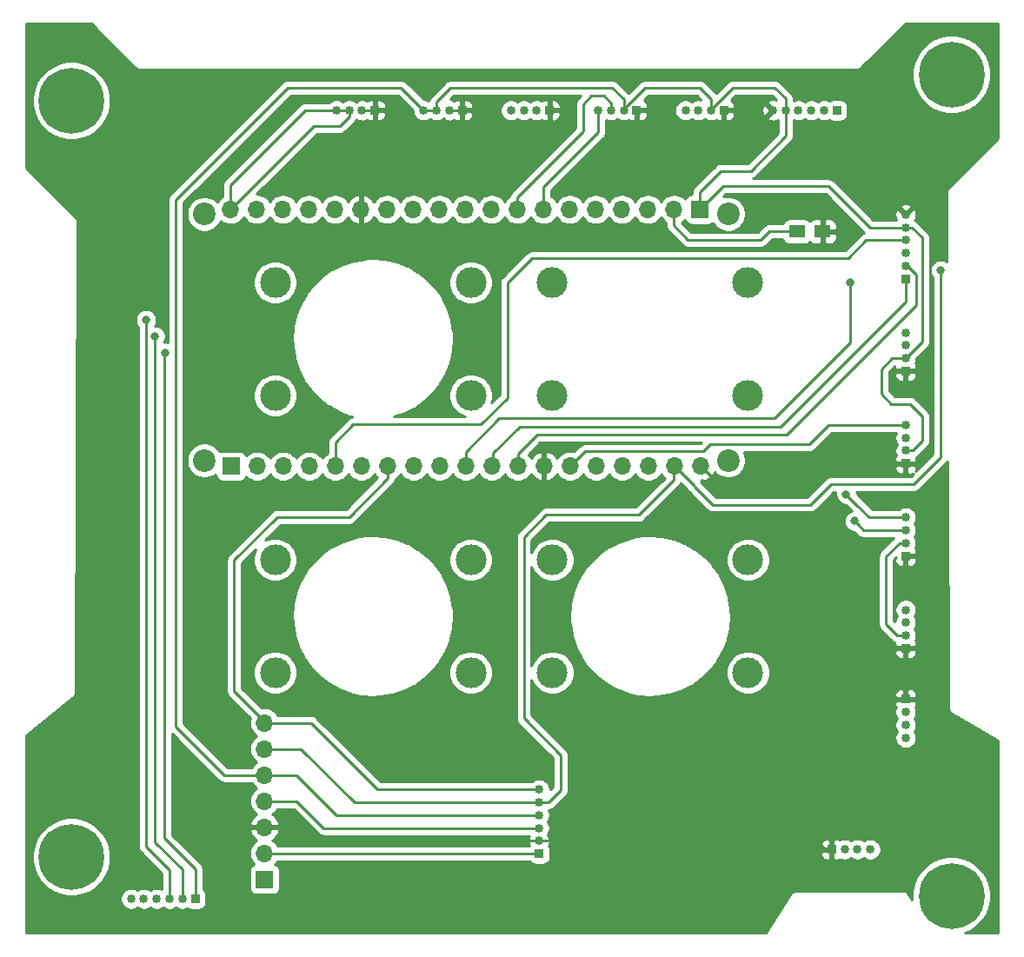
<source format=gbr>
G04 #@! TF.GenerationSoftware,KiCad,Pcbnew,(5.1.2)-2*
G04 #@! TF.CreationDate,2021-04-07T22:12:18-04:00*
G04 #@! TF.ProjectId,Magnetometer_A,4d61676e-6574-46f6-9d65-7465725f412e,rev?*
G04 #@! TF.SameCoordinates,Original*
G04 #@! TF.FileFunction,Copper,L1,Top*
G04 #@! TF.FilePolarity,Positive*
%FSLAX46Y46*%
G04 Gerber Fmt 4.6, Leading zero omitted, Abs format (unit mm)*
G04 Created by KiCad (PCBNEW (5.1.2)-2) date 2021-04-07 22:12:18*
%MOMM*%
%LPD*%
G04 APERTURE LIST*
%ADD10C,2.200000*%
%ADD11C,0.850000*%
%ADD12R,0.850000X0.850000*%
%ADD13C,3.000000*%
%ADD14R,1.500000X1.250000*%
%ADD15C,6.400000*%
%ADD16R,1.700000X1.700000*%
%ADD17O,1.700000X1.700000*%
%ADD18C,0.800000*%
%ADD19C,0.250000*%
%ADD20C,0.254000*%
G04 APERTURE END LIST*
D10*
X51900000Y-64700000D03*
X51900000Y-40700000D03*
X102900000Y-64700000D03*
X102900000Y-40700000D03*
D11*
X120200000Y-61250000D03*
X120200000Y-62500000D03*
X120200000Y-63750000D03*
D12*
X120200000Y-65000000D03*
D11*
X120200000Y-91700000D03*
X120200000Y-90450000D03*
X120200000Y-89200000D03*
D12*
X120200000Y-87950000D03*
X94000000Y-30600000D03*
D11*
X92750000Y-30600000D03*
X91500000Y-30600000D03*
X90250000Y-30600000D03*
D13*
X104840353Y-85365848D03*
X85787794Y-85365848D03*
X85787794Y-74365848D03*
X77840353Y-74365848D03*
X77840353Y-85365848D03*
X58787794Y-85365848D03*
X58787794Y-74365848D03*
X104840353Y-47365848D03*
X104840353Y-58365848D03*
X85787794Y-58365848D03*
X85787794Y-47365848D03*
X77840353Y-47365848D03*
X77840353Y-58365848D03*
X58787794Y-58365848D03*
X58787794Y-47365848D03*
X104840353Y-74365848D03*
D14*
X112100000Y-42400000D03*
X109600000Y-42400000D03*
D12*
X120200000Y-74000000D03*
D11*
X120200000Y-72750000D03*
X120200000Y-71500000D03*
X120200000Y-70250000D03*
D15*
X38940000Y-29650000D03*
X38940000Y-103310000D03*
X124670000Y-27090000D03*
X124660000Y-107100000D03*
D16*
X100160000Y-40250000D03*
D17*
X97620000Y-40250000D03*
X95080000Y-40250000D03*
X92540000Y-40250000D03*
X90000000Y-40250000D03*
X87460000Y-40250000D03*
X84920000Y-40250000D03*
X82380000Y-40250000D03*
X79840000Y-40250000D03*
X77300000Y-40250000D03*
X74760000Y-40250000D03*
X72220000Y-40250000D03*
X69680000Y-40250000D03*
X67140000Y-40250000D03*
X64600000Y-40250000D03*
X62060000Y-40250000D03*
X59520000Y-40250000D03*
X56980000Y-40250000D03*
X54440000Y-40250000D03*
X100220000Y-65250000D03*
X97680000Y-65250000D03*
X95140000Y-65250000D03*
X92600000Y-65250000D03*
X90060000Y-65250000D03*
X87520000Y-65250000D03*
X84980000Y-65250000D03*
X82440000Y-65250000D03*
X79900000Y-65250000D03*
X77360000Y-65250000D03*
X74820000Y-65250000D03*
X72280000Y-65250000D03*
X69740000Y-65250000D03*
X67200000Y-65250000D03*
X64660000Y-65250000D03*
X62120000Y-65250000D03*
X59580000Y-65250000D03*
X57040000Y-65250000D03*
D16*
X54500000Y-65250000D03*
D11*
X44750000Y-107400000D03*
X46000000Y-107400000D03*
X47250000Y-107400000D03*
X48500000Y-107400000D03*
X49750000Y-107400000D03*
D12*
X51000000Y-107400000D03*
D16*
X57750000Y-105500000D03*
D17*
X57750000Y-102960000D03*
X57750000Y-100420000D03*
X57750000Y-97880000D03*
X57750000Y-95340000D03*
X57750000Y-92800000D03*
X57750000Y-90260000D03*
D12*
X84500000Y-103000000D03*
D11*
X84500000Y-101750000D03*
X84500000Y-100500000D03*
X84500000Y-99250000D03*
X84500000Y-98000000D03*
X84500000Y-96750000D03*
X98750000Y-30600000D03*
X100000000Y-30600000D03*
X101250000Y-30600000D03*
D12*
X102500000Y-30600000D03*
X120200000Y-56000000D03*
D11*
X120200000Y-54750000D03*
X120200000Y-53500000D03*
X120200000Y-52250000D03*
D12*
X113500000Y-30600000D03*
D11*
X112250000Y-30600000D03*
X111000000Y-30600000D03*
X109750000Y-30600000D03*
X108500000Y-30600000D03*
X107250000Y-30600000D03*
X120200000Y-40750000D03*
X120200000Y-42000000D03*
X120200000Y-43250000D03*
X120200000Y-44500000D03*
X120200000Y-45750000D03*
D12*
X120200000Y-47000000D03*
D11*
X116750000Y-102600000D03*
X115500000Y-102600000D03*
X114250000Y-102600000D03*
D12*
X113000000Y-102600000D03*
X85500000Y-30600000D03*
D11*
X84250000Y-30600000D03*
X83000000Y-30600000D03*
X81750000Y-30600000D03*
X120200000Y-79250000D03*
X120200000Y-80500000D03*
X120200000Y-81750000D03*
D12*
X120200000Y-83000000D03*
X68500000Y-30600000D03*
D11*
X67250000Y-30600000D03*
X66000000Y-30600000D03*
X64750000Y-30600000D03*
X73250000Y-30600000D03*
X74500000Y-30600000D03*
X75750000Y-30600000D03*
D12*
X77000000Y-30600000D03*
D18*
X114399992Y-68000000D03*
X115200000Y-70600000D03*
X48100000Y-54200012D03*
X47100000Y-52600000D03*
X46200000Y-51000000D03*
X123600000Y-46200000D03*
X114800000Y-47400000D03*
D19*
X60420000Y-100420000D02*
X57750000Y-100420000D01*
X84500000Y-101750000D02*
X61750000Y-101750000D01*
X61750000Y-101750000D02*
X60420000Y-100420000D01*
X120000000Y-74000000D02*
X120000000Y-74100000D01*
X67250000Y-30600000D02*
X68500000Y-30600000D01*
X85101040Y-101750000D02*
X84500000Y-101750000D01*
X111475000Y-101750000D02*
X85101040Y-101750000D01*
X112325000Y-102600000D02*
X111475000Y-101750000D01*
X113000000Y-102600000D02*
X112325000Y-102600000D01*
X75750000Y-30600000D02*
X77000000Y-30600000D01*
X101069999Y-66099999D02*
X101099999Y-66099999D01*
X100220000Y-65250000D02*
X101069999Y-66099999D01*
X101099999Y-66099999D02*
X102100000Y-67100000D01*
X102100000Y-67100000D02*
X110500000Y-67100000D01*
X112600000Y-65000000D02*
X120200000Y-65000000D01*
X110500000Y-67100000D02*
X112600000Y-65000000D01*
X106900000Y-42400000D02*
X109600000Y-42400000D01*
X106100000Y-43200000D02*
X106900000Y-42400000D01*
X99000000Y-43200000D02*
X106100000Y-43200000D01*
X97620000Y-40250000D02*
X97620000Y-41820000D01*
X97620000Y-41820000D02*
X99000000Y-43200000D01*
X84500000Y-99250000D02*
X64750000Y-99250000D01*
X60840000Y-95340000D02*
X57750000Y-95340000D01*
X64750000Y-99250000D02*
X60840000Y-95340000D01*
X73250000Y-30600000D02*
X74500000Y-30600000D01*
X92750000Y-29540000D02*
X92750000Y-30600000D01*
X91610000Y-28400000D02*
X92750000Y-29540000D01*
X75880000Y-28400000D02*
X91610000Y-28400000D01*
X74500000Y-30600000D02*
X74500000Y-29780000D01*
X74500000Y-29780000D02*
X75880000Y-28400000D01*
X101250000Y-29480000D02*
X101250000Y-30600000D01*
X100170000Y-28400000D02*
X101250000Y-29480000D01*
X94810000Y-28400000D02*
X100170000Y-28400000D01*
X92750000Y-30600000D02*
X92750000Y-30460000D01*
X92750000Y-30460000D02*
X94810000Y-28400000D01*
X101250000Y-30490000D02*
X101250000Y-30600000D01*
X103340000Y-28400000D02*
X101250000Y-30490000D01*
X107450000Y-28400000D02*
X103340000Y-28400000D01*
X108500000Y-30600000D02*
X108500000Y-29450000D01*
X108500000Y-29450000D02*
X107450000Y-28400000D01*
X119400000Y-81750000D02*
X120200000Y-81750000D01*
X118300000Y-80650000D02*
X119400000Y-81750000D01*
X118300000Y-74048960D02*
X118300000Y-80650000D01*
X120200000Y-72750000D02*
X119598960Y-72750000D01*
X119598960Y-72750000D02*
X118300000Y-74048960D01*
X71050000Y-28400000D02*
X73250000Y-30600000D01*
X60000000Y-28400000D02*
X71050000Y-28400000D01*
X49100000Y-39300000D02*
X60000000Y-28400000D01*
X49100000Y-90600000D02*
X49100000Y-39300000D01*
X57750000Y-95340000D02*
X53840000Y-95340000D01*
X53840000Y-95340000D02*
X49100000Y-90600000D01*
X100160000Y-38540000D02*
X100160000Y-40250000D01*
X102200000Y-36500000D02*
X100160000Y-38540000D01*
X105100000Y-36500000D02*
X102200000Y-36500000D01*
X108500000Y-30600000D02*
X108500000Y-33100000D01*
X108500000Y-33100000D02*
X105100000Y-36500000D01*
X121800000Y-53150000D02*
X120200000Y-54750000D01*
X121800000Y-43000000D02*
X121800000Y-53150000D01*
X120200000Y-42000000D02*
X120800000Y-42000000D01*
X120800000Y-42000000D02*
X121800000Y-43000000D01*
X117800000Y-55800000D02*
X118850000Y-54750000D01*
X117800000Y-58200000D02*
X117800000Y-55800000D01*
X120850000Y-63750000D02*
X121800000Y-62800000D01*
X118850000Y-54750000D02*
X120200000Y-54750000D01*
X120200000Y-63750000D02*
X120850000Y-63750000D01*
X121800000Y-62800000D02*
X121800000Y-60400000D01*
X121800000Y-60400000D02*
X120600000Y-59200000D01*
X120600000Y-59200000D02*
X118800000Y-59200000D01*
X118800000Y-59200000D02*
X117800000Y-58200000D01*
X116700000Y-42000000D02*
X120200000Y-42000000D01*
X112700000Y-38000000D02*
X116700000Y-42000000D01*
X100160000Y-40250000D02*
X102410000Y-38000000D01*
X102410000Y-38000000D02*
X112700000Y-38000000D01*
X84920000Y-38080000D02*
X84920000Y-40250000D01*
X90250000Y-30600000D02*
X90250000Y-32750000D01*
X90250000Y-32750000D02*
X84920000Y-38080000D01*
X115399992Y-69000000D02*
X114399992Y-68000000D01*
X120200000Y-70250000D02*
X116649992Y-70250000D01*
X116649992Y-70250000D02*
X115399992Y-69000000D01*
X91500000Y-29900000D02*
X91500000Y-30600000D01*
X82380000Y-40250000D02*
X82380000Y-39047919D01*
X88800000Y-32627919D02*
X88800000Y-30000000D01*
X88800000Y-30000000D02*
X89600000Y-29200000D01*
X82380000Y-39047919D02*
X88800000Y-32627919D01*
X89600000Y-29200000D02*
X90800000Y-29200000D01*
X90800000Y-29200000D02*
X91500000Y-29900000D01*
X115599999Y-70999999D02*
X115200000Y-70600000D01*
X120200000Y-71500000D02*
X116100000Y-71500000D01*
X116100000Y-71500000D02*
X115599999Y-70999999D01*
X48000000Y-54300012D02*
X48100000Y-54200012D01*
X48000000Y-101500000D02*
X48000000Y-54300012D01*
X51000000Y-107400000D02*
X51000000Y-104500000D01*
X51000000Y-104500000D02*
X48000000Y-101500000D01*
X47100000Y-53165685D02*
X47100000Y-52600000D01*
X47100000Y-101900000D02*
X47100000Y-53165685D01*
X49750000Y-107400000D02*
X49750000Y-104550000D01*
X49750000Y-104550000D02*
X47100000Y-101900000D01*
X46200000Y-51565685D02*
X46200000Y-51000000D01*
X46200000Y-102300000D02*
X46200000Y-51565685D01*
X48500000Y-107400000D02*
X48500000Y-104600000D01*
X48500000Y-104600000D02*
X46200000Y-102300000D01*
X64700000Y-30550000D02*
X64750000Y-30500000D01*
X64750000Y-30600000D02*
X66000000Y-30600000D01*
X64750000Y-30600000D02*
X61700000Y-30600000D01*
X54440000Y-37860000D02*
X54440000Y-40250000D01*
X61700000Y-30600000D02*
X54440000Y-37860000D01*
X62590000Y-32100000D02*
X54440000Y-40250000D01*
X65101040Y-32100000D02*
X62590000Y-32100000D01*
X66000000Y-30600000D02*
X66000000Y-31201040D01*
X66000000Y-31201040D02*
X65101040Y-32100000D01*
X84500000Y-98000000D02*
X66500000Y-98000000D01*
X61300000Y-92800000D02*
X57750000Y-92800000D01*
X66500000Y-98000000D02*
X61300000Y-92800000D01*
X86600000Y-96800000D02*
X85400000Y-98000000D01*
X86600000Y-93400000D02*
X86600000Y-96800000D01*
X85400000Y-98000000D02*
X85101040Y-98000000D01*
X83000000Y-72200000D02*
X83000000Y-89800000D01*
X83000000Y-89800000D02*
X86600000Y-93400000D01*
X97680000Y-65250000D02*
X97670000Y-65250000D01*
X97670000Y-65250000D02*
X97600000Y-65320000D01*
X97600000Y-65320000D02*
X97600000Y-66600000D01*
X97600000Y-66600000D02*
X94200000Y-70000000D01*
X94200000Y-70000000D02*
X85200000Y-70000000D01*
X85101040Y-98000000D02*
X84500000Y-98000000D01*
X85200000Y-70000000D02*
X83000000Y-72200000D01*
X123600000Y-64400000D02*
X123600000Y-46765685D01*
X121000000Y-67000000D02*
X123600000Y-64400000D01*
X123600000Y-46765685D02*
X123600000Y-46200000D01*
X99630000Y-67200000D02*
X99630000Y-67230000D01*
X97680000Y-65250000D02*
X99630000Y-67200000D01*
X99630000Y-67230000D02*
X101400000Y-69000000D01*
X101400000Y-69000000D02*
X110900000Y-69000000D01*
X110900000Y-69000000D02*
X112900000Y-67000000D01*
X112900000Y-67000000D02*
X121000000Y-67000000D01*
X87550000Y-65250000D02*
X87520000Y-65250000D01*
X120200000Y-61250000D02*
X112699998Y-61250000D01*
X110824999Y-63124999D02*
X101184003Y-63124999D01*
X101184003Y-63124999D02*
X100509002Y-63800000D01*
X100509002Y-63800000D02*
X89000000Y-63800000D01*
X112699998Y-61250000D02*
X110824999Y-63124999D01*
X89000000Y-63800000D02*
X87550000Y-65250000D01*
X84460000Y-102960000D02*
X84500000Y-103000000D01*
X57750000Y-102960000D02*
X84460000Y-102960000D01*
X82440000Y-64047919D02*
X82440000Y-65250000D01*
X120350000Y-45750000D02*
X121200000Y-46600000D01*
X120200000Y-45750000D02*
X120350000Y-45750000D01*
X121200000Y-46600000D02*
X121200000Y-49600000D01*
X121200000Y-49600000D02*
X108600000Y-62200000D01*
X108600000Y-62200000D02*
X84287919Y-62200000D01*
X84287919Y-62200000D02*
X82440000Y-64047919D01*
X84500000Y-100500000D02*
X63500000Y-100500000D01*
X60880000Y-97880000D02*
X57750000Y-97880000D01*
X63500000Y-100500000D02*
X60880000Y-97880000D01*
X80000000Y-65150000D02*
X79900000Y-65250000D01*
X80000000Y-64000000D02*
X80000000Y-65150000D01*
X82600000Y-61400000D02*
X80000000Y-64000000D01*
X108000000Y-61400000D02*
X82600000Y-61400000D01*
X120200000Y-47000000D02*
X120200000Y-49200000D01*
X120200000Y-49200000D02*
X108000000Y-61400000D01*
X77360000Y-63840000D02*
X77360000Y-65250000D01*
X80600000Y-60600000D02*
X77360000Y-63840000D01*
X107400000Y-60600000D02*
X80600000Y-60600000D01*
X114800000Y-47400000D02*
X114800000Y-53200000D01*
X114800000Y-53200000D02*
X107400000Y-60600000D01*
X64660000Y-62940000D02*
X64660000Y-65250000D01*
X66400000Y-61200000D02*
X64660000Y-62940000D01*
X116350000Y-43250000D02*
X114600000Y-45000000D01*
X120200000Y-43250000D02*
X116350000Y-43250000D01*
X114600000Y-45000000D02*
X83800000Y-45000000D01*
X78800000Y-61200000D02*
X66400000Y-61200000D01*
X83800000Y-45000000D02*
X81400000Y-47400000D01*
X81400000Y-47400000D02*
X81400000Y-58600000D01*
X81400000Y-58600000D02*
X78800000Y-61200000D01*
X84500000Y-96750000D02*
X68750000Y-96750000D01*
X62260000Y-90260000D02*
X57750000Y-90260000D01*
X68750000Y-96750000D02*
X62260000Y-90260000D01*
X57750000Y-90150000D02*
X57750000Y-90260000D01*
X69740000Y-66452081D02*
X65992081Y-70200000D01*
X69740000Y-65250000D02*
X69740000Y-66452081D01*
X65992081Y-70200000D02*
X59000000Y-70200000D01*
X59000000Y-70200000D02*
X54800000Y-74400000D01*
X54800000Y-74400000D02*
X54800000Y-87200000D01*
X54800000Y-87200000D02*
X57750000Y-90150000D01*
D20*
G36*
X129207401Y-22158674D02*
G01*
X129207400Y-33281019D01*
X124368083Y-38120337D01*
X124341957Y-38141956D01*
X124301879Y-38191197D01*
X124261375Y-38240550D01*
X124260737Y-38241744D01*
X124259888Y-38242787D01*
X124230184Y-38298905D01*
X124200090Y-38355208D01*
X124199698Y-38356501D01*
X124199068Y-38357691D01*
X124180840Y-38418666D01*
X124162351Y-38479618D01*
X124162219Y-38480958D01*
X124161832Y-38482253D01*
X124155845Y-38545676D01*
X124149608Y-38609000D01*
X124152932Y-38642751D01*
X124180072Y-45342808D01*
X124090256Y-45282795D01*
X123901898Y-45204774D01*
X123701939Y-45165000D01*
X123498061Y-45165000D01*
X123298102Y-45204774D01*
X123109744Y-45282795D01*
X122940226Y-45396063D01*
X122796063Y-45540226D01*
X122682795Y-45709744D01*
X122604774Y-45898102D01*
X122565000Y-46098061D01*
X122565000Y-46301939D01*
X122604774Y-46501898D01*
X122682795Y-46690256D01*
X122796063Y-46859774D01*
X122840001Y-46903712D01*
X122840000Y-64085198D01*
X121166828Y-65758371D01*
X121214502Y-65669180D01*
X121250812Y-65549482D01*
X121263072Y-65425000D01*
X121260000Y-65285750D01*
X121101250Y-65127000D01*
X120327000Y-65127000D01*
X120327000Y-65901250D01*
X120485750Y-66060000D01*
X120625000Y-66063072D01*
X120749482Y-66050812D01*
X120869180Y-66014502D01*
X120958371Y-65966827D01*
X120685199Y-66240000D01*
X112937322Y-66240000D01*
X112899999Y-66236324D01*
X112862676Y-66240000D01*
X112862667Y-66240000D01*
X112751014Y-66250997D01*
X112607753Y-66294454D01*
X112475723Y-66365026D01*
X112392083Y-66433668D01*
X112359999Y-66459999D01*
X112336201Y-66488997D01*
X110585199Y-68240000D01*
X101714802Y-68240000D01*
X100281566Y-66806765D01*
X100264974Y-66775724D01*
X100231553Y-66735000D01*
X100347002Y-66735000D01*
X100347002Y-66570156D01*
X100576890Y-66691476D01*
X100724099Y-66646825D01*
X100986920Y-66521641D01*
X101220269Y-66347588D01*
X101415178Y-66131355D01*
X101564157Y-65881252D01*
X101580767Y-65834428D01*
X101794002Y-66047663D01*
X102078169Y-66237537D01*
X102393919Y-66368325D01*
X102729117Y-66435000D01*
X103070883Y-66435000D01*
X103406081Y-66368325D01*
X103721831Y-66237537D01*
X104005998Y-66047663D01*
X104247663Y-65805998D01*
X104437537Y-65521831D01*
X104477645Y-65425000D01*
X119136928Y-65425000D01*
X119149188Y-65549482D01*
X119185498Y-65669180D01*
X119244463Y-65779494D01*
X119323815Y-65876185D01*
X119420506Y-65955537D01*
X119530820Y-66014502D01*
X119650518Y-66050812D01*
X119775000Y-66063072D01*
X119914250Y-66060000D01*
X120073000Y-65901250D01*
X120073000Y-65127000D01*
X119298750Y-65127000D01*
X119140000Y-65285750D01*
X119136928Y-65425000D01*
X104477645Y-65425000D01*
X104568325Y-65206081D01*
X104635000Y-64870883D01*
X104635000Y-64529117D01*
X104568325Y-64193919D01*
X104440366Y-63884999D01*
X110787677Y-63884999D01*
X110824999Y-63888675D01*
X110862321Y-63884999D01*
X110862332Y-63884999D01*
X110973985Y-63874002D01*
X111117246Y-63830545D01*
X111249275Y-63759973D01*
X111365000Y-63665000D01*
X111388803Y-63635996D01*
X113014800Y-62010000D01*
X119255629Y-62010000D01*
X119180735Y-62190809D01*
X119140000Y-62395599D01*
X119140000Y-62604401D01*
X119180735Y-62809191D01*
X119260640Y-63002098D01*
X119342760Y-63125000D01*
X119260640Y-63247902D01*
X119180735Y-63440809D01*
X119140000Y-63645599D01*
X119140000Y-63854401D01*
X119180735Y-64059191D01*
X119246517Y-64218003D01*
X119244463Y-64220506D01*
X119185498Y-64330820D01*
X119149188Y-64450518D01*
X119136928Y-64575000D01*
X119140000Y-64714250D01*
X119298750Y-64873000D01*
X120073000Y-64873000D01*
X120073000Y-64853000D01*
X120327000Y-64853000D01*
X120327000Y-64873000D01*
X121101250Y-64873000D01*
X121260000Y-64714250D01*
X121263072Y-64575000D01*
X121250812Y-64450518D01*
X121236977Y-64404911D01*
X121274276Y-64384974D01*
X121390001Y-64290001D01*
X121413804Y-64260998D01*
X122311004Y-63363798D01*
X122340001Y-63340001D01*
X122373719Y-63298916D01*
X122434974Y-63224277D01*
X122505546Y-63092247D01*
X122518059Y-63050997D01*
X122549003Y-62948986D01*
X122560000Y-62837333D01*
X122560000Y-62837323D01*
X122563676Y-62800000D01*
X122560000Y-62762677D01*
X122560000Y-60437322D01*
X122563676Y-60399999D01*
X122560000Y-60362676D01*
X122560000Y-60362667D01*
X122549003Y-60251014D01*
X122505546Y-60107753D01*
X122434974Y-59975724D01*
X122340001Y-59859999D01*
X122311003Y-59836201D01*
X121163804Y-58689003D01*
X121140001Y-58659999D01*
X121024276Y-58565026D01*
X120892247Y-58494454D01*
X120748986Y-58450997D01*
X120637333Y-58440000D01*
X120637322Y-58440000D01*
X120600000Y-58436324D01*
X120562678Y-58440000D01*
X119114802Y-58440000D01*
X118560000Y-57885199D01*
X118560000Y-56425000D01*
X119136928Y-56425000D01*
X119149188Y-56549482D01*
X119185498Y-56669180D01*
X119244463Y-56779494D01*
X119323815Y-56876185D01*
X119420506Y-56955537D01*
X119530820Y-57014502D01*
X119650518Y-57050812D01*
X119775000Y-57063072D01*
X119914250Y-57060000D01*
X120073000Y-56901250D01*
X120073000Y-56127000D01*
X120327000Y-56127000D01*
X120327000Y-56901250D01*
X120485750Y-57060000D01*
X120625000Y-57063072D01*
X120749482Y-57050812D01*
X120869180Y-57014502D01*
X120979494Y-56955537D01*
X121076185Y-56876185D01*
X121155537Y-56779494D01*
X121214502Y-56669180D01*
X121250812Y-56549482D01*
X121263072Y-56425000D01*
X121260000Y-56285750D01*
X121101250Y-56127000D01*
X120327000Y-56127000D01*
X120073000Y-56127000D01*
X119298750Y-56127000D01*
X119140000Y-56285750D01*
X119136928Y-56425000D01*
X118560000Y-56425000D01*
X118560000Y-56114801D01*
X119140984Y-55533818D01*
X119136928Y-55575000D01*
X119140000Y-55714250D01*
X119298750Y-55873000D01*
X120073000Y-55873000D01*
X120073000Y-55853000D01*
X120327000Y-55853000D01*
X120327000Y-55873000D01*
X121101250Y-55873000D01*
X121260000Y-55714250D01*
X121263072Y-55575000D01*
X121250812Y-55450518D01*
X121214502Y-55330820D01*
X121155537Y-55220506D01*
X121153483Y-55218003D01*
X121219265Y-55059191D01*
X121260000Y-54854401D01*
X121260000Y-54764801D01*
X122311003Y-53713799D01*
X122340001Y-53690001D01*
X122434974Y-53574276D01*
X122505546Y-53442247D01*
X122549003Y-53298986D01*
X122560000Y-53187333D01*
X122560000Y-53187325D01*
X122563676Y-53150000D01*
X122560000Y-53112675D01*
X122560000Y-43037333D01*
X122563677Y-43000000D01*
X122549003Y-42851014D01*
X122505546Y-42707753D01*
X122434974Y-42575724D01*
X122363799Y-42488997D01*
X122340001Y-42459999D01*
X122311004Y-42436202D01*
X121363804Y-41489002D01*
X121340001Y-41459999D01*
X121224276Y-41365026D01*
X121092247Y-41294454D01*
X121043758Y-41279745D01*
X121130210Y-41268856D01*
X121213560Y-41077412D01*
X121257959Y-40873384D01*
X121261702Y-40664616D01*
X121224644Y-40459130D01*
X121148210Y-40264821D01*
X121130210Y-40231144D01*
X120924386Y-40205219D01*
X120379605Y-40750000D01*
X120393748Y-40764143D01*
X120217890Y-40940000D01*
X120210395Y-40940000D01*
X120200000Y-40929605D01*
X120189605Y-40940000D01*
X120182110Y-40940000D01*
X120006253Y-40764143D01*
X120020395Y-40750000D01*
X119475614Y-40205219D01*
X119269790Y-40231144D01*
X119186440Y-40422588D01*
X119142041Y-40626616D01*
X119138298Y-40835384D01*
X119175356Y-41040870D01*
X119251790Y-41235179D01*
X119254367Y-41240000D01*
X117014802Y-41240000D01*
X115800416Y-40025614D01*
X119655219Y-40025614D01*
X120200000Y-40570395D01*
X120744781Y-40025614D01*
X120718856Y-39819790D01*
X120527412Y-39736440D01*
X120323384Y-39692041D01*
X120114616Y-39688298D01*
X119909130Y-39725356D01*
X119714821Y-39801790D01*
X119681144Y-39819790D01*
X119655219Y-40025614D01*
X115800416Y-40025614D01*
X113263804Y-37489003D01*
X113240001Y-37459999D01*
X113124276Y-37365026D01*
X112992247Y-37294454D01*
X112848986Y-37250997D01*
X112737333Y-37240000D01*
X112737322Y-37240000D01*
X112700000Y-37236324D01*
X112662678Y-37240000D01*
X105278665Y-37240000D01*
X105392247Y-37205546D01*
X105524276Y-37134974D01*
X105640001Y-37040001D01*
X105663804Y-37010997D01*
X109011003Y-33663799D01*
X109040001Y-33640001D01*
X109066332Y-33607917D01*
X109134974Y-33524277D01*
X109205546Y-33392247D01*
X109210195Y-33376922D01*
X109249003Y-33248986D01*
X109260000Y-33137333D01*
X109260000Y-33137324D01*
X109263676Y-33100001D01*
X109260000Y-33062678D01*
X109260000Y-31544371D01*
X109440809Y-31619265D01*
X109645599Y-31660000D01*
X109854401Y-31660000D01*
X110059191Y-31619265D01*
X110252098Y-31539360D01*
X110375000Y-31457240D01*
X110497902Y-31539360D01*
X110690809Y-31619265D01*
X110895599Y-31660000D01*
X111104401Y-31660000D01*
X111309191Y-31619265D01*
X111502098Y-31539360D01*
X111625000Y-31457240D01*
X111747902Y-31539360D01*
X111940809Y-31619265D01*
X112145599Y-31660000D01*
X112354401Y-31660000D01*
X112559191Y-31619265D01*
X112718003Y-31553483D01*
X112720506Y-31555537D01*
X112830820Y-31614502D01*
X112950518Y-31650812D01*
X113075000Y-31663072D01*
X113925000Y-31663072D01*
X114049482Y-31650812D01*
X114169180Y-31614502D01*
X114279494Y-31555537D01*
X114376185Y-31476185D01*
X114455537Y-31379494D01*
X114514502Y-31269180D01*
X114550812Y-31149482D01*
X114563072Y-31025000D01*
X114563072Y-30175000D01*
X114550812Y-30050518D01*
X114514502Y-29930820D01*
X114455537Y-29820506D01*
X114376185Y-29723815D01*
X114279494Y-29644463D01*
X114169180Y-29585498D01*
X114049482Y-29549188D01*
X113925000Y-29536928D01*
X113075000Y-29536928D01*
X112950518Y-29549188D01*
X112830820Y-29585498D01*
X112720506Y-29644463D01*
X112718003Y-29646517D01*
X112559191Y-29580735D01*
X112354401Y-29540000D01*
X112145599Y-29540000D01*
X111940809Y-29580735D01*
X111747902Y-29660640D01*
X111625000Y-29742760D01*
X111502098Y-29660640D01*
X111309191Y-29580735D01*
X111104401Y-29540000D01*
X110895599Y-29540000D01*
X110690809Y-29580735D01*
X110497902Y-29660640D01*
X110375000Y-29742760D01*
X110252098Y-29660640D01*
X110059191Y-29580735D01*
X109854401Y-29540000D01*
X109645599Y-29540000D01*
X109440809Y-29580735D01*
X109260000Y-29655629D01*
X109260000Y-29487322D01*
X109263676Y-29449999D01*
X109260000Y-29412676D01*
X109260000Y-29412667D01*
X109249003Y-29301014D01*
X109205546Y-29157753D01*
X109134974Y-29025724D01*
X109040001Y-28909999D01*
X109011003Y-28886201D01*
X108013804Y-27889002D01*
X107990001Y-27859999D01*
X107874276Y-27765026D01*
X107742247Y-27694454D01*
X107598986Y-27650997D01*
X107487333Y-27640000D01*
X107487322Y-27640000D01*
X107450000Y-27636324D01*
X107412678Y-27640000D01*
X103377322Y-27640000D01*
X103339999Y-27636324D01*
X103302676Y-27640000D01*
X103302667Y-27640000D01*
X103191014Y-27650997D01*
X103047753Y-27694454D01*
X102915724Y-27765026D01*
X102799999Y-27859999D01*
X102776201Y-27888997D01*
X101755000Y-28910198D01*
X100733804Y-27889002D01*
X100710001Y-27859999D01*
X100594276Y-27765026D01*
X100462247Y-27694454D01*
X100318986Y-27650997D01*
X100207333Y-27640000D01*
X100207322Y-27640000D01*
X100170000Y-27636324D01*
X100132678Y-27640000D01*
X94847323Y-27640000D01*
X94810000Y-27636324D01*
X94772677Y-27640000D01*
X94772667Y-27640000D01*
X94661014Y-27650997D01*
X94517753Y-27694454D01*
X94385723Y-27765026D01*
X94302354Y-27833446D01*
X94269999Y-27859999D01*
X94246201Y-27888997D01*
X93210001Y-28925198D01*
X92173803Y-27889002D01*
X92150001Y-27859999D01*
X92034276Y-27765026D01*
X91902247Y-27694454D01*
X91758986Y-27650997D01*
X91647333Y-27640000D01*
X91647322Y-27640000D01*
X91610000Y-27636324D01*
X91572678Y-27640000D01*
X75917325Y-27640000D01*
X75880000Y-27636324D01*
X75842675Y-27640000D01*
X75842667Y-27640000D01*
X75731014Y-27650997D01*
X75587753Y-27694454D01*
X75455724Y-27765026D01*
X75339999Y-27859999D01*
X75316201Y-27888997D01*
X73988998Y-29216201D01*
X73960000Y-29239999D01*
X73936202Y-29268997D01*
X73936201Y-29268998D01*
X73865026Y-29355724D01*
X73794454Y-29487754D01*
X73778606Y-29540000D01*
X73750998Y-29631014D01*
X73748237Y-29659041D01*
X73559191Y-29580735D01*
X73354401Y-29540000D01*
X73264802Y-29540000D01*
X71613804Y-27889003D01*
X71590001Y-27859999D01*
X71474276Y-27765026D01*
X71342247Y-27694454D01*
X71198986Y-27650997D01*
X71087333Y-27640000D01*
X71087322Y-27640000D01*
X71050000Y-27636324D01*
X71012678Y-27640000D01*
X60037323Y-27640000D01*
X60000000Y-27636324D01*
X59962677Y-27640000D01*
X59962667Y-27640000D01*
X59851014Y-27650997D01*
X59707753Y-27694454D01*
X59575724Y-27765026D01*
X59459999Y-27859999D01*
X59436201Y-27888997D01*
X48588998Y-38736201D01*
X48560000Y-38759999D01*
X48536202Y-38788997D01*
X48536201Y-38788998D01*
X48465026Y-38875724D01*
X48394454Y-39007754D01*
X48350998Y-39151015D01*
X48336324Y-39300000D01*
X48340001Y-39337333D01*
X48340001Y-53192474D01*
X48201939Y-53165012D01*
X47998061Y-53165012D01*
X47962533Y-53172079D01*
X48017205Y-53090256D01*
X48095226Y-52901898D01*
X48135000Y-52701939D01*
X48135000Y-52498061D01*
X48095226Y-52298102D01*
X48017205Y-52109744D01*
X47903937Y-51940226D01*
X47759774Y-51796063D01*
X47590256Y-51682795D01*
X47401898Y-51604774D01*
X47201939Y-51565000D01*
X47067263Y-51565000D01*
X47117205Y-51490256D01*
X47195226Y-51301898D01*
X47235000Y-51101939D01*
X47235000Y-50898061D01*
X47195226Y-50698102D01*
X47117205Y-50509744D01*
X47003937Y-50340226D01*
X46859774Y-50196063D01*
X46690256Y-50082795D01*
X46501898Y-50004774D01*
X46301939Y-49965000D01*
X46098061Y-49965000D01*
X45898102Y-50004774D01*
X45709744Y-50082795D01*
X45540226Y-50196063D01*
X45396063Y-50340226D01*
X45282795Y-50509744D01*
X45204774Y-50698102D01*
X45165000Y-50898061D01*
X45165000Y-51101939D01*
X45204774Y-51301898D01*
X45282795Y-51490256D01*
X45396063Y-51659774D01*
X45440001Y-51703712D01*
X45440000Y-102262678D01*
X45436324Y-102300000D01*
X45440000Y-102337322D01*
X45440000Y-102337332D01*
X45450997Y-102448985D01*
X45494454Y-102592246D01*
X45565026Y-102724276D01*
X45567262Y-102727000D01*
X45659999Y-102840001D01*
X45689003Y-102863804D01*
X47740001Y-104914803D01*
X47740000Y-106455629D01*
X47559191Y-106380735D01*
X47354401Y-106340000D01*
X47145599Y-106340000D01*
X46940809Y-106380735D01*
X46747902Y-106460640D01*
X46625000Y-106542760D01*
X46502098Y-106460640D01*
X46309191Y-106380735D01*
X46104401Y-106340000D01*
X45895599Y-106340000D01*
X45690809Y-106380735D01*
X45497902Y-106460640D01*
X45375000Y-106542760D01*
X45252098Y-106460640D01*
X45059191Y-106380735D01*
X44854401Y-106340000D01*
X44645599Y-106340000D01*
X44440809Y-106380735D01*
X44247902Y-106460640D01*
X44074289Y-106576644D01*
X43926644Y-106724289D01*
X43810640Y-106897902D01*
X43730735Y-107090809D01*
X43690000Y-107295599D01*
X43690000Y-107504401D01*
X43730735Y-107709191D01*
X43810640Y-107902098D01*
X43926644Y-108075711D01*
X44074289Y-108223356D01*
X44247902Y-108339360D01*
X44440809Y-108419265D01*
X44645599Y-108460000D01*
X44854401Y-108460000D01*
X45059191Y-108419265D01*
X45252098Y-108339360D01*
X45375000Y-108257240D01*
X45497902Y-108339360D01*
X45690809Y-108419265D01*
X45895599Y-108460000D01*
X46104401Y-108460000D01*
X46309191Y-108419265D01*
X46502098Y-108339360D01*
X46625000Y-108257240D01*
X46747902Y-108339360D01*
X46940809Y-108419265D01*
X47145599Y-108460000D01*
X47354401Y-108460000D01*
X47559191Y-108419265D01*
X47752098Y-108339360D01*
X47875000Y-108257240D01*
X47997902Y-108339360D01*
X48190809Y-108419265D01*
X48395599Y-108460000D01*
X48604401Y-108460000D01*
X48809191Y-108419265D01*
X49002098Y-108339360D01*
X49125000Y-108257240D01*
X49247902Y-108339360D01*
X49440809Y-108419265D01*
X49645599Y-108460000D01*
X49854401Y-108460000D01*
X50059191Y-108419265D01*
X50218003Y-108353483D01*
X50220506Y-108355537D01*
X50330820Y-108414502D01*
X50450518Y-108450812D01*
X50575000Y-108463072D01*
X51425000Y-108463072D01*
X51549482Y-108450812D01*
X51669180Y-108414502D01*
X51779494Y-108355537D01*
X51876185Y-108276185D01*
X51955537Y-108179494D01*
X52014502Y-108069180D01*
X52050812Y-107949482D01*
X52063072Y-107825000D01*
X52063072Y-106975000D01*
X52050812Y-106850518D01*
X52014502Y-106730820D01*
X51955537Y-106620506D01*
X51876185Y-106523815D01*
X51779494Y-106444463D01*
X51760000Y-106434043D01*
X51760000Y-104537325D01*
X51763676Y-104500000D01*
X51760000Y-104462675D01*
X51760000Y-104462667D01*
X51749003Y-104351014D01*
X51705546Y-104207753D01*
X51634974Y-104075724D01*
X51540001Y-103959999D01*
X51511003Y-103936201D01*
X48760000Y-101185199D01*
X48760000Y-91334801D01*
X53276200Y-95851002D01*
X53299999Y-95880001D01*
X53415724Y-95974974D01*
X53547753Y-96045546D01*
X53691014Y-96089003D01*
X53802667Y-96100000D01*
X53802676Y-96100000D01*
X53839999Y-96103676D01*
X53877322Y-96100000D01*
X56472405Y-96100000D01*
X56509294Y-96169014D01*
X56694866Y-96395134D01*
X56920986Y-96580706D01*
X56975791Y-96610000D01*
X56920986Y-96639294D01*
X56694866Y-96824866D01*
X56509294Y-97050986D01*
X56371401Y-97308966D01*
X56286487Y-97588889D01*
X56257815Y-97880000D01*
X56286487Y-98171111D01*
X56371401Y-98451034D01*
X56509294Y-98709014D01*
X56694866Y-98935134D01*
X56920986Y-99120706D01*
X56985523Y-99155201D01*
X56868645Y-99224822D01*
X56652412Y-99419731D01*
X56478359Y-99653080D01*
X56353175Y-99915901D01*
X56308524Y-100063110D01*
X56429845Y-100293000D01*
X57623000Y-100293000D01*
X57623000Y-100273000D01*
X57877000Y-100273000D01*
X57877000Y-100293000D01*
X59070155Y-100293000D01*
X59191476Y-100063110D01*
X59146825Y-99915901D01*
X59021641Y-99653080D01*
X58847588Y-99419731D01*
X58631355Y-99224822D01*
X58514477Y-99155201D01*
X58579014Y-99120706D01*
X58805134Y-98935134D01*
X58990706Y-98709014D01*
X59027595Y-98640000D01*
X60565199Y-98640000D01*
X62936201Y-101011003D01*
X62959999Y-101040001D01*
X62988997Y-101063799D01*
X63075724Y-101134974D01*
X63207753Y-101205546D01*
X63351014Y-101249003D01*
X63500000Y-101263677D01*
X63537333Y-101260000D01*
X83557227Y-101260000D01*
X83486440Y-101422588D01*
X83442041Y-101626616D01*
X83438298Y-101835384D01*
X83475356Y-102040870D01*
X83537952Y-102200000D01*
X59027595Y-102200000D01*
X58990706Y-102130986D01*
X58805134Y-101904866D01*
X58579014Y-101719294D01*
X58514477Y-101684799D01*
X58631355Y-101615178D01*
X58847588Y-101420269D01*
X59021641Y-101186920D01*
X59146825Y-100924099D01*
X59191476Y-100776890D01*
X59070155Y-100547000D01*
X57877000Y-100547000D01*
X57877000Y-100567000D01*
X57623000Y-100567000D01*
X57623000Y-100547000D01*
X56429845Y-100547000D01*
X56308524Y-100776890D01*
X56353175Y-100924099D01*
X56478359Y-101186920D01*
X56652412Y-101420269D01*
X56868645Y-101615178D01*
X56985523Y-101684799D01*
X56920986Y-101719294D01*
X56694866Y-101904866D01*
X56509294Y-102130986D01*
X56371401Y-102388966D01*
X56286487Y-102668889D01*
X56257815Y-102960000D01*
X56286487Y-103251111D01*
X56371401Y-103531034D01*
X56509294Y-103789014D01*
X56694866Y-104015134D01*
X56724687Y-104039607D01*
X56655820Y-104060498D01*
X56545506Y-104119463D01*
X56448815Y-104198815D01*
X56369463Y-104295506D01*
X56310498Y-104405820D01*
X56274188Y-104525518D01*
X56261928Y-104650000D01*
X56261928Y-106350000D01*
X56274188Y-106474482D01*
X56310498Y-106594180D01*
X56369463Y-106704494D01*
X56448815Y-106801185D01*
X56545506Y-106880537D01*
X56655820Y-106939502D01*
X56775518Y-106975812D01*
X56900000Y-106988072D01*
X58600000Y-106988072D01*
X58724482Y-106975812D01*
X58844180Y-106939502D01*
X58954494Y-106880537D01*
X59051185Y-106801185D01*
X59130537Y-106704494D01*
X59189502Y-106594180D01*
X59225812Y-106474482D01*
X59238072Y-106350000D01*
X59238072Y-104650000D01*
X59225812Y-104525518D01*
X59189502Y-104405820D01*
X59130537Y-104295506D01*
X59051185Y-104198815D01*
X58954494Y-104119463D01*
X58844180Y-104060498D01*
X58775313Y-104039607D01*
X58805134Y-104015134D01*
X58990706Y-103789014D01*
X59027595Y-103720000D01*
X83512662Y-103720000D01*
X83544463Y-103779494D01*
X83623815Y-103876185D01*
X83720506Y-103955537D01*
X83830820Y-104014502D01*
X83950518Y-104050812D01*
X84075000Y-104063072D01*
X84925000Y-104063072D01*
X85049482Y-104050812D01*
X85169180Y-104014502D01*
X85279494Y-103955537D01*
X85376185Y-103876185D01*
X85455537Y-103779494D01*
X85514502Y-103669180D01*
X85550812Y-103549482D01*
X85563072Y-103425000D01*
X85563072Y-103025000D01*
X111936928Y-103025000D01*
X111949188Y-103149482D01*
X111985498Y-103269180D01*
X112044463Y-103379494D01*
X112123815Y-103476185D01*
X112220506Y-103555537D01*
X112330820Y-103614502D01*
X112450518Y-103650812D01*
X112575000Y-103663072D01*
X112714250Y-103660000D01*
X112873000Y-103501250D01*
X112873000Y-102727000D01*
X112098750Y-102727000D01*
X111940000Y-102885750D01*
X111936928Y-103025000D01*
X85563072Y-103025000D01*
X85563072Y-102575000D01*
X85550812Y-102450518D01*
X85514502Y-102330820D01*
X85455537Y-102220506D01*
X85452743Y-102217101D01*
X85471072Y-102175000D01*
X111936928Y-102175000D01*
X111940000Y-102314250D01*
X112098750Y-102473000D01*
X112873000Y-102473000D01*
X112873000Y-101698750D01*
X113127000Y-101698750D01*
X113127000Y-102473000D01*
X113147000Y-102473000D01*
X113147000Y-102727000D01*
X113127000Y-102727000D01*
X113127000Y-103501250D01*
X113285750Y-103660000D01*
X113425000Y-103663072D01*
X113549482Y-103650812D01*
X113669180Y-103614502D01*
X113779494Y-103555537D01*
X113781997Y-103553483D01*
X113940809Y-103619265D01*
X114145599Y-103660000D01*
X114354401Y-103660000D01*
X114559191Y-103619265D01*
X114752098Y-103539360D01*
X114875000Y-103457240D01*
X114997902Y-103539360D01*
X115190809Y-103619265D01*
X115395599Y-103660000D01*
X115604401Y-103660000D01*
X115809191Y-103619265D01*
X116002098Y-103539360D01*
X116125000Y-103457240D01*
X116247902Y-103539360D01*
X116440809Y-103619265D01*
X116645599Y-103660000D01*
X116854401Y-103660000D01*
X117059191Y-103619265D01*
X117252098Y-103539360D01*
X117425711Y-103423356D01*
X117573356Y-103275711D01*
X117689360Y-103102098D01*
X117769265Y-102909191D01*
X117810000Y-102704401D01*
X117810000Y-102495599D01*
X117769265Y-102290809D01*
X117689360Y-102097902D01*
X117573356Y-101924289D01*
X117425711Y-101776644D01*
X117252098Y-101660640D01*
X117059191Y-101580735D01*
X116854401Y-101540000D01*
X116645599Y-101540000D01*
X116440809Y-101580735D01*
X116247902Y-101660640D01*
X116125000Y-101742760D01*
X116002098Y-101660640D01*
X115809191Y-101580735D01*
X115604401Y-101540000D01*
X115395599Y-101540000D01*
X115190809Y-101580735D01*
X114997902Y-101660640D01*
X114875000Y-101742760D01*
X114752098Y-101660640D01*
X114559191Y-101580735D01*
X114354401Y-101540000D01*
X114145599Y-101540000D01*
X113940809Y-101580735D01*
X113781997Y-101646517D01*
X113779494Y-101644463D01*
X113669180Y-101585498D01*
X113549482Y-101549188D01*
X113425000Y-101536928D01*
X113285750Y-101540000D01*
X113127000Y-101698750D01*
X112873000Y-101698750D01*
X112714250Y-101540000D01*
X112575000Y-101536928D01*
X112450518Y-101549188D01*
X112330820Y-101585498D01*
X112220506Y-101644463D01*
X112123815Y-101723815D01*
X112044463Y-101820506D01*
X111985498Y-101930820D01*
X111949188Y-102050518D01*
X111936928Y-102175000D01*
X85471072Y-102175000D01*
X85513560Y-102077412D01*
X85557959Y-101873384D01*
X85561702Y-101664616D01*
X85524644Y-101459130D01*
X85448210Y-101264821D01*
X85430210Y-101231144D01*
X85286078Y-101212989D01*
X85323356Y-101175711D01*
X85439360Y-101002098D01*
X85519265Y-100809191D01*
X85560000Y-100604401D01*
X85560000Y-100395599D01*
X85519265Y-100190809D01*
X85439360Y-99997902D01*
X85357240Y-99875000D01*
X85439360Y-99752098D01*
X85519265Y-99559191D01*
X85560000Y-99354401D01*
X85560000Y-99145599D01*
X85519265Y-98940809D01*
X85444095Y-98759334D01*
X85548986Y-98749003D01*
X85692247Y-98705546D01*
X85824276Y-98634974D01*
X85940001Y-98540001D01*
X85963804Y-98510997D01*
X87111003Y-97363799D01*
X87140001Y-97340001D01*
X87234974Y-97224276D01*
X87305546Y-97092247D01*
X87349003Y-96948986D01*
X87360000Y-96837333D01*
X87360000Y-96837324D01*
X87363676Y-96800001D01*
X87360000Y-96762678D01*
X87360000Y-93437323D01*
X87363676Y-93400000D01*
X87360000Y-93362677D01*
X87360000Y-93362667D01*
X87349003Y-93251014D01*
X87305546Y-93107753D01*
X87234974Y-92975724D01*
X87140001Y-92859999D01*
X87111004Y-92836202D01*
X83760000Y-89485199D01*
X83760000Y-88375000D01*
X119136928Y-88375000D01*
X119149188Y-88499482D01*
X119185498Y-88619180D01*
X119244463Y-88729494D01*
X119246517Y-88731997D01*
X119180735Y-88890809D01*
X119140000Y-89095599D01*
X119140000Y-89304401D01*
X119180735Y-89509191D01*
X119260640Y-89702098D01*
X119342760Y-89825000D01*
X119260640Y-89947902D01*
X119180735Y-90140809D01*
X119140000Y-90345599D01*
X119140000Y-90554401D01*
X119180735Y-90759191D01*
X119260640Y-90952098D01*
X119342760Y-91075000D01*
X119260640Y-91197902D01*
X119180735Y-91390809D01*
X119140000Y-91595599D01*
X119140000Y-91804401D01*
X119180735Y-92009191D01*
X119260640Y-92202098D01*
X119376644Y-92375711D01*
X119524289Y-92523356D01*
X119697902Y-92639360D01*
X119890809Y-92719265D01*
X120095599Y-92760000D01*
X120304401Y-92760000D01*
X120509191Y-92719265D01*
X120702098Y-92639360D01*
X120875711Y-92523356D01*
X121023356Y-92375711D01*
X121139360Y-92202098D01*
X121219265Y-92009191D01*
X121260000Y-91804401D01*
X121260000Y-91595599D01*
X121219265Y-91390809D01*
X121139360Y-91197902D01*
X121057240Y-91075000D01*
X121139360Y-90952098D01*
X121219265Y-90759191D01*
X121260000Y-90554401D01*
X121260000Y-90345599D01*
X121219265Y-90140809D01*
X121139360Y-89947902D01*
X121057240Y-89825000D01*
X121139360Y-89702098D01*
X121219265Y-89509191D01*
X121260000Y-89304401D01*
X121260000Y-89095599D01*
X121219265Y-88890809D01*
X121153483Y-88731997D01*
X121155537Y-88729494D01*
X121214502Y-88619180D01*
X121250812Y-88499482D01*
X121263072Y-88375000D01*
X121260000Y-88235750D01*
X121101250Y-88077000D01*
X120327000Y-88077000D01*
X120327000Y-88097000D01*
X120073000Y-88097000D01*
X120073000Y-88077000D01*
X119298750Y-88077000D01*
X119140000Y-88235750D01*
X119136928Y-88375000D01*
X83760000Y-88375000D01*
X83760000Y-86049343D01*
X83895782Y-86377150D01*
X84129431Y-86726831D01*
X84426811Y-87024211D01*
X84776492Y-87257860D01*
X85165038Y-87418801D01*
X85577515Y-87500848D01*
X85998073Y-87500848D01*
X86410550Y-87418801D01*
X86799096Y-87257860D01*
X87148777Y-87024211D01*
X87446157Y-86726831D01*
X87679806Y-86377150D01*
X87840747Y-85988604D01*
X87922794Y-85576127D01*
X87922794Y-85155569D01*
X87840747Y-84743092D01*
X87679806Y-84354546D01*
X87446157Y-84004865D01*
X87148777Y-83707485D01*
X86799096Y-83473836D01*
X86410550Y-83312895D01*
X85998073Y-83230848D01*
X85577515Y-83230848D01*
X85165038Y-83312895D01*
X84776492Y-83473836D01*
X84426811Y-83707485D01*
X84129431Y-84004865D01*
X83895782Y-84354546D01*
X83760000Y-84682353D01*
X83760000Y-79877366D01*
X87454174Y-79877366D01*
X87454702Y-79894637D01*
X87482100Y-80522158D01*
X87485654Y-80552186D01*
X87487500Y-80582371D01*
X87490054Y-80599459D01*
X87661593Y-81652745D01*
X87671003Y-81691938D01*
X87679378Y-81731342D01*
X87684430Y-81747865D01*
X88009769Y-82764225D01*
X88024857Y-82801568D01*
X88038975Y-82839330D01*
X88046414Y-82854926D01*
X88518408Y-83812035D01*
X88538856Y-83846748D01*
X88558395Y-83881997D01*
X88568057Y-83896322D01*
X89176336Y-84773153D01*
X89201685Y-84804456D01*
X89226225Y-84836437D01*
X89237898Y-84849176D01*
X89969101Y-85626466D01*
X89998804Y-85653684D01*
X90027795Y-85681680D01*
X90041223Y-85692554D01*
X90879283Y-86353228D01*
X90912680Y-86375755D01*
X90945495Y-86399161D01*
X90960382Y-86407930D01*
X91886891Y-86937473D01*
X91923251Y-86954816D01*
X91959165Y-86973115D01*
X91975185Y-86979587D01*
X92969790Y-87366367D01*
X93008325Y-87378149D01*
X93046536Y-87390934D01*
X93063338Y-87394968D01*
X94104186Y-87630488D01*
X94144050Y-87636446D01*
X94183722Y-87643441D01*
X94200934Y-87644947D01*
X95265163Y-87724033D01*
X95295396Y-87724033D01*
X95325592Y-87725748D01*
X95342863Y-87725220D01*
X95970384Y-87697822D01*
X96000412Y-87694268D01*
X96030597Y-87692422D01*
X96047685Y-87689868D01*
X97060009Y-87525000D01*
X119136928Y-87525000D01*
X119140000Y-87664250D01*
X119298750Y-87823000D01*
X120073000Y-87823000D01*
X120073000Y-87048750D01*
X120327000Y-87048750D01*
X120327000Y-87823000D01*
X121101250Y-87823000D01*
X121260000Y-87664250D01*
X121263072Y-87525000D01*
X121250812Y-87400518D01*
X121214502Y-87280820D01*
X121155537Y-87170506D01*
X121076185Y-87073815D01*
X120979494Y-86994463D01*
X120869180Y-86935498D01*
X120749482Y-86899188D01*
X120625000Y-86886928D01*
X120485750Y-86890000D01*
X120327000Y-87048750D01*
X120073000Y-87048750D01*
X119914250Y-86890000D01*
X119775000Y-86886928D01*
X119650518Y-86899188D01*
X119530820Y-86935498D01*
X119420506Y-86994463D01*
X119323815Y-87073815D01*
X119244463Y-87170506D01*
X119185498Y-87280820D01*
X119149188Y-87400518D01*
X119136928Y-87525000D01*
X97060009Y-87525000D01*
X97100971Y-87518329D01*
X97140164Y-87508919D01*
X97179568Y-87500544D01*
X97196091Y-87495492D01*
X98212451Y-87170153D01*
X98249794Y-87155065D01*
X98287556Y-87140947D01*
X98303152Y-87133508D01*
X99260261Y-86661514D01*
X99294974Y-86641066D01*
X99330223Y-86621527D01*
X99344548Y-86611865D01*
X100221379Y-86003586D01*
X100252682Y-85978237D01*
X100284663Y-85953697D01*
X100297402Y-85942024D01*
X101074692Y-85210821D01*
X101101910Y-85181118D01*
X101126582Y-85155569D01*
X102705353Y-85155569D01*
X102705353Y-85576127D01*
X102787400Y-85988604D01*
X102948341Y-86377150D01*
X103181990Y-86726831D01*
X103479370Y-87024211D01*
X103829051Y-87257860D01*
X104217597Y-87418801D01*
X104630074Y-87500848D01*
X105050632Y-87500848D01*
X105463109Y-87418801D01*
X105851655Y-87257860D01*
X106201336Y-87024211D01*
X106498716Y-86726831D01*
X106732365Y-86377150D01*
X106893306Y-85988604D01*
X106975353Y-85576127D01*
X106975353Y-85155569D01*
X106893306Y-84743092D01*
X106732365Y-84354546D01*
X106498716Y-84004865D01*
X106201336Y-83707485D01*
X105851655Y-83473836D01*
X105733755Y-83425000D01*
X119136928Y-83425000D01*
X119149188Y-83549482D01*
X119185498Y-83669180D01*
X119244463Y-83779494D01*
X119323815Y-83876185D01*
X119420506Y-83955537D01*
X119530820Y-84014502D01*
X119650518Y-84050812D01*
X119775000Y-84063072D01*
X119914250Y-84060000D01*
X120073000Y-83901250D01*
X120073000Y-83127000D01*
X120327000Y-83127000D01*
X120327000Y-83901250D01*
X120485750Y-84060000D01*
X120625000Y-84063072D01*
X120749482Y-84050812D01*
X120869180Y-84014502D01*
X120979494Y-83955537D01*
X121076185Y-83876185D01*
X121155537Y-83779494D01*
X121214502Y-83669180D01*
X121250812Y-83549482D01*
X121263072Y-83425000D01*
X121260000Y-83285750D01*
X121101250Y-83127000D01*
X120327000Y-83127000D01*
X120073000Y-83127000D01*
X119298750Y-83127000D01*
X119140000Y-83285750D01*
X119136928Y-83425000D01*
X105733755Y-83425000D01*
X105463109Y-83312895D01*
X105050632Y-83230848D01*
X104630074Y-83230848D01*
X104217597Y-83312895D01*
X103829051Y-83473836D01*
X103479370Y-83707485D01*
X103181990Y-84004865D01*
X102948341Y-84354546D01*
X102787400Y-84743092D01*
X102705353Y-85155569D01*
X101126582Y-85155569D01*
X101129906Y-85152127D01*
X101140780Y-85138699D01*
X101801454Y-84300639D01*
X101823981Y-84267242D01*
X101847387Y-84234427D01*
X101856156Y-84219540D01*
X102385699Y-83293031D01*
X102403042Y-83256671D01*
X102421341Y-83220757D01*
X102427813Y-83204737D01*
X102814593Y-82210132D01*
X102826375Y-82171597D01*
X102839160Y-82133386D01*
X102843194Y-82116584D01*
X103078714Y-81075736D01*
X103084672Y-81035872D01*
X103091667Y-80996200D01*
X103093173Y-80978988D01*
X103172259Y-79914759D01*
X103172259Y-79884526D01*
X103173974Y-79854330D01*
X103173446Y-79837060D01*
X103146048Y-79209538D01*
X103142494Y-79179510D01*
X103140648Y-79149325D01*
X103138094Y-79132237D01*
X102966555Y-78078951D01*
X102957145Y-78039758D01*
X102948770Y-78000354D01*
X102943718Y-77983831D01*
X102618379Y-76967471D01*
X102603291Y-76930128D01*
X102589173Y-76892366D01*
X102581734Y-76876771D01*
X102109740Y-75919661D01*
X102089290Y-75884944D01*
X102069753Y-75849699D01*
X102060091Y-75835375D01*
X101451812Y-74958543D01*
X101426456Y-74927231D01*
X101401923Y-74895259D01*
X101390250Y-74882520D01*
X100706403Y-74155569D01*
X102705353Y-74155569D01*
X102705353Y-74576127D01*
X102787400Y-74988604D01*
X102948341Y-75377150D01*
X103181990Y-75726831D01*
X103479370Y-76024211D01*
X103829051Y-76257860D01*
X104217597Y-76418801D01*
X104630074Y-76500848D01*
X105050632Y-76500848D01*
X105463109Y-76418801D01*
X105851655Y-76257860D01*
X106201336Y-76024211D01*
X106498716Y-75726831D01*
X106732365Y-75377150D01*
X106893306Y-74988604D01*
X106975353Y-74576127D01*
X106975353Y-74155569D01*
X106893306Y-73743092D01*
X106732365Y-73354546D01*
X106498716Y-73004865D01*
X106201336Y-72707485D01*
X105851655Y-72473836D01*
X105463109Y-72312895D01*
X105050632Y-72230848D01*
X104630074Y-72230848D01*
X104217597Y-72312895D01*
X103829051Y-72473836D01*
X103479370Y-72707485D01*
X103181990Y-73004865D01*
X102948341Y-73354546D01*
X102787400Y-73743092D01*
X102705353Y-74155569D01*
X100706403Y-74155569D01*
X100659048Y-74105230D01*
X100629325Y-74077994D01*
X100600353Y-74050016D01*
X100586925Y-74039142D01*
X99748865Y-73378468D01*
X99715468Y-73355941D01*
X99682653Y-73332535D01*
X99667766Y-73323766D01*
X98741257Y-72794223D01*
X98704913Y-72776888D01*
X98668984Y-72758581D01*
X98652963Y-72752109D01*
X97658359Y-72365329D01*
X97619836Y-72353552D01*
X97581612Y-72340762D01*
X97564811Y-72336728D01*
X96523962Y-72101208D01*
X96484105Y-72095251D01*
X96444427Y-72088255D01*
X96427214Y-72086749D01*
X95362986Y-72007663D01*
X95332752Y-72007663D01*
X95302556Y-72005948D01*
X95285286Y-72006476D01*
X94657764Y-72033874D01*
X94627736Y-72037428D01*
X94597551Y-72039274D01*
X94580463Y-72041828D01*
X93527177Y-72213367D01*
X93487984Y-72222777D01*
X93448580Y-72231152D01*
X93432057Y-72236204D01*
X92415697Y-72561543D01*
X92378354Y-72576631D01*
X92340592Y-72590749D01*
X92324997Y-72598188D01*
X91367887Y-73070182D01*
X91333170Y-73090632D01*
X91297925Y-73110169D01*
X91283601Y-73119831D01*
X90406769Y-73728110D01*
X90375457Y-73753466D01*
X90343485Y-73777999D01*
X90330746Y-73789672D01*
X89553456Y-74520874D01*
X89526220Y-74550597D01*
X89498242Y-74579569D01*
X89487368Y-74592997D01*
X88826694Y-75431057D01*
X88804167Y-75464454D01*
X88780761Y-75497269D01*
X88771992Y-75512156D01*
X88242449Y-76438665D01*
X88225114Y-76475009D01*
X88206807Y-76510938D01*
X88200335Y-76526959D01*
X87813555Y-77521563D01*
X87801778Y-77560086D01*
X87788988Y-77598310D01*
X87784954Y-77615111D01*
X87549434Y-78655960D01*
X87543477Y-78695817D01*
X87536481Y-78735495D01*
X87534975Y-78752708D01*
X87455889Y-79816936D01*
X87455889Y-79847170D01*
X87454174Y-79877366D01*
X83760000Y-79877366D01*
X83760000Y-75049343D01*
X83895782Y-75377150D01*
X84129431Y-75726831D01*
X84426811Y-76024211D01*
X84776492Y-76257860D01*
X85165038Y-76418801D01*
X85577515Y-76500848D01*
X85998073Y-76500848D01*
X86410550Y-76418801D01*
X86799096Y-76257860D01*
X87148777Y-76024211D01*
X87446157Y-75726831D01*
X87679806Y-75377150D01*
X87840747Y-74988604D01*
X87922794Y-74576127D01*
X87922794Y-74155569D01*
X87840747Y-73743092D01*
X87679806Y-73354546D01*
X87446157Y-73004865D01*
X87148777Y-72707485D01*
X86799096Y-72473836D01*
X86410550Y-72312895D01*
X85998073Y-72230848D01*
X85577515Y-72230848D01*
X85165038Y-72312895D01*
X84776492Y-72473836D01*
X84426811Y-72707485D01*
X84129431Y-73004865D01*
X83895782Y-73354546D01*
X83760000Y-73682353D01*
X83760000Y-72514801D01*
X85514802Y-70760000D01*
X94162678Y-70760000D01*
X94200000Y-70763676D01*
X94237322Y-70760000D01*
X94237333Y-70760000D01*
X94348986Y-70749003D01*
X94492247Y-70705546D01*
X94624276Y-70634974D01*
X94740001Y-70540001D01*
X94763804Y-70510997D01*
X98111003Y-67163799D01*
X98140001Y-67140001D01*
X98213032Y-67051013D01*
X98234974Y-67024277D01*
X98285308Y-66930110D01*
X98978436Y-67623239D01*
X98995026Y-67654276D01*
X99089999Y-67770001D01*
X99119001Y-67793802D01*
X100836200Y-69511002D01*
X100859999Y-69540001D01*
X100888997Y-69563799D01*
X100975723Y-69634974D01*
X101065189Y-69682795D01*
X101107753Y-69705546D01*
X101251014Y-69749003D01*
X101362667Y-69760000D01*
X101362677Y-69760000D01*
X101399999Y-69763676D01*
X101437322Y-69760000D01*
X110862678Y-69760000D01*
X110900000Y-69763676D01*
X110937322Y-69760000D01*
X110937333Y-69760000D01*
X111048986Y-69749003D01*
X111192247Y-69705546D01*
X111324276Y-69634974D01*
X111440001Y-69540001D01*
X111463804Y-69510997D01*
X113214802Y-67760000D01*
X113392454Y-67760000D01*
X113364992Y-67898061D01*
X113364992Y-68101939D01*
X113404766Y-68301898D01*
X113482787Y-68490256D01*
X113596055Y-68659774D01*
X113740218Y-68803937D01*
X113909736Y-68917205D01*
X114098094Y-68995226D01*
X114298053Y-69035000D01*
X114360191Y-69035000D01*
X114888989Y-69563799D01*
X114888994Y-69563803D01*
X114924679Y-69599488D01*
X114898102Y-69604774D01*
X114709744Y-69682795D01*
X114540226Y-69796063D01*
X114396063Y-69940226D01*
X114282795Y-70109744D01*
X114204774Y-70298102D01*
X114165000Y-70498061D01*
X114165000Y-70701939D01*
X114204774Y-70901898D01*
X114282795Y-71090256D01*
X114396063Y-71259774D01*
X114540226Y-71403937D01*
X114709744Y-71517205D01*
X114898102Y-71595226D01*
X115098061Y-71635000D01*
X115160199Y-71635000D01*
X115536196Y-72010997D01*
X115559999Y-72040001D01*
X115675724Y-72134974D01*
X115807753Y-72205546D01*
X115951014Y-72249003D01*
X116062667Y-72260000D01*
X116062676Y-72260000D01*
X116099999Y-72263676D01*
X116137322Y-72260000D01*
X119014158Y-72260000D01*
X117789003Y-73485156D01*
X117759999Y-73508959D01*
X117707150Y-73573356D01*
X117665026Y-73624684D01*
X117646606Y-73659145D01*
X117594454Y-73756714D01*
X117550997Y-73899975D01*
X117540000Y-74011628D01*
X117540000Y-74011638D01*
X117536324Y-74048960D01*
X117540000Y-74086283D01*
X117540001Y-80612668D01*
X117536324Y-80650000D01*
X117540001Y-80687333D01*
X117550998Y-80798986D01*
X117554094Y-80809191D01*
X117594454Y-80942246D01*
X117665026Y-81074276D01*
X117719985Y-81141243D01*
X117760000Y-81190001D01*
X117788998Y-81213799D01*
X118836201Y-82261003D01*
X118859999Y-82290001D01*
X118888997Y-82313799D01*
X118975723Y-82384974D01*
X119029239Y-82413579D01*
X119107753Y-82455546D01*
X119147505Y-82467604D01*
X119136928Y-82575000D01*
X119140000Y-82714250D01*
X119298750Y-82873000D01*
X120073000Y-82873000D01*
X120073000Y-82853000D01*
X120327000Y-82853000D01*
X120327000Y-82873000D01*
X121101250Y-82873000D01*
X121260000Y-82714250D01*
X121263072Y-82575000D01*
X121250812Y-82450518D01*
X121214502Y-82330820D01*
X121155537Y-82220506D01*
X121153483Y-82218003D01*
X121219265Y-82059191D01*
X121260000Y-81854401D01*
X121260000Y-81645599D01*
X121219265Y-81440809D01*
X121139360Y-81247902D01*
X121057240Y-81125000D01*
X121139360Y-81002098D01*
X121219265Y-80809191D01*
X121260000Y-80604401D01*
X121260000Y-80395599D01*
X121219265Y-80190809D01*
X121139360Y-79997902D01*
X121057240Y-79875000D01*
X121139360Y-79752098D01*
X121219265Y-79559191D01*
X121260000Y-79354401D01*
X121260000Y-79145599D01*
X121219265Y-78940809D01*
X121139360Y-78747902D01*
X121023356Y-78574289D01*
X120875711Y-78426644D01*
X120702098Y-78310640D01*
X120509191Y-78230735D01*
X120304401Y-78190000D01*
X120095599Y-78190000D01*
X119890809Y-78230735D01*
X119697902Y-78310640D01*
X119524289Y-78426644D01*
X119376644Y-78574289D01*
X119260640Y-78747902D01*
X119180735Y-78940809D01*
X119140000Y-79145599D01*
X119140000Y-79354401D01*
X119180735Y-79559191D01*
X119260640Y-79752098D01*
X119342760Y-79875000D01*
X119260640Y-79997902D01*
X119180735Y-80190809D01*
X119140000Y-80395599D01*
X119140000Y-80415199D01*
X119060000Y-80335199D01*
X119060000Y-74363761D01*
X119296759Y-74127002D01*
X119298748Y-74127002D01*
X119140000Y-74285750D01*
X119136928Y-74425000D01*
X119149188Y-74549482D01*
X119185498Y-74669180D01*
X119244463Y-74779494D01*
X119323815Y-74876185D01*
X119420506Y-74955537D01*
X119530820Y-75014502D01*
X119650518Y-75050812D01*
X119775000Y-75063072D01*
X119914250Y-75060000D01*
X120073000Y-74901250D01*
X120073000Y-74127000D01*
X120327000Y-74127000D01*
X120327000Y-74901250D01*
X120485750Y-75060000D01*
X120625000Y-75063072D01*
X120749482Y-75050812D01*
X120869180Y-75014502D01*
X120979494Y-74955537D01*
X121076185Y-74876185D01*
X121155537Y-74779494D01*
X121214502Y-74669180D01*
X121250812Y-74549482D01*
X121263072Y-74425000D01*
X121260000Y-74285750D01*
X121101250Y-74127000D01*
X120327000Y-74127000D01*
X120073000Y-74127000D01*
X120053000Y-74127000D01*
X120053000Y-73873000D01*
X120073000Y-73873000D01*
X120073000Y-73853000D01*
X120327000Y-73853000D01*
X120327000Y-73873000D01*
X121101250Y-73873000D01*
X121260000Y-73714250D01*
X121263072Y-73575000D01*
X121250812Y-73450518D01*
X121214502Y-73330820D01*
X121155537Y-73220506D01*
X121153483Y-73218003D01*
X121219265Y-73059191D01*
X121260000Y-72854401D01*
X121260000Y-72645599D01*
X121219265Y-72440809D01*
X121139360Y-72247902D01*
X121057240Y-72125000D01*
X121139360Y-72002098D01*
X121219265Y-71809191D01*
X121260000Y-71604401D01*
X121260000Y-71395599D01*
X121219265Y-71190809D01*
X121139360Y-70997902D01*
X121057240Y-70875000D01*
X121139360Y-70752098D01*
X121219265Y-70559191D01*
X121260000Y-70354401D01*
X121260000Y-70145599D01*
X121219265Y-69940809D01*
X121139360Y-69747902D01*
X121023356Y-69574289D01*
X120875711Y-69426644D01*
X120702098Y-69310640D01*
X120509191Y-69230735D01*
X120304401Y-69190000D01*
X120095599Y-69190000D01*
X119890809Y-69230735D01*
X119697902Y-69310640D01*
X119524289Y-69426644D01*
X119460933Y-69490000D01*
X116964794Y-69490000D01*
X115963795Y-68489002D01*
X115963791Y-68488997D01*
X115434992Y-67960199D01*
X115434992Y-67898061D01*
X115407530Y-67760000D01*
X120962678Y-67760000D01*
X121000000Y-67763676D01*
X121037322Y-67760000D01*
X121037333Y-67760000D01*
X121148986Y-67749003D01*
X121292247Y-67705546D01*
X121424276Y-67634974D01*
X121540001Y-67540001D01*
X121563804Y-67510997D01*
X124111004Y-64963798D01*
X124140001Y-64940001D01*
X124234974Y-64824276D01*
X124258803Y-64779696D01*
X124355955Y-88764167D01*
X124354176Y-88816582D01*
X124361473Y-88861112D01*
X124366080Y-88906017D01*
X124371967Y-88925143D01*
X124375201Y-88944879D01*
X124391046Y-88987133D01*
X124404324Y-89030273D01*
X124413825Y-89047877D01*
X124420850Y-89066610D01*
X124444633Y-89104958D01*
X124466072Y-89144681D01*
X124478831Y-89160099D01*
X124489371Y-89177095D01*
X124520177Y-89210065D01*
X124548956Y-89244844D01*
X124564474Y-89257474D01*
X124578130Y-89272090D01*
X124614779Y-89298419D01*
X124649787Y-89326913D01*
X124696154Y-89351456D01*
X129182001Y-91948525D01*
X129182000Y-110720001D01*
X125941882Y-110720001D01*
X126476554Y-110498533D01*
X127104670Y-110078839D01*
X127638839Y-109544670D01*
X128058533Y-108916554D01*
X128347623Y-108218628D01*
X128495000Y-107477715D01*
X128495000Y-106722285D01*
X128347623Y-105981372D01*
X128058533Y-105283446D01*
X127638839Y-104655330D01*
X127104670Y-104121161D01*
X126476554Y-103701467D01*
X125778628Y-103412377D01*
X125037715Y-103265000D01*
X124282285Y-103265000D01*
X123541372Y-103412377D01*
X122843446Y-103701467D01*
X122215330Y-104121161D01*
X121681161Y-104655330D01*
X121261467Y-105283446D01*
X120972377Y-105981372D01*
X120825000Y-106722285D01*
X120825000Y-107477715D01*
X120827881Y-107492198D01*
X120491639Y-106953370D01*
X120471425Y-106915551D01*
X120436693Y-106873230D01*
X120403326Y-106829887D01*
X120395526Y-106823068D01*
X120388948Y-106815053D01*
X120346633Y-106780326D01*
X120305446Y-106744320D01*
X120296464Y-106739153D01*
X120288450Y-106732576D01*
X120240183Y-106706777D01*
X120192754Y-106679493D01*
X120182933Y-106676177D01*
X120173793Y-106671291D01*
X120121418Y-106655403D01*
X120069579Y-106637897D01*
X120059305Y-106636561D01*
X120049383Y-106633551D01*
X119994909Y-106628186D01*
X119940656Y-106621130D01*
X119897889Y-106624001D01*
X109551644Y-106624001D01*
X109508411Y-106621160D01*
X109454642Y-106628230D01*
X109400617Y-106633551D01*
X109390244Y-106636698D01*
X109379511Y-106638109D01*
X109328150Y-106655534D01*
X109276207Y-106671291D01*
X109266652Y-106676398D01*
X109256395Y-106679878D01*
X109209405Y-106706997D01*
X109161550Y-106732576D01*
X109153176Y-106739448D01*
X109143794Y-106744863D01*
X109102986Y-106780639D01*
X109061052Y-106815053D01*
X109054183Y-106823423D01*
X109046034Y-106830567D01*
X109012988Y-106873619D01*
X108978575Y-106915551D01*
X108958149Y-106953766D01*
X106615287Y-110720001D01*
X34490000Y-110720001D01*
X34490000Y-102932285D01*
X35105000Y-102932285D01*
X35105000Y-103687715D01*
X35252377Y-104428628D01*
X35541467Y-105126554D01*
X35961161Y-105754670D01*
X36495330Y-106288839D01*
X37123446Y-106708533D01*
X37821372Y-106997623D01*
X38562285Y-107145000D01*
X39317715Y-107145000D01*
X40058628Y-106997623D01*
X40756554Y-106708533D01*
X41384670Y-106288839D01*
X41918839Y-105754670D01*
X42338533Y-105126554D01*
X42627623Y-104428628D01*
X42775000Y-103687715D01*
X42775000Y-102932285D01*
X42627623Y-102191372D01*
X42338533Y-101493446D01*
X41918839Y-100865330D01*
X41384670Y-100331161D01*
X40756554Y-99911467D01*
X40058628Y-99622377D01*
X39317715Y-99475000D01*
X38562285Y-99475000D01*
X37821372Y-99622377D01*
X37123446Y-99911467D01*
X36495330Y-100331161D01*
X35961161Y-100865330D01*
X35541467Y-101493446D01*
X35252377Y-102191372D01*
X35105000Y-102932285D01*
X34490000Y-102932285D01*
X34490000Y-91478252D01*
X39044285Y-87853900D01*
X39047400Y-87852253D01*
X39095004Y-87813537D01*
X39117745Y-87795440D01*
X39120274Y-87792986D01*
X39148263Y-87770223D01*
X39166799Y-87747841D01*
X39187669Y-87727589D01*
X39208172Y-87697881D01*
X39231185Y-87670092D01*
X39245002Y-87644516D01*
X39261515Y-87620589D01*
X39275826Y-87587458D01*
X39292978Y-87555708D01*
X39301540Y-87527928D01*
X39313068Y-87501239D01*
X39320640Y-87465954D01*
X39331269Y-87431466D01*
X39334247Y-87402545D01*
X39340346Y-87374124D01*
X39340889Y-87338042D01*
X39341249Y-87334545D01*
X39341378Y-87305571D01*
X39342302Y-87244130D01*
X39341665Y-87240658D01*
X39544456Y-41518471D01*
X39547792Y-41484600D01*
X39541577Y-41421502D01*
X39535617Y-41358103D01*
X39535194Y-41356684D01*
X39535049Y-41355217D01*
X39516604Y-41294412D01*
X39498429Y-41233527D01*
X39497740Y-41232224D01*
X39497310Y-41230807D01*
X39467304Y-41174668D01*
X39437653Y-41118599D01*
X39436722Y-41117455D01*
X39436025Y-41116150D01*
X39395622Y-41066919D01*
X39355623Y-41017737D01*
X39329410Y-40996030D01*
X34490000Y-36156620D01*
X34490000Y-29272285D01*
X35105000Y-29272285D01*
X35105000Y-30027715D01*
X35252377Y-30768628D01*
X35541467Y-31466554D01*
X35961161Y-32094670D01*
X36495330Y-32628839D01*
X37123446Y-33048533D01*
X37821372Y-33337623D01*
X38562285Y-33485000D01*
X39317715Y-33485000D01*
X40058628Y-33337623D01*
X40756554Y-33048533D01*
X41384670Y-32628839D01*
X41918839Y-32094670D01*
X42338533Y-31466554D01*
X42627623Y-30768628D01*
X42775000Y-30027715D01*
X42775000Y-29272285D01*
X42627623Y-28531372D01*
X42338533Y-27833446D01*
X41918839Y-27205330D01*
X41425794Y-26712285D01*
X120835000Y-26712285D01*
X120835000Y-27467715D01*
X120982377Y-28208628D01*
X121271467Y-28906554D01*
X121691161Y-29534670D01*
X122225330Y-30068839D01*
X122853446Y-30488533D01*
X123551372Y-30777623D01*
X124292285Y-30925000D01*
X125047715Y-30925000D01*
X125788628Y-30777623D01*
X126486554Y-30488533D01*
X127114670Y-30068839D01*
X127648839Y-29534670D01*
X128068533Y-28906554D01*
X128357623Y-28208628D01*
X128505000Y-27467715D01*
X128505000Y-26712285D01*
X128357623Y-25971372D01*
X128068533Y-25273446D01*
X127648839Y-24645330D01*
X127114670Y-24111161D01*
X126486554Y-23691467D01*
X125788628Y-23402377D01*
X125047715Y-23255000D01*
X124292285Y-23255000D01*
X123551372Y-23402377D01*
X122853446Y-23691467D01*
X122225330Y-24111161D01*
X121691161Y-24645330D01*
X121271467Y-25273446D01*
X120982377Y-25971372D01*
X120835000Y-26712285D01*
X41425794Y-26712285D01*
X41384670Y-26671161D01*
X40756554Y-26251467D01*
X40058628Y-25962377D01*
X39317715Y-25815000D01*
X38562285Y-25815000D01*
X37821372Y-25962377D01*
X37123446Y-26251467D01*
X36495330Y-26671161D01*
X35961161Y-27205330D01*
X35541467Y-27833446D01*
X35252377Y-28531372D01*
X35105000Y-29272285D01*
X34490000Y-29272285D01*
X34490000Y-22160000D01*
X40876620Y-22160000D01*
X45140461Y-26423843D01*
X45161187Y-26449083D01*
X45208914Y-26488228D01*
X45261549Y-26531425D01*
X45261637Y-26531472D01*
X45261709Y-26531531D01*
X45317508Y-26561335D01*
X45376206Y-26592710D01*
X45376299Y-26592738D01*
X45376383Y-26592783D01*
X45439042Y-26611772D01*
X45500616Y-26630450D01*
X45500709Y-26630459D01*
X45500804Y-26630488D01*
X45567490Y-26637036D01*
X45629999Y-26643193D01*
X45662505Y-26639991D01*
X115397305Y-26620010D01*
X115429261Y-26623193D01*
X115462145Y-26619991D01*
X115462608Y-26619991D01*
X115494373Y-26616853D01*
X115558657Y-26610594D01*
X115559104Y-26610459D01*
X115559569Y-26610413D01*
X115621466Y-26591617D01*
X115683109Y-26572993D01*
X115683519Y-26572774D01*
X115683968Y-26572638D01*
X115741003Y-26542132D01*
X115797835Y-26511836D01*
X115798196Y-26511540D01*
X115798608Y-26511320D01*
X115848495Y-26470354D01*
X115873220Y-26450109D01*
X115873548Y-26449782D01*
X115899082Y-26428814D01*
X115919446Y-26403986D01*
X120192400Y-22140549D01*
X129207401Y-22158674D01*
X129207401Y-22158674D01*
G37*
X129207401Y-22158674D02*
X129207400Y-33281019D01*
X124368083Y-38120337D01*
X124341957Y-38141956D01*
X124301879Y-38191197D01*
X124261375Y-38240550D01*
X124260737Y-38241744D01*
X124259888Y-38242787D01*
X124230184Y-38298905D01*
X124200090Y-38355208D01*
X124199698Y-38356501D01*
X124199068Y-38357691D01*
X124180840Y-38418666D01*
X124162351Y-38479618D01*
X124162219Y-38480958D01*
X124161832Y-38482253D01*
X124155845Y-38545676D01*
X124149608Y-38609000D01*
X124152932Y-38642751D01*
X124180072Y-45342808D01*
X124090256Y-45282795D01*
X123901898Y-45204774D01*
X123701939Y-45165000D01*
X123498061Y-45165000D01*
X123298102Y-45204774D01*
X123109744Y-45282795D01*
X122940226Y-45396063D01*
X122796063Y-45540226D01*
X122682795Y-45709744D01*
X122604774Y-45898102D01*
X122565000Y-46098061D01*
X122565000Y-46301939D01*
X122604774Y-46501898D01*
X122682795Y-46690256D01*
X122796063Y-46859774D01*
X122840001Y-46903712D01*
X122840000Y-64085198D01*
X121166828Y-65758371D01*
X121214502Y-65669180D01*
X121250812Y-65549482D01*
X121263072Y-65425000D01*
X121260000Y-65285750D01*
X121101250Y-65127000D01*
X120327000Y-65127000D01*
X120327000Y-65901250D01*
X120485750Y-66060000D01*
X120625000Y-66063072D01*
X120749482Y-66050812D01*
X120869180Y-66014502D01*
X120958371Y-65966827D01*
X120685199Y-66240000D01*
X112937322Y-66240000D01*
X112899999Y-66236324D01*
X112862676Y-66240000D01*
X112862667Y-66240000D01*
X112751014Y-66250997D01*
X112607753Y-66294454D01*
X112475723Y-66365026D01*
X112392083Y-66433668D01*
X112359999Y-66459999D01*
X112336201Y-66488997D01*
X110585199Y-68240000D01*
X101714802Y-68240000D01*
X100281566Y-66806765D01*
X100264974Y-66775724D01*
X100231553Y-66735000D01*
X100347002Y-66735000D01*
X100347002Y-66570156D01*
X100576890Y-66691476D01*
X100724099Y-66646825D01*
X100986920Y-66521641D01*
X101220269Y-66347588D01*
X101415178Y-66131355D01*
X101564157Y-65881252D01*
X101580767Y-65834428D01*
X101794002Y-66047663D01*
X102078169Y-66237537D01*
X102393919Y-66368325D01*
X102729117Y-66435000D01*
X103070883Y-66435000D01*
X103406081Y-66368325D01*
X103721831Y-66237537D01*
X104005998Y-66047663D01*
X104247663Y-65805998D01*
X104437537Y-65521831D01*
X104477645Y-65425000D01*
X119136928Y-65425000D01*
X119149188Y-65549482D01*
X119185498Y-65669180D01*
X119244463Y-65779494D01*
X119323815Y-65876185D01*
X119420506Y-65955537D01*
X119530820Y-66014502D01*
X119650518Y-66050812D01*
X119775000Y-66063072D01*
X119914250Y-66060000D01*
X120073000Y-65901250D01*
X120073000Y-65127000D01*
X119298750Y-65127000D01*
X119140000Y-65285750D01*
X119136928Y-65425000D01*
X104477645Y-65425000D01*
X104568325Y-65206081D01*
X104635000Y-64870883D01*
X104635000Y-64529117D01*
X104568325Y-64193919D01*
X104440366Y-63884999D01*
X110787677Y-63884999D01*
X110824999Y-63888675D01*
X110862321Y-63884999D01*
X110862332Y-63884999D01*
X110973985Y-63874002D01*
X111117246Y-63830545D01*
X111249275Y-63759973D01*
X111365000Y-63665000D01*
X111388803Y-63635996D01*
X113014800Y-62010000D01*
X119255629Y-62010000D01*
X119180735Y-62190809D01*
X119140000Y-62395599D01*
X119140000Y-62604401D01*
X119180735Y-62809191D01*
X119260640Y-63002098D01*
X119342760Y-63125000D01*
X119260640Y-63247902D01*
X119180735Y-63440809D01*
X119140000Y-63645599D01*
X119140000Y-63854401D01*
X119180735Y-64059191D01*
X119246517Y-64218003D01*
X119244463Y-64220506D01*
X119185498Y-64330820D01*
X119149188Y-64450518D01*
X119136928Y-64575000D01*
X119140000Y-64714250D01*
X119298750Y-64873000D01*
X120073000Y-64873000D01*
X120073000Y-64853000D01*
X120327000Y-64853000D01*
X120327000Y-64873000D01*
X121101250Y-64873000D01*
X121260000Y-64714250D01*
X121263072Y-64575000D01*
X121250812Y-64450518D01*
X121236977Y-64404911D01*
X121274276Y-64384974D01*
X121390001Y-64290001D01*
X121413804Y-64260998D01*
X122311004Y-63363798D01*
X122340001Y-63340001D01*
X122373719Y-63298916D01*
X122434974Y-63224277D01*
X122505546Y-63092247D01*
X122518059Y-63050997D01*
X122549003Y-62948986D01*
X122560000Y-62837333D01*
X122560000Y-62837323D01*
X122563676Y-62800000D01*
X122560000Y-62762677D01*
X122560000Y-60437322D01*
X122563676Y-60399999D01*
X122560000Y-60362676D01*
X122560000Y-60362667D01*
X122549003Y-60251014D01*
X122505546Y-60107753D01*
X122434974Y-59975724D01*
X122340001Y-59859999D01*
X122311003Y-59836201D01*
X121163804Y-58689003D01*
X121140001Y-58659999D01*
X121024276Y-58565026D01*
X120892247Y-58494454D01*
X120748986Y-58450997D01*
X120637333Y-58440000D01*
X120637322Y-58440000D01*
X120600000Y-58436324D01*
X120562678Y-58440000D01*
X119114802Y-58440000D01*
X118560000Y-57885199D01*
X118560000Y-56425000D01*
X119136928Y-56425000D01*
X119149188Y-56549482D01*
X119185498Y-56669180D01*
X119244463Y-56779494D01*
X119323815Y-56876185D01*
X119420506Y-56955537D01*
X119530820Y-57014502D01*
X119650518Y-57050812D01*
X119775000Y-57063072D01*
X119914250Y-57060000D01*
X120073000Y-56901250D01*
X120073000Y-56127000D01*
X120327000Y-56127000D01*
X120327000Y-56901250D01*
X120485750Y-57060000D01*
X120625000Y-57063072D01*
X120749482Y-57050812D01*
X120869180Y-57014502D01*
X120979494Y-56955537D01*
X121076185Y-56876185D01*
X121155537Y-56779494D01*
X121214502Y-56669180D01*
X121250812Y-56549482D01*
X121263072Y-56425000D01*
X121260000Y-56285750D01*
X121101250Y-56127000D01*
X120327000Y-56127000D01*
X120073000Y-56127000D01*
X119298750Y-56127000D01*
X119140000Y-56285750D01*
X119136928Y-56425000D01*
X118560000Y-56425000D01*
X118560000Y-56114801D01*
X119140984Y-55533818D01*
X119136928Y-55575000D01*
X119140000Y-55714250D01*
X119298750Y-55873000D01*
X120073000Y-55873000D01*
X120073000Y-55853000D01*
X120327000Y-55853000D01*
X120327000Y-55873000D01*
X121101250Y-55873000D01*
X121260000Y-55714250D01*
X121263072Y-55575000D01*
X121250812Y-55450518D01*
X121214502Y-55330820D01*
X121155537Y-55220506D01*
X121153483Y-55218003D01*
X121219265Y-55059191D01*
X121260000Y-54854401D01*
X121260000Y-54764801D01*
X122311003Y-53713799D01*
X122340001Y-53690001D01*
X122434974Y-53574276D01*
X122505546Y-53442247D01*
X122549003Y-53298986D01*
X122560000Y-53187333D01*
X122560000Y-53187325D01*
X122563676Y-53150000D01*
X122560000Y-53112675D01*
X122560000Y-43037333D01*
X122563677Y-43000000D01*
X122549003Y-42851014D01*
X122505546Y-42707753D01*
X122434974Y-42575724D01*
X122363799Y-42488997D01*
X122340001Y-42459999D01*
X122311004Y-42436202D01*
X121363804Y-41489002D01*
X121340001Y-41459999D01*
X121224276Y-41365026D01*
X121092247Y-41294454D01*
X121043758Y-41279745D01*
X121130210Y-41268856D01*
X121213560Y-41077412D01*
X121257959Y-40873384D01*
X121261702Y-40664616D01*
X121224644Y-40459130D01*
X121148210Y-40264821D01*
X121130210Y-40231144D01*
X120924386Y-40205219D01*
X120379605Y-40750000D01*
X120393748Y-40764143D01*
X120217890Y-40940000D01*
X120210395Y-40940000D01*
X120200000Y-40929605D01*
X120189605Y-40940000D01*
X120182110Y-40940000D01*
X120006253Y-40764143D01*
X120020395Y-40750000D01*
X119475614Y-40205219D01*
X119269790Y-40231144D01*
X119186440Y-40422588D01*
X119142041Y-40626616D01*
X119138298Y-40835384D01*
X119175356Y-41040870D01*
X119251790Y-41235179D01*
X119254367Y-41240000D01*
X117014802Y-41240000D01*
X115800416Y-40025614D01*
X119655219Y-40025614D01*
X120200000Y-40570395D01*
X120744781Y-40025614D01*
X120718856Y-39819790D01*
X120527412Y-39736440D01*
X120323384Y-39692041D01*
X120114616Y-39688298D01*
X119909130Y-39725356D01*
X119714821Y-39801790D01*
X119681144Y-39819790D01*
X119655219Y-40025614D01*
X115800416Y-40025614D01*
X113263804Y-37489003D01*
X113240001Y-37459999D01*
X113124276Y-37365026D01*
X112992247Y-37294454D01*
X112848986Y-37250997D01*
X112737333Y-37240000D01*
X112737322Y-37240000D01*
X112700000Y-37236324D01*
X112662678Y-37240000D01*
X105278665Y-37240000D01*
X105392247Y-37205546D01*
X105524276Y-37134974D01*
X105640001Y-37040001D01*
X105663804Y-37010997D01*
X109011003Y-33663799D01*
X109040001Y-33640001D01*
X109066332Y-33607917D01*
X109134974Y-33524277D01*
X109205546Y-33392247D01*
X109210195Y-33376922D01*
X109249003Y-33248986D01*
X109260000Y-33137333D01*
X109260000Y-33137324D01*
X109263676Y-33100001D01*
X109260000Y-33062678D01*
X109260000Y-31544371D01*
X109440809Y-31619265D01*
X109645599Y-31660000D01*
X109854401Y-31660000D01*
X110059191Y-31619265D01*
X110252098Y-31539360D01*
X110375000Y-31457240D01*
X110497902Y-31539360D01*
X110690809Y-31619265D01*
X110895599Y-31660000D01*
X111104401Y-31660000D01*
X111309191Y-31619265D01*
X111502098Y-31539360D01*
X111625000Y-31457240D01*
X111747902Y-31539360D01*
X111940809Y-31619265D01*
X112145599Y-31660000D01*
X112354401Y-31660000D01*
X112559191Y-31619265D01*
X112718003Y-31553483D01*
X112720506Y-31555537D01*
X112830820Y-31614502D01*
X112950518Y-31650812D01*
X113075000Y-31663072D01*
X113925000Y-31663072D01*
X114049482Y-31650812D01*
X114169180Y-31614502D01*
X114279494Y-31555537D01*
X114376185Y-31476185D01*
X114455537Y-31379494D01*
X114514502Y-31269180D01*
X114550812Y-31149482D01*
X114563072Y-31025000D01*
X114563072Y-30175000D01*
X114550812Y-30050518D01*
X114514502Y-29930820D01*
X114455537Y-29820506D01*
X114376185Y-29723815D01*
X114279494Y-29644463D01*
X114169180Y-29585498D01*
X114049482Y-29549188D01*
X113925000Y-29536928D01*
X113075000Y-29536928D01*
X112950518Y-29549188D01*
X112830820Y-29585498D01*
X112720506Y-29644463D01*
X112718003Y-29646517D01*
X112559191Y-29580735D01*
X112354401Y-29540000D01*
X112145599Y-29540000D01*
X111940809Y-29580735D01*
X111747902Y-29660640D01*
X111625000Y-29742760D01*
X111502098Y-29660640D01*
X111309191Y-29580735D01*
X111104401Y-29540000D01*
X110895599Y-29540000D01*
X110690809Y-29580735D01*
X110497902Y-29660640D01*
X110375000Y-29742760D01*
X110252098Y-29660640D01*
X110059191Y-29580735D01*
X109854401Y-29540000D01*
X109645599Y-29540000D01*
X109440809Y-29580735D01*
X109260000Y-29655629D01*
X109260000Y-29487322D01*
X109263676Y-29449999D01*
X109260000Y-29412676D01*
X109260000Y-29412667D01*
X109249003Y-29301014D01*
X109205546Y-29157753D01*
X109134974Y-29025724D01*
X109040001Y-28909999D01*
X109011003Y-28886201D01*
X108013804Y-27889002D01*
X107990001Y-27859999D01*
X107874276Y-27765026D01*
X107742247Y-27694454D01*
X107598986Y-27650997D01*
X107487333Y-27640000D01*
X107487322Y-27640000D01*
X107450000Y-27636324D01*
X107412678Y-27640000D01*
X103377322Y-27640000D01*
X103339999Y-27636324D01*
X103302676Y-27640000D01*
X103302667Y-27640000D01*
X103191014Y-27650997D01*
X103047753Y-27694454D01*
X102915724Y-27765026D01*
X102799999Y-27859999D01*
X102776201Y-27888997D01*
X101755000Y-28910198D01*
X100733804Y-27889002D01*
X100710001Y-27859999D01*
X100594276Y-27765026D01*
X100462247Y-27694454D01*
X100318986Y-27650997D01*
X100207333Y-27640000D01*
X100207322Y-27640000D01*
X100170000Y-27636324D01*
X100132678Y-27640000D01*
X94847323Y-27640000D01*
X94810000Y-27636324D01*
X94772677Y-27640000D01*
X94772667Y-27640000D01*
X94661014Y-27650997D01*
X94517753Y-27694454D01*
X94385723Y-27765026D01*
X94302354Y-27833446D01*
X94269999Y-27859999D01*
X94246201Y-27888997D01*
X93210001Y-28925198D01*
X92173803Y-27889002D01*
X92150001Y-27859999D01*
X92034276Y-27765026D01*
X91902247Y-27694454D01*
X91758986Y-27650997D01*
X91647333Y-27640000D01*
X91647322Y-27640000D01*
X91610000Y-27636324D01*
X91572678Y-27640000D01*
X75917325Y-27640000D01*
X75880000Y-27636324D01*
X75842675Y-27640000D01*
X75842667Y-27640000D01*
X75731014Y-27650997D01*
X75587753Y-27694454D01*
X75455724Y-27765026D01*
X75339999Y-27859999D01*
X75316201Y-27888997D01*
X73988998Y-29216201D01*
X73960000Y-29239999D01*
X73936202Y-29268997D01*
X73936201Y-29268998D01*
X73865026Y-29355724D01*
X73794454Y-29487754D01*
X73778606Y-29540000D01*
X73750998Y-29631014D01*
X73748237Y-29659041D01*
X73559191Y-29580735D01*
X73354401Y-29540000D01*
X73264802Y-29540000D01*
X71613804Y-27889003D01*
X71590001Y-27859999D01*
X71474276Y-27765026D01*
X71342247Y-27694454D01*
X71198986Y-27650997D01*
X71087333Y-27640000D01*
X71087322Y-27640000D01*
X71050000Y-27636324D01*
X71012678Y-27640000D01*
X60037323Y-27640000D01*
X60000000Y-27636324D01*
X59962677Y-27640000D01*
X59962667Y-27640000D01*
X59851014Y-27650997D01*
X59707753Y-27694454D01*
X59575724Y-27765026D01*
X59459999Y-27859999D01*
X59436201Y-27888997D01*
X48588998Y-38736201D01*
X48560000Y-38759999D01*
X48536202Y-38788997D01*
X48536201Y-38788998D01*
X48465026Y-38875724D01*
X48394454Y-39007754D01*
X48350998Y-39151015D01*
X48336324Y-39300000D01*
X48340001Y-39337333D01*
X48340001Y-53192474D01*
X48201939Y-53165012D01*
X47998061Y-53165012D01*
X47962533Y-53172079D01*
X48017205Y-53090256D01*
X48095226Y-52901898D01*
X48135000Y-52701939D01*
X48135000Y-52498061D01*
X48095226Y-52298102D01*
X48017205Y-52109744D01*
X47903937Y-51940226D01*
X47759774Y-51796063D01*
X47590256Y-51682795D01*
X47401898Y-51604774D01*
X47201939Y-51565000D01*
X47067263Y-51565000D01*
X47117205Y-51490256D01*
X47195226Y-51301898D01*
X47235000Y-51101939D01*
X47235000Y-50898061D01*
X47195226Y-50698102D01*
X47117205Y-50509744D01*
X47003937Y-50340226D01*
X46859774Y-50196063D01*
X46690256Y-50082795D01*
X46501898Y-50004774D01*
X46301939Y-49965000D01*
X46098061Y-49965000D01*
X45898102Y-50004774D01*
X45709744Y-50082795D01*
X45540226Y-50196063D01*
X45396063Y-50340226D01*
X45282795Y-50509744D01*
X45204774Y-50698102D01*
X45165000Y-50898061D01*
X45165000Y-51101939D01*
X45204774Y-51301898D01*
X45282795Y-51490256D01*
X45396063Y-51659774D01*
X45440001Y-51703712D01*
X45440000Y-102262678D01*
X45436324Y-102300000D01*
X45440000Y-102337322D01*
X45440000Y-102337332D01*
X45450997Y-102448985D01*
X45494454Y-102592246D01*
X45565026Y-102724276D01*
X45567262Y-102727000D01*
X45659999Y-102840001D01*
X45689003Y-102863804D01*
X47740001Y-104914803D01*
X47740000Y-106455629D01*
X47559191Y-106380735D01*
X47354401Y-106340000D01*
X47145599Y-106340000D01*
X46940809Y-106380735D01*
X46747902Y-106460640D01*
X46625000Y-106542760D01*
X46502098Y-106460640D01*
X46309191Y-106380735D01*
X46104401Y-106340000D01*
X45895599Y-106340000D01*
X45690809Y-106380735D01*
X45497902Y-106460640D01*
X45375000Y-106542760D01*
X45252098Y-106460640D01*
X45059191Y-106380735D01*
X44854401Y-106340000D01*
X44645599Y-106340000D01*
X44440809Y-106380735D01*
X44247902Y-106460640D01*
X44074289Y-106576644D01*
X43926644Y-106724289D01*
X43810640Y-106897902D01*
X43730735Y-107090809D01*
X43690000Y-107295599D01*
X43690000Y-107504401D01*
X43730735Y-107709191D01*
X43810640Y-107902098D01*
X43926644Y-108075711D01*
X44074289Y-108223356D01*
X44247902Y-108339360D01*
X44440809Y-108419265D01*
X44645599Y-108460000D01*
X44854401Y-108460000D01*
X45059191Y-108419265D01*
X45252098Y-108339360D01*
X45375000Y-108257240D01*
X45497902Y-108339360D01*
X45690809Y-108419265D01*
X45895599Y-108460000D01*
X46104401Y-108460000D01*
X46309191Y-108419265D01*
X46502098Y-108339360D01*
X46625000Y-108257240D01*
X46747902Y-108339360D01*
X46940809Y-108419265D01*
X47145599Y-108460000D01*
X47354401Y-108460000D01*
X47559191Y-108419265D01*
X47752098Y-108339360D01*
X47875000Y-108257240D01*
X47997902Y-108339360D01*
X48190809Y-108419265D01*
X48395599Y-108460000D01*
X48604401Y-108460000D01*
X48809191Y-108419265D01*
X49002098Y-108339360D01*
X49125000Y-108257240D01*
X49247902Y-108339360D01*
X49440809Y-108419265D01*
X49645599Y-108460000D01*
X49854401Y-108460000D01*
X50059191Y-108419265D01*
X50218003Y-108353483D01*
X50220506Y-108355537D01*
X50330820Y-108414502D01*
X50450518Y-108450812D01*
X50575000Y-108463072D01*
X51425000Y-108463072D01*
X51549482Y-108450812D01*
X51669180Y-108414502D01*
X51779494Y-108355537D01*
X51876185Y-108276185D01*
X51955537Y-108179494D01*
X52014502Y-108069180D01*
X52050812Y-107949482D01*
X52063072Y-107825000D01*
X52063072Y-106975000D01*
X52050812Y-106850518D01*
X52014502Y-106730820D01*
X51955537Y-106620506D01*
X51876185Y-106523815D01*
X51779494Y-106444463D01*
X51760000Y-106434043D01*
X51760000Y-104537325D01*
X51763676Y-104500000D01*
X51760000Y-104462675D01*
X51760000Y-104462667D01*
X51749003Y-104351014D01*
X51705546Y-104207753D01*
X51634974Y-104075724D01*
X51540001Y-103959999D01*
X51511003Y-103936201D01*
X48760000Y-101185199D01*
X48760000Y-91334801D01*
X53276200Y-95851002D01*
X53299999Y-95880001D01*
X53415724Y-95974974D01*
X53547753Y-96045546D01*
X53691014Y-96089003D01*
X53802667Y-96100000D01*
X53802676Y-96100000D01*
X53839999Y-96103676D01*
X53877322Y-96100000D01*
X56472405Y-96100000D01*
X56509294Y-96169014D01*
X56694866Y-96395134D01*
X56920986Y-96580706D01*
X56975791Y-96610000D01*
X56920986Y-96639294D01*
X56694866Y-96824866D01*
X56509294Y-97050986D01*
X56371401Y-97308966D01*
X56286487Y-97588889D01*
X56257815Y-97880000D01*
X56286487Y-98171111D01*
X56371401Y-98451034D01*
X56509294Y-98709014D01*
X56694866Y-98935134D01*
X56920986Y-99120706D01*
X56985523Y-99155201D01*
X56868645Y-99224822D01*
X56652412Y-99419731D01*
X56478359Y-99653080D01*
X56353175Y-99915901D01*
X56308524Y-100063110D01*
X56429845Y-100293000D01*
X57623000Y-100293000D01*
X57623000Y-100273000D01*
X57877000Y-100273000D01*
X57877000Y-100293000D01*
X59070155Y-100293000D01*
X59191476Y-100063110D01*
X59146825Y-99915901D01*
X59021641Y-99653080D01*
X58847588Y-99419731D01*
X58631355Y-99224822D01*
X58514477Y-99155201D01*
X58579014Y-99120706D01*
X58805134Y-98935134D01*
X58990706Y-98709014D01*
X59027595Y-98640000D01*
X60565199Y-98640000D01*
X62936201Y-101011003D01*
X62959999Y-101040001D01*
X62988997Y-101063799D01*
X63075724Y-101134974D01*
X63207753Y-101205546D01*
X63351014Y-101249003D01*
X63500000Y-101263677D01*
X63537333Y-101260000D01*
X83557227Y-101260000D01*
X83486440Y-101422588D01*
X83442041Y-101626616D01*
X83438298Y-101835384D01*
X83475356Y-102040870D01*
X83537952Y-102200000D01*
X59027595Y-102200000D01*
X58990706Y-102130986D01*
X58805134Y-101904866D01*
X58579014Y-101719294D01*
X58514477Y-101684799D01*
X58631355Y-101615178D01*
X58847588Y-101420269D01*
X59021641Y-101186920D01*
X59146825Y-100924099D01*
X59191476Y-100776890D01*
X59070155Y-100547000D01*
X57877000Y-100547000D01*
X57877000Y-100567000D01*
X57623000Y-100567000D01*
X57623000Y-100547000D01*
X56429845Y-100547000D01*
X56308524Y-100776890D01*
X56353175Y-100924099D01*
X56478359Y-101186920D01*
X56652412Y-101420269D01*
X56868645Y-101615178D01*
X56985523Y-101684799D01*
X56920986Y-101719294D01*
X56694866Y-101904866D01*
X56509294Y-102130986D01*
X56371401Y-102388966D01*
X56286487Y-102668889D01*
X56257815Y-102960000D01*
X56286487Y-103251111D01*
X56371401Y-103531034D01*
X56509294Y-103789014D01*
X56694866Y-104015134D01*
X56724687Y-104039607D01*
X56655820Y-104060498D01*
X56545506Y-104119463D01*
X56448815Y-104198815D01*
X56369463Y-104295506D01*
X56310498Y-104405820D01*
X56274188Y-104525518D01*
X56261928Y-104650000D01*
X56261928Y-106350000D01*
X56274188Y-106474482D01*
X56310498Y-106594180D01*
X56369463Y-106704494D01*
X56448815Y-106801185D01*
X56545506Y-106880537D01*
X56655820Y-106939502D01*
X56775518Y-106975812D01*
X56900000Y-106988072D01*
X58600000Y-106988072D01*
X58724482Y-106975812D01*
X58844180Y-106939502D01*
X58954494Y-106880537D01*
X59051185Y-106801185D01*
X59130537Y-106704494D01*
X59189502Y-106594180D01*
X59225812Y-106474482D01*
X59238072Y-106350000D01*
X59238072Y-104650000D01*
X59225812Y-104525518D01*
X59189502Y-104405820D01*
X59130537Y-104295506D01*
X59051185Y-104198815D01*
X58954494Y-104119463D01*
X58844180Y-104060498D01*
X58775313Y-104039607D01*
X58805134Y-104015134D01*
X58990706Y-103789014D01*
X59027595Y-103720000D01*
X83512662Y-103720000D01*
X83544463Y-103779494D01*
X83623815Y-103876185D01*
X83720506Y-103955537D01*
X83830820Y-104014502D01*
X83950518Y-104050812D01*
X84075000Y-104063072D01*
X84925000Y-104063072D01*
X85049482Y-104050812D01*
X85169180Y-104014502D01*
X85279494Y-103955537D01*
X85376185Y-103876185D01*
X85455537Y-103779494D01*
X85514502Y-103669180D01*
X85550812Y-103549482D01*
X85563072Y-103425000D01*
X85563072Y-103025000D01*
X111936928Y-103025000D01*
X111949188Y-103149482D01*
X111985498Y-103269180D01*
X112044463Y-103379494D01*
X112123815Y-103476185D01*
X112220506Y-103555537D01*
X112330820Y-103614502D01*
X112450518Y-103650812D01*
X112575000Y-103663072D01*
X112714250Y-103660000D01*
X112873000Y-103501250D01*
X112873000Y-102727000D01*
X112098750Y-102727000D01*
X111940000Y-102885750D01*
X111936928Y-103025000D01*
X85563072Y-103025000D01*
X85563072Y-102575000D01*
X85550812Y-102450518D01*
X85514502Y-102330820D01*
X85455537Y-102220506D01*
X85452743Y-102217101D01*
X85471072Y-102175000D01*
X111936928Y-102175000D01*
X111940000Y-102314250D01*
X112098750Y-102473000D01*
X112873000Y-102473000D01*
X112873000Y-101698750D01*
X113127000Y-101698750D01*
X113127000Y-102473000D01*
X113147000Y-102473000D01*
X113147000Y-102727000D01*
X113127000Y-102727000D01*
X113127000Y-103501250D01*
X113285750Y-103660000D01*
X113425000Y-103663072D01*
X113549482Y-103650812D01*
X113669180Y-103614502D01*
X113779494Y-103555537D01*
X113781997Y-103553483D01*
X113940809Y-103619265D01*
X114145599Y-103660000D01*
X114354401Y-103660000D01*
X114559191Y-103619265D01*
X114752098Y-103539360D01*
X114875000Y-103457240D01*
X114997902Y-103539360D01*
X115190809Y-103619265D01*
X115395599Y-103660000D01*
X115604401Y-103660000D01*
X115809191Y-103619265D01*
X116002098Y-103539360D01*
X116125000Y-103457240D01*
X116247902Y-103539360D01*
X116440809Y-103619265D01*
X116645599Y-103660000D01*
X116854401Y-103660000D01*
X117059191Y-103619265D01*
X117252098Y-103539360D01*
X117425711Y-103423356D01*
X117573356Y-103275711D01*
X117689360Y-103102098D01*
X117769265Y-102909191D01*
X117810000Y-102704401D01*
X117810000Y-102495599D01*
X117769265Y-102290809D01*
X117689360Y-102097902D01*
X117573356Y-101924289D01*
X117425711Y-101776644D01*
X117252098Y-101660640D01*
X117059191Y-101580735D01*
X116854401Y-101540000D01*
X116645599Y-101540000D01*
X116440809Y-101580735D01*
X116247902Y-101660640D01*
X116125000Y-101742760D01*
X116002098Y-101660640D01*
X115809191Y-101580735D01*
X115604401Y-101540000D01*
X115395599Y-101540000D01*
X115190809Y-101580735D01*
X114997902Y-101660640D01*
X114875000Y-101742760D01*
X114752098Y-101660640D01*
X114559191Y-101580735D01*
X114354401Y-101540000D01*
X114145599Y-101540000D01*
X113940809Y-101580735D01*
X113781997Y-101646517D01*
X113779494Y-101644463D01*
X113669180Y-101585498D01*
X113549482Y-101549188D01*
X113425000Y-101536928D01*
X113285750Y-101540000D01*
X113127000Y-101698750D01*
X112873000Y-101698750D01*
X112714250Y-101540000D01*
X112575000Y-101536928D01*
X112450518Y-101549188D01*
X112330820Y-101585498D01*
X112220506Y-101644463D01*
X112123815Y-101723815D01*
X112044463Y-101820506D01*
X111985498Y-101930820D01*
X111949188Y-102050518D01*
X111936928Y-102175000D01*
X85471072Y-102175000D01*
X85513560Y-102077412D01*
X85557959Y-101873384D01*
X85561702Y-101664616D01*
X85524644Y-101459130D01*
X85448210Y-101264821D01*
X85430210Y-101231144D01*
X85286078Y-101212989D01*
X85323356Y-101175711D01*
X85439360Y-101002098D01*
X85519265Y-100809191D01*
X85560000Y-100604401D01*
X85560000Y-100395599D01*
X85519265Y-100190809D01*
X85439360Y-99997902D01*
X85357240Y-99875000D01*
X85439360Y-99752098D01*
X85519265Y-99559191D01*
X85560000Y-99354401D01*
X85560000Y-99145599D01*
X85519265Y-98940809D01*
X85444095Y-98759334D01*
X85548986Y-98749003D01*
X85692247Y-98705546D01*
X85824276Y-98634974D01*
X85940001Y-98540001D01*
X85963804Y-98510997D01*
X87111003Y-97363799D01*
X87140001Y-97340001D01*
X87234974Y-97224276D01*
X87305546Y-97092247D01*
X87349003Y-96948986D01*
X87360000Y-96837333D01*
X87360000Y-96837324D01*
X87363676Y-96800001D01*
X87360000Y-96762678D01*
X87360000Y-93437323D01*
X87363676Y-93400000D01*
X87360000Y-93362677D01*
X87360000Y-93362667D01*
X87349003Y-93251014D01*
X87305546Y-93107753D01*
X87234974Y-92975724D01*
X87140001Y-92859999D01*
X87111004Y-92836202D01*
X83760000Y-89485199D01*
X83760000Y-88375000D01*
X119136928Y-88375000D01*
X119149188Y-88499482D01*
X119185498Y-88619180D01*
X119244463Y-88729494D01*
X119246517Y-88731997D01*
X119180735Y-88890809D01*
X119140000Y-89095599D01*
X119140000Y-89304401D01*
X119180735Y-89509191D01*
X119260640Y-89702098D01*
X119342760Y-89825000D01*
X119260640Y-89947902D01*
X119180735Y-90140809D01*
X119140000Y-90345599D01*
X119140000Y-90554401D01*
X119180735Y-90759191D01*
X119260640Y-90952098D01*
X119342760Y-91075000D01*
X119260640Y-91197902D01*
X119180735Y-91390809D01*
X119140000Y-91595599D01*
X119140000Y-91804401D01*
X119180735Y-92009191D01*
X119260640Y-92202098D01*
X119376644Y-92375711D01*
X119524289Y-92523356D01*
X119697902Y-92639360D01*
X119890809Y-92719265D01*
X120095599Y-92760000D01*
X120304401Y-92760000D01*
X120509191Y-92719265D01*
X120702098Y-92639360D01*
X120875711Y-92523356D01*
X121023356Y-92375711D01*
X121139360Y-92202098D01*
X121219265Y-92009191D01*
X121260000Y-91804401D01*
X121260000Y-91595599D01*
X121219265Y-91390809D01*
X121139360Y-91197902D01*
X121057240Y-91075000D01*
X121139360Y-90952098D01*
X121219265Y-90759191D01*
X121260000Y-90554401D01*
X121260000Y-90345599D01*
X121219265Y-90140809D01*
X121139360Y-89947902D01*
X121057240Y-89825000D01*
X121139360Y-89702098D01*
X121219265Y-89509191D01*
X121260000Y-89304401D01*
X121260000Y-89095599D01*
X121219265Y-88890809D01*
X121153483Y-88731997D01*
X121155537Y-88729494D01*
X121214502Y-88619180D01*
X121250812Y-88499482D01*
X121263072Y-88375000D01*
X121260000Y-88235750D01*
X121101250Y-88077000D01*
X120327000Y-88077000D01*
X120327000Y-88097000D01*
X120073000Y-88097000D01*
X120073000Y-88077000D01*
X119298750Y-88077000D01*
X119140000Y-88235750D01*
X119136928Y-88375000D01*
X83760000Y-88375000D01*
X83760000Y-86049343D01*
X83895782Y-86377150D01*
X84129431Y-86726831D01*
X84426811Y-87024211D01*
X84776492Y-87257860D01*
X85165038Y-87418801D01*
X85577515Y-87500848D01*
X85998073Y-87500848D01*
X86410550Y-87418801D01*
X86799096Y-87257860D01*
X87148777Y-87024211D01*
X87446157Y-86726831D01*
X87679806Y-86377150D01*
X87840747Y-85988604D01*
X87922794Y-85576127D01*
X87922794Y-85155569D01*
X87840747Y-84743092D01*
X87679806Y-84354546D01*
X87446157Y-84004865D01*
X87148777Y-83707485D01*
X86799096Y-83473836D01*
X86410550Y-83312895D01*
X85998073Y-83230848D01*
X85577515Y-83230848D01*
X85165038Y-83312895D01*
X84776492Y-83473836D01*
X84426811Y-83707485D01*
X84129431Y-84004865D01*
X83895782Y-84354546D01*
X83760000Y-84682353D01*
X83760000Y-79877366D01*
X87454174Y-79877366D01*
X87454702Y-79894637D01*
X87482100Y-80522158D01*
X87485654Y-80552186D01*
X87487500Y-80582371D01*
X87490054Y-80599459D01*
X87661593Y-81652745D01*
X87671003Y-81691938D01*
X87679378Y-81731342D01*
X87684430Y-81747865D01*
X88009769Y-82764225D01*
X88024857Y-82801568D01*
X88038975Y-82839330D01*
X88046414Y-82854926D01*
X88518408Y-83812035D01*
X88538856Y-83846748D01*
X88558395Y-83881997D01*
X88568057Y-83896322D01*
X89176336Y-84773153D01*
X89201685Y-84804456D01*
X89226225Y-84836437D01*
X89237898Y-84849176D01*
X89969101Y-85626466D01*
X89998804Y-85653684D01*
X90027795Y-85681680D01*
X90041223Y-85692554D01*
X90879283Y-86353228D01*
X90912680Y-86375755D01*
X90945495Y-86399161D01*
X90960382Y-86407930D01*
X91886891Y-86937473D01*
X91923251Y-86954816D01*
X91959165Y-86973115D01*
X91975185Y-86979587D01*
X92969790Y-87366367D01*
X93008325Y-87378149D01*
X93046536Y-87390934D01*
X93063338Y-87394968D01*
X94104186Y-87630488D01*
X94144050Y-87636446D01*
X94183722Y-87643441D01*
X94200934Y-87644947D01*
X95265163Y-87724033D01*
X95295396Y-87724033D01*
X95325592Y-87725748D01*
X95342863Y-87725220D01*
X95970384Y-87697822D01*
X96000412Y-87694268D01*
X96030597Y-87692422D01*
X96047685Y-87689868D01*
X97060009Y-87525000D01*
X119136928Y-87525000D01*
X119140000Y-87664250D01*
X119298750Y-87823000D01*
X120073000Y-87823000D01*
X120073000Y-87048750D01*
X120327000Y-87048750D01*
X120327000Y-87823000D01*
X121101250Y-87823000D01*
X121260000Y-87664250D01*
X121263072Y-87525000D01*
X121250812Y-87400518D01*
X121214502Y-87280820D01*
X121155537Y-87170506D01*
X121076185Y-87073815D01*
X120979494Y-86994463D01*
X120869180Y-86935498D01*
X120749482Y-86899188D01*
X120625000Y-86886928D01*
X120485750Y-86890000D01*
X120327000Y-87048750D01*
X120073000Y-87048750D01*
X119914250Y-86890000D01*
X119775000Y-86886928D01*
X119650518Y-86899188D01*
X119530820Y-86935498D01*
X119420506Y-86994463D01*
X119323815Y-87073815D01*
X119244463Y-87170506D01*
X119185498Y-87280820D01*
X119149188Y-87400518D01*
X119136928Y-87525000D01*
X97060009Y-87525000D01*
X97100971Y-87518329D01*
X97140164Y-87508919D01*
X97179568Y-87500544D01*
X97196091Y-87495492D01*
X98212451Y-87170153D01*
X98249794Y-87155065D01*
X98287556Y-87140947D01*
X98303152Y-87133508D01*
X99260261Y-86661514D01*
X99294974Y-86641066D01*
X99330223Y-86621527D01*
X99344548Y-86611865D01*
X100221379Y-86003586D01*
X100252682Y-85978237D01*
X100284663Y-85953697D01*
X100297402Y-85942024D01*
X101074692Y-85210821D01*
X101101910Y-85181118D01*
X101126582Y-85155569D01*
X102705353Y-85155569D01*
X102705353Y-85576127D01*
X102787400Y-85988604D01*
X102948341Y-86377150D01*
X103181990Y-86726831D01*
X103479370Y-87024211D01*
X103829051Y-87257860D01*
X104217597Y-87418801D01*
X104630074Y-87500848D01*
X105050632Y-87500848D01*
X105463109Y-87418801D01*
X105851655Y-87257860D01*
X106201336Y-87024211D01*
X106498716Y-86726831D01*
X106732365Y-86377150D01*
X106893306Y-85988604D01*
X106975353Y-85576127D01*
X106975353Y-85155569D01*
X106893306Y-84743092D01*
X106732365Y-84354546D01*
X106498716Y-84004865D01*
X106201336Y-83707485D01*
X105851655Y-83473836D01*
X105733755Y-83425000D01*
X119136928Y-83425000D01*
X119149188Y-83549482D01*
X119185498Y-83669180D01*
X119244463Y-83779494D01*
X119323815Y-83876185D01*
X119420506Y-83955537D01*
X119530820Y-84014502D01*
X119650518Y-84050812D01*
X119775000Y-84063072D01*
X119914250Y-84060000D01*
X120073000Y-83901250D01*
X120073000Y-83127000D01*
X120327000Y-83127000D01*
X120327000Y-83901250D01*
X120485750Y-84060000D01*
X120625000Y-84063072D01*
X120749482Y-84050812D01*
X120869180Y-84014502D01*
X120979494Y-83955537D01*
X121076185Y-83876185D01*
X121155537Y-83779494D01*
X121214502Y-83669180D01*
X121250812Y-83549482D01*
X121263072Y-83425000D01*
X121260000Y-83285750D01*
X121101250Y-83127000D01*
X120327000Y-83127000D01*
X120073000Y-83127000D01*
X119298750Y-83127000D01*
X119140000Y-83285750D01*
X119136928Y-83425000D01*
X105733755Y-83425000D01*
X105463109Y-83312895D01*
X105050632Y-83230848D01*
X104630074Y-83230848D01*
X104217597Y-83312895D01*
X103829051Y-83473836D01*
X103479370Y-83707485D01*
X103181990Y-84004865D01*
X102948341Y-84354546D01*
X102787400Y-84743092D01*
X102705353Y-85155569D01*
X101126582Y-85155569D01*
X101129906Y-85152127D01*
X101140780Y-85138699D01*
X101801454Y-84300639D01*
X101823981Y-84267242D01*
X101847387Y-84234427D01*
X101856156Y-84219540D01*
X102385699Y-83293031D01*
X102403042Y-83256671D01*
X102421341Y-83220757D01*
X102427813Y-83204737D01*
X102814593Y-82210132D01*
X102826375Y-82171597D01*
X102839160Y-82133386D01*
X102843194Y-82116584D01*
X103078714Y-81075736D01*
X103084672Y-81035872D01*
X103091667Y-80996200D01*
X103093173Y-80978988D01*
X103172259Y-79914759D01*
X103172259Y-79884526D01*
X103173974Y-79854330D01*
X103173446Y-79837060D01*
X103146048Y-79209538D01*
X103142494Y-79179510D01*
X103140648Y-79149325D01*
X103138094Y-79132237D01*
X102966555Y-78078951D01*
X102957145Y-78039758D01*
X102948770Y-78000354D01*
X102943718Y-77983831D01*
X102618379Y-76967471D01*
X102603291Y-76930128D01*
X102589173Y-76892366D01*
X102581734Y-76876771D01*
X102109740Y-75919661D01*
X102089290Y-75884944D01*
X102069753Y-75849699D01*
X102060091Y-75835375D01*
X101451812Y-74958543D01*
X101426456Y-74927231D01*
X101401923Y-74895259D01*
X101390250Y-74882520D01*
X100706403Y-74155569D01*
X102705353Y-74155569D01*
X102705353Y-74576127D01*
X102787400Y-74988604D01*
X102948341Y-75377150D01*
X103181990Y-75726831D01*
X103479370Y-76024211D01*
X103829051Y-76257860D01*
X104217597Y-76418801D01*
X104630074Y-76500848D01*
X105050632Y-76500848D01*
X105463109Y-76418801D01*
X105851655Y-76257860D01*
X106201336Y-76024211D01*
X106498716Y-75726831D01*
X106732365Y-75377150D01*
X106893306Y-74988604D01*
X106975353Y-74576127D01*
X106975353Y-74155569D01*
X106893306Y-73743092D01*
X106732365Y-73354546D01*
X106498716Y-73004865D01*
X106201336Y-72707485D01*
X105851655Y-72473836D01*
X105463109Y-72312895D01*
X105050632Y-72230848D01*
X104630074Y-72230848D01*
X104217597Y-72312895D01*
X103829051Y-72473836D01*
X103479370Y-72707485D01*
X103181990Y-73004865D01*
X102948341Y-73354546D01*
X102787400Y-73743092D01*
X102705353Y-74155569D01*
X100706403Y-74155569D01*
X100659048Y-74105230D01*
X100629325Y-74077994D01*
X100600353Y-74050016D01*
X100586925Y-74039142D01*
X99748865Y-73378468D01*
X99715468Y-73355941D01*
X99682653Y-73332535D01*
X99667766Y-73323766D01*
X98741257Y-72794223D01*
X98704913Y-72776888D01*
X98668984Y-72758581D01*
X98652963Y-72752109D01*
X97658359Y-72365329D01*
X97619836Y-72353552D01*
X97581612Y-72340762D01*
X97564811Y-72336728D01*
X96523962Y-72101208D01*
X96484105Y-72095251D01*
X96444427Y-72088255D01*
X96427214Y-72086749D01*
X95362986Y-72007663D01*
X95332752Y-72007663D01*
X95302556Y-72005948D01*
X95285286Y-72006476D01*
X94657764Y-72033874D01*
X94627736Y-72037428D01*
X94597551Y-72039274D01*
X94580463Y-72041828D01*
X93527177Y-72213367D01*
X93487984Y-72222777D01*
X93448580Y-72231152D01*
X93432057Y-72236204D01*
X92415697Y-72561543D01*
X92378354Y-72576631D01*
X92340592Y-72590749D01*
X92324997Y-72598188D01*
X91367887Y-73070182D01*
X91333170Y-73090632D01*
X91297925Y-73110169D01*
X91283601Y-73119831D01*
X90406769Y-73728110D01*
X90375457Y-73753466D01*
X90343485Y-73777999D01*
X90330746Y-73789672D01*
X89553456Y-74520874D01*
X89526220Y-74550597D01*
X89498242Y-74579569D01*
X89487368Y-74592997D01*
X88826694Y-75431057D01*
X88804167Y-75464454D01*
X88780761Y-75497269D01*
X88771992Y-75512156D01*
X88242449Y-76438665D01*
X88225114Y-76475009D01*
X88206807Y-76510938D01*
X88200335Y-76526959D01*
X87813555Y-77521563D01*
X87801778Y-77560086D01*
X87788988Y-77598310D01*
X87784954Y-77615111D01*
X87549434Y-78655960D01*
X87543477Y-78695817D01*
X87536481Y-78735495D01*
X87534975Y-78752708D01*
X87455889Y-79816936D01*
X87455889Y-79847170D01*
X87454174Y-79877366D01*
X83760000Y-79877366D01*
X83760000Y-75049343D01*
X83895782Y-75377150D01*
X84129431Y-75726831D01*
X84426811Y-76024211D01*
X84776492Y-76257860D01*
X85165038Y-76418801D01*
X85577515Y-76500848D01*
X85998073Y-76500848D01*
X86410550Y-76418801D01*
X86799096Y-76257860D01*
X87148777Y-76024211D01*
X87446157Y-75726831D01*
X87679806Y-75377150D01*
X87840747Y-74988604D01*
X87922794Y-74576127D01*
X87922794Y-74155569D01*
X87840747Y-73743092D01*
X87679806Y-73354546D01*
X87446157Y-73004865D01*
X87148777Y-72707485D01*
X86799096Y-72473836D01*
X86410550Y-72312895D01*
X85998073Y-72230848D01*
X85577515Y-72230848D01*
X85165038Y-72312895D01*
X84776492Y-72473836D01*
X84426811Y-72707485D01*
X84129431Y-73004865D01*
X83895782Y-73354546D01*
X83760000Y-73682353D01*
X83760000Y-72514801D01*
X85514802Y-70760000D01*
X94162678Y-70760000D01*
X94200000Y-70763676D01*
X94237322Y-70760000D01*
X94237333Y-70760000D01*
X94348986Y-70749003D01*
X94492247Y-70705546D01*
X94624276Y-70634974D01*
X94740001Y-70540001D01*
X94763804Y-70510997D01*
X98111003Y-67163799D01*
X98140001Y-67140001D01*
X98213032Y-67051013D01*
X98234974Y-67024277D01*
X98285308Y-66930110D01*
X98978436Y-67623239D01*
X98995026Y-67654276D01*
X99089999Y-67770001D01*
X99119001Y-67793802D01*
X100836200Y-69511002D01*
X100859999Y-69540001D01*
X100888997Y-69563799D01*
X100975723Y-69634974D01*
X101065189Y-69682795D01*
X101107753Y-69705546D01*
X101251014Y-69749003D01*
X101362667Y-69760000D01*
X101362677Y-69760000D01*
X101399999Y-69763676D01*
X101437322Y-69760000D01*
X110862678Y-69760000D01*
X110900000Y-69763676D01*
X110937322Y-69760000D01*
X110937333Y-69760000D01*
X111048986Y-69749003D01*
X111192247Y-69705546D01*
X111324276Y-69634974D01*
X111440001Y-69540001D01*
X111463804Y-69510997D01*
X113214802Y-67760000D01*
X113392454Y-67760000D01*
X113364992Y-67898061D01*
X113364992Y-68101939D01*
X113404766Y-68301898D01*
X113482787Y-68490256D01*
X113596055Y-68659774D01*
X113740218Y-68803937D01*
X113909736Y-68917205D01*
X114098094Y-68995226D01*
X114298053Y-69035000D01*
X114360191Y-69035000D01*
X114888989Y-69563799D01*
X114888994Y-69563803D01*
X114924679Y-69599488D01*
X114898102Y-69604774D01*
X114709744Y-69682795D01*
X114540226Y-69796063D01*
X114396063Y-69940226D01*
X114282795Y-70109744D01*
X114204774Y-70298102D01*
X114165000Y-70498061D01*
X114165000Y-70701939D01*
X114204774Y-70901898D01*
X114282795Y-71090256D01*
X114396063Y-71259774D01*
X114540226Y-71403937D01*
X114709744Y-71517205D01*
X114898102Y-71595226D01*
X115098061Y-71635000D01*
X115160199Y-71635000D01*
X115536196Y-72010997D01*
X115559999Y-72040001D01*
X115675724Y-72134974D01*
X115807753Y-72205546D01*
X115951014Y-72249003D01*
X116062667Y-72260000D01*
X116062676Y-72260000D01*
X116099999Y-72263676D01*
X116137322Y-72260000D01*
X119014158Y-72260000D01*
X117789003Y-73485156D01*
X117759999Y-73508959D01*
X117707150Y-73573356D01*
X117665026Y-73624684D01*
X117646606Y-73659145D01*
X117594454Y-73756714D01*
X117550997Y-73899975D01*
X117540000Y-74011628D01*
X117540000Y-74011638D01*
X117536324Y-74048960D01*
X117540000Y-74086283D01*
X117540001Y-80612668D01*
X117536324Y-80650000D01*
X117540001Y-80687333D01*
X117550998Y-80798986D01*
X117554094Y-80809191D01*
X117594454Y-80942246D01*
X117665026Y-81074276D01*
X117719985Y-81141243D01*
X117760000Y-81190001D01*
X117788998Y-81213799D01*
X118836201Y-82261003D01*
X118859999Y-82290001D01*
X118888997Y-82313799D01*
X118975723Y-82384974D01*
X119029239Y-82413579D01*
X119107753Y-82455546D01*
X119147505Y-82467604D01*
X119136928Y-82575000D01*
X119140000Y-82714250D01*
X119298750Y-82873000D01*
X120073000Y-82873000D01*
X120073000Y-82853000D01*
X120327000Y-82853000D01*
X120327000Y-82873000D01*
X121101250Y-82873000D01*
X121260000Y-82714250D01*
X121263072Y-82575000D01*
X121250812Y-82450518D01*
X121214502Y-82330820D01*
X121155537Y-82220506D01*
X121153483Y-82218003D01*
X121219265Y-82059191D01*
X121260000Y-81854401D01*
X121260000Y-81645599D01*
X121219265Y-81440809D01*
X121139360Y-81247902D01*
X121057240Y-81125000D01*
X121139360Y-81002098D01*
X121219265Y-80809191D01*
X121260000Y-80604401D01*
X121260000Y-80395599D01*
X121219265Y-80190809D01*
X121139360Y-79997902D01*
X121057240Y-79875000D01*
X121139360Y-79752098D01*
X121219265Y-79559191D01*
X121260000Y-79354401D01*
X121260000Y-79145599D01*
X121219265Y-78940809D01*
X121139360Y-78747902D01*
X121023356Y-78574289D01*
X120875711Y-78426644D01*
X120702098Y-78310640D01*
X120509191Y-78230735D01*
X120304401Y-78190000D01*
X120095599Y-78190000D01*
X119890809Y-78230735D01*
X119697902Y-78310640D01*
X119524289Y-78426644D01*
X119376644Y-78574289D01*
X119260640Y-78747902D01*
X119180735Y-78940809D01*
X119140000Y-79145599D01*
X119140000Y-79354401D01*
X119180735Y-79559191D01*
X119260640Y-79752098D01*
X119342760Y-79875000D01*
X119260640Y-79997902D01*
X119180735Y-80190809D01*
X119140000Y-80395599D01*
X119140000Y-80415199D01*
X119060000Y-80335199D01*
X119060000Y-74363761D01*
X119296759Y-74127002D01*
X119298748Y-74127002D01*
X119140000Y-74285750D01*
X119136928Y-74425000D01*
X119149188Y-74549482D01*
X119185498Y-74669180D01*
X119244463Y-74779494D01*
X119323815Y-74876185D01*
X119420506Y-74955537D01*
X119530820Y-75014502D01*
X119650518Y-75050812D01*
X119775000Y-75063072D01*
X119914250Y-75060000D01*
X120073000Y-74901250D01*
X120073000Y-74127000D01*
X120327000Y-74127000D01*
X120327000Y-74901250D01*
X120485750Y-75060000D01*
X120625000Y-75063072D01*
X120749482Y-75050812D01*
X120869180Y-75014502D01*
X120979494Y-74955537D01*
X121076185Y-74876185D01*
X121155537Y-74779494D01*
X121214502Y-74669180D01*
X121250812Y-74549482D01*
X121263072Y-74425000D01*
X121260000Y-74285750D01*
X121101250Y-74127000D01*
X120327000Y-74127000D01*
X120073000Y-74127000D01*
X120053000Y-74127000D01*
X120053000Y-73873000D01*
X120073000Y-73873000D01*
X120073000Y-73853000D01*
X120327000Y-73853000D01*
X120327000Y-73873000D01*
X121101250Y-73873000D01*
X121260000Y-73714250D01*
X121263072Y-73575000D01*
X121250812Y-73450518D01*
X121214502Y-73330820D01*
X121155537Y-73220506D01*
X121153483Y-73218003D01*
X121219265Y-73059191D01*
X121260000Y-72854401D01*
X121260000Y-72645599D01*
X121219265Y-72440809D01*
X121139360Y-72247902D01*
X121057240Y-72125000D01*
X121139360Y-72002098D01*
X121219265Y-71809191D01*
X121260000Y-71604401D01*
X121260000Y-71395599D01*
X121219265Y-71190809D01*
X121139360Y-70997902D01*
X121057240Y-70875000D01*
X121139360Y-70752098D01*
X121219265Y-70559191D01*
X121260000Y-70354401D01*
X121260000Y-70145599D01*
X121219265Y-69940809D01*
X121139360Y-69747902D01*
X121023356Y-69574289D01*
X120875711Y-69426644D01*
X120702098Y-69310640D01*
X120509191Y-69230735D01*
X120304401Y-69190000D01*
X120095599Y-69190000D01*
X119890809Y-69230735D01*
X119697902Y-69310640D01*
X119524289Y-69426644D01*
X119460933Y-69490000D01*
X116964794Y-69490000D01*
X115963795Y-68489002D01*
X115963791Y-68488997D01*
X115434992Y-67960199D01*
X115434992Y-67898061D01*
X115407530Y-67760000D01*
X120962678Y-67760000D01*
X121000000Y-67763676D01*
X121037322Y-67760000D01*
X121037333Y-67760000D01*
X121148986Y-67749003D01*
X121292247Y-67705546D01*
X121424276Y-67634974D01*
X121540001Y-67540001D01*
X121563804Y-67510997D01*
X124111004Y-64963798D01*
X124140001Y-64940001D01*
X124234974Y-64824276D01*
X124258803Y-64779696D01*
X124355955Y-88764167D01*
X124354176Y-88816582D01*
X124361473Y-88861112D01*
X124366080Y-88906017D01*
X124371967Y-88925143D01*
X124375201Y-88944879D01*
X124391046Y-88987133D01*
X124404324Y-89030273D01*
X124413825Y-89047877D01*
X124420850Y-89066610D01*
X124444633Y-89104958D01*
X124466072Y-89144681D01*
X124478831Y-89160099D01*
X124489371Y-89177095D01*
X124520177Y-89210065D01*
X124548956Y-89244844D01*
X124564474Y-89257474D01*
X124578130Y-89272090D01*
X124614779Y-89298419D01*
X124649787Y-89326913D01*
X124696154Y-89351456D01*
X129182001Y-91948525D01*
X129182000Y-110720001D01*
X125941882Y-110720001D01*
X126476554Y-110498533D01*
X127104670Y-110078839D01*
X127638839Y-109544670D01*
X128058533Y-108916554D01*
X128347623Y-108218628D01*
X128495000Y-107477715D01*
X128495000Y-106722285D01*
X128347623Y-105981372D01*
X128058533Y-105283446D01*
X127638839Y-104655330D01*
X127104670Y-104121161D01*
X126476554Y-103701467D01*
X125778628Y-103412377D01*
X125037715Y-103265000D01*
X124282285Y-103265000D01*
X123541372Y-103412377D01*
X122843446Y-103701467D01*
X122215330Y-104121161D01*
X121681161Y-104655330D01*
X121261467Y-105283446D01*
X120972377Y-105981372D01*
X120825000Y-106722285D01*
X120825000Y-107477715D01*
X120827881Y-107492198D01*
X120491639Y-106953370D01*
X120471425Y-106915551D01*
X120436693Y-106873230D01*
X120403326Y-106829887D01*
X120395526Y-106823068D01*
X120388948Y-106815053D01*
X120346633Y-106780326D01*
X120305446Y-106744320D01*
X120296464Y-106739153D01*
X120288450Y-106732576D01*
X120240183Y-106706777D01*
X120192754Y-106679493D01*
X120182933Y-106676177D01*
X120173793Y-106671291D01*
X120121418Y-106655403D01*
X120069579Y-106637897D01*
X120059305Y-106636561D01*
X120049383Y-106633551D01*
X119994909Y-106628186D01*
X119940656Y-106621130D01*
X119897889Y-106624001D01*
X109551644Y-106624001D01*
X109508411Y-106621160D01*
X109454642Y-106628230D01*
X109400617Y-106633551D01*
X109390244Y-106636698D01*
X109379511Y-106638109D01*
X109328150Y-106655534D01*
X109276207Y-106671291D01*
X109266652Y-106676398D01*
X109256395Y-106679878D01*
X109209405Y-106706997D01*
X109161550Y-106732576D01*
X109153176Y-106739448D01*
X109143794Y-106744863D01*
X109102986Y-106780639D01*
X109061052Y-106815053D01*
X109054183Y-106823423D01*
X109046034Y-106830567D01*
X109012988Y-106873619D01*
X108978575Y-106915551D01*
X108958149Y-106953766D01*
X106615287Y-110720001D01*
X34490000Y-110720001D01*
X34490000Y-102932285D01*
X35105000Y-102932285D01*
X35105000Y-103687715D01*
X35252377Y-104428628D01*
X35541467Y-105126554D01*
X35961161Y-105754670D01*
X36495330Y-106288839D01*
X37123446Y-106708533D01*
X37821372Y-106997623D01*
X38562285Y-107145000D01*
X39317715Y-107145000D01*
X40058628Y-106997623D01*
X40756554Y-106708533D01*
X41384670Y-106288839D01*
X41918839Y-105754670D01*
X42338533Y-105126554D01*
X42627623Y-104428628D01*
X42775000Y-103687715D01*
X42775000Y-102932285D01*
X42627623Y-102191372D01*
X42338533Y-101493446D01*
X41918839Y-100865330D01*
X41384670Y-100331161D01*
X40756554Y-99911467D01*
X40058628Y-99622377D01*
X39317715Y-99475000D01*
X38562285Y-99475000D01*
X37821372Y-99622377D01*
X37123446Y-99911467D01*
X36495330Y-100331161D01*
X35961161Y-100865330D01*
X35541467Y-101493446D01*
X35252377Y-102191372D01*
X35105000Y-102932285D01*
X34490000Y-102932285D01*
X34490000Y-91478252D01*
X39044285Y-87853900D01*
X39047400Y-87852253D01*
X39095004Y-87813537D01*
X39117745Y-87795440D01*
X39120274Y-87792986D01*
X39148263Y-87770223D01*
X39166799Y-87747841D01*
X39187669Y-87727589D01*
X39208172Y-87697881D01*
X39231185Y-87670092D01*
X39245002Y-87644516D01*
X39261515Y-87620589D01*
X39275826Y-87587458D01*
X39292978Y-87555708D01*
X39301540Y-87527928D01*
X39313068Y-87501239D01*
X39320640Y-87465954D01*
X39331269Y-87431466D01*
X39334247Y-87402545D01*
X39340346Y-87374124D01*
X39340889Y-87338042D01*
X39341249Y-87334545D01*
X39341378Y-87305571D01*
X39342302Y-87244130D01*
X39341665Y-87240658D01*
X39544456Y-41518471D01*
X39547792Y-41484600D01*
X39541577Y-41421502D01*
X39535617Y-41358103D01*
X39535194Y-41356684D01*
X39535049Y-41355217D01*
X39516604Y-41294412D01*
X39498429Y-41233527D01*
X39497740Y-41232224D01*
X39497310Y-41230807D01*
X39467304Y-41174668D01*
X39437653Y-41118599D01*
X39436722Y-41117455D01*
X39436025Y-41116150D01*
X39395622Y-41066919D01*
X39355623Y-41017737D01*
X39329410Y-40996030D01*
X34490000Y-36156620D01*
X34490000Y-29272285D01*
X35105000Y-29272285D01*
X35105000Y-30027715D01*
X35252377Y-30768628D01*
X35541467Y-31466554D01*
X35961161Y-32094670D01*
X36495330Y-32628839D01*
X37123446Y-33048533D01*
X37821372Y-33337623D01*
X38562285Y-33485000D01*
X39317715Y-33485000D01*
X40058628Y-33337623D01*
X40756554Y-33048533D01*
X41384670Y-32628839D01*
X41918839Y-32094670D01*
X42338533Y-31466554D01*
X42627623Y-30768628D01*
X42775000Y-30027715D01*
X42775000Y-29272285D01*
X42627623Y-28531372D01*
X42338533Y-27833446D01*
X41918839Y-27205330D01*
X41425794Y-26712285D01*
X120835000Y-26712285D01*
X120835000Y-27467715D01*
X120982377Y-28208628D01*
X121271467Y-28906554D01*
X121691161Y-29534670D01*
X122225330Y-30068839D01*
X122853446Y-30488533D01*
X123551372Y-30777623D01*
X124292285Y-30925000D01*
X125047715Y-30925000D01*
X125788628Y-30777623D01*
X126486554Y-30488533D01*
X127114670Y-30068839D01*
X127648839Y-29534670D01*
X128068533Y-28906554D01*
X128357623Y-28208628D01*
X128505000Y-27467715D01*
X128505000Y-26712285D01*
X128357623Y-25971372D01*
X128068533Y-25273446D01*
X127648839Y-24645330D01*
X127114670Y-24111161D01*
X126486554Y-23691467D01*
X125788628Y-23402377D01*
X125047715Y-23255000D01*
X124292285Y-23255000D01*
X123551372Y-23402377D01*
X122853446Y-23691467D01*
X122225330Y-24111161D01*
X121691161Y-24645330D01*
X121271467Y-25273446D01*
X120982377Y-25971372D01*
X120835000Y-26712285D01*
X41425794Y-26712285D01*
X41384670Y-26671161D01*
X40756554Y-26251467D01*
X40058628Y-25962377D01*
X39317715Y-25815000D01*
X38562285Y-25815000D01*
X37821372Y-25962377D01*
X37123446Y-26251467D01*
X36495330Y-26671161D01*
X35961161Y-27205330D01*
X35541467Y-27833446D01*
X35252377Y-28531372D01*
X35105000Y-29272285D01*
X34490000Y-29272285D01*
X34490000Y-22160000D01*
X40876620Y-22160000D01*
X45140461Y-26423843D01*
X45161187Y-26449083D01*
X45208914Y-26488228D01*
X45261549Y-26531425D01*
X45261637Y-26531472D01*
X45261709Y-26531531D01*
X45317508Y-26561335D01*
X45376206Y-26592710D01*
X45376299Y-26592738D01*
X45376383Y-26592783D01*
X45439042Y-26611772D01*
X45500616Y-26630450D01*
X45500709Y-26630459D01*
X45500804Y-26630488D01*
X45567490Y-26637036D01*
X45629999Y-26643193D01*
X45662505Y-26639991D01*
X115397305Y-26620010D01*
X115429261Y-26623193D01*
X115462145Y-26619991D01*
X115462608Y-26619991D01*
X115494373Y-26616853D01*
X115558657Y-26610594D01*
X115559104Y-26610459D01*
X115559569Y-26610413D01*
X115621466Y-26591617D01*
X115683109Y-26572993D01*
X115683519Y-26572774D01*
X115683968Y-26572638D01*
X115741003Y-26542132D01*
X115797835Y-26511836D01*
X115798196Y-26511540D01*
X115798608Y-26511320D01*
X115848495Y-26470354D01*
X115873220Y-26450109D01*
X115873548Y-26449782D01*
X115899082Y-26428814D01*
X115919446Y-26403986D01*
X120192400Y-22140549D01*
X129207401Y-22158674D01*
G36*
X84500000Y-101570395D02*
G01*
X84510395Y-101560000D01*
X84517890Y-101560000D01*
X84693748Y-101735858D01*
X84679605Y-101750000D01*
X84693748Y-101764143D01*
X84520962Y-101936928D01*
X84507323Y-101936928D01*
X84500000Y-101929605D01*
X84492677Y-101936928D01*
X84479038Y-101936928D01*
X84306253Y-101764143D01*
X84320395Y-101750000D01*
X84306253Y-101735858D01*
X84482110Y-101560000D01*
X84489605Y-101560000D01*
X84500000Y-101570395D01*
X84500000Y-101570395D01*
G37*
X84500000Y-101570395D02*
X84510395Y-101560000D01*
X84517890Y-101560000D01*
X84693748Y-101735858D01*
X84679605Y-101750000D01*
X84693748Y-101764143D01*
X84520962Y-101936928D01*
X84507323Y-101936928D01*
X84500000Y-101929605D01*
X84492677Y-101936928D01*
X84479038Y-101936928D01*
X84306253Y-101764143D01*
X84320395Y-101750000D01*
X84306253Y-101735858D01*
X84482110Y-101560000D01*
X84489605Y-101560000D01*
X84500000Y-101570395D01*
G36*
X100194201Y-63040000D02*
G01*
X89037325Y-63040000D01*
X89000000Y-63036324D01*
X88962675Y-63040000D01*
X88962667Y-63040000D01*
X88851014Y-63050997D01*
X88707753Y-63094454D01*
X88575724Y-63165026D01*
X88459999Y-63259999D01*
X88436201Y-63288997D01*
X87909013Y-63816185D01*
X87811111Y-63786487D01*
X87592950Y-63765000D01*
X87447050Y-63765000D01*
X87228889Y-63786487D01*
X86948966Y-63871401D01*
X86690986Y-64009294D01*
X86464866Y-64194866D01*
X86279294Y-64420986D01*
X86244799Y-64485523D01*
X86175178Y-64368645D01*
X85980269Y-64152412D01*
X85746920Y-63978359D01*
X85484099Y-63853175D01*
X85336890Y-63808524D01*
X85107000Y-63929845D01*
X85107000Y-65123000D01*
X85127000Y-65123000D01*
X85127000Y-65377000D01*
X85107000Y-65377000D01*
X85107000Y-66570155D01*
X85336890Y-66691476D01*
X85484099Y-66646825D01*
X85746920Y-66521641D01*
X85980269Y-66347588D01*
X86175178Y-66131355D01*
X86244799Y-66014477D01*
X86279294Y-66079014D01*
X86464866Y-66305134D01*
X86690986Y-66490706D01*
X86948966Y-66628599D01*
X87228889Y-66713513D01*
X87447050Y-66735000D01*
X87592950Y-66735000D01*
X87811111Y-66713513D01*
X88091034Y-66628599D01*
X88349014Y-66490706D01*
X88575134Y-66305134D01*
X88760706Y-66079014D01*
X88790000Y-66024209D01*
X88819294Y-66079014D01*
X89004866Y-66305134D01*
X89230986Y-66490706D01*
X89488966Y-66628599D01*
X89768889Y-66713513D01*
X89987050Y-66735000D01*
X90132950Y-66735000D01*
X90351111Y-66713513D01*
X90631034Y-66628599D01*
X90889014Y-66490706D01*
X91115134Y-66305134D01*
X91300706Y-66079014D01*
X91330000Y-66024209D01*
X91359294Y-66079014D01*
X91544866Y-66305134D01*
X91770986Y-66490706D01*
X92028966Y-66628599D01*
X92308889Y-66713513D01*
X92527050Y-66735000D01*
X92672950Y-66735000D01*
X92891111Y-66713513D01*
X93171034Y-66628599D01*
X93429014Y-66490706D01*
X93655134Y-66305134D01*
X93840706Y-66079014D01*
X93870000Y-66024209D01*
X93899294Y-66079014D01*
X94084866Y-66305134D01*
X94310986Y-66490706D01*
X94568966Y-66628599D01*
X94848889Y-66713513D01*
X95067050Y-66735000D01*
X95212950Y-66735000D01*
X95431111Y-66713513D01*
X95711034Y-66628599D01*
X95969014Y-66490706D01*
X96195134Y-66305134D01*
X96380706Y-66079014D01*
X96410000Y-66024209D01*
X96439294Y-66079014D01*
X96624866Y-66305134D01*
X96732078Y-66393120D01*
X93885199Y-69240000D01*
X85237323Y-69240000D01*
X85200000Y-69236324D01*
X85162677Y-69240000D01*
X85162667Y-69240000D01*
X85051014Y-69250997D01*
X84907753Y-69294454D01*
X84775724Y-69365026D01*
X84659999Y-69459999D01*
X84636201Y-69488997D01*
X82489003Y-71636196D01*
X82459999Y-71659999D01*
X82422621Y-71705545D01*
X82365026Y-71775724D01*
X82346363Y-71810640D01*
X82294454Y-71907754D01*
X82250997Y-72051015D01*
X82240000Y-72162668D01*
X82240000Y-72162678D01*
X82236324Y-72200000D01*
X82240000Y-72237322D01*
X82240001Y-89762667D01*
X82236324Y-89800000D01*
X82240001Y-89837333D01*
X82250998Y-89948986D01*
X82264180Y-89992442D01*
X82294454Y-90092246D01*
X82365026Y-90224276D01*
X82436201Y-90311002D01*
X82460000Y-90340001D01*
X82488998Y-90363799D01*
X85840000Y-93714802D01*
X85840001Y-96485197D01*
X85560000Y-96765198D01*
X85560000Y-96645599D01*
X85519265Y-96440809D01*
X85439360Y-96247902D01*
X85323356Y-96074289D01*
X85175711Y-95926644D01*
X85002098Y-95810640D01*
X84809191Y-95730735D01*
X84604401Y-95690000D01*
X84395599Y-95690000D01*
X84190809Y-95730735D01*
X83997902Y-95810640D01*
X83824289Y-95926644D01*
X83760933Y-95990000D01*
X69064802Y-95990000D01*
X62823804Y-89749003D01*
X62800001Y-89719999D01*
X62684276Y-89625026D01*
X62552247Y-89554454D01*
X62408986Y-89510997D01*
X62297333Y-89500000D01*
X62297322Y-89500000D01*
X62260000Y-89496324D01*
X62222678Y-89500000D01*
X59027595Y-89500000D01*
X58990706Y-89430986D01*
X58805134Y-89204866D01*
X58579014Y-89019294D01*
X58321034Y-88881401D01*
X58041111Y-88796487D01*
X57822950Y-88775000D01*
X57677050Y-88775000D01*
X57470177Y-88795375D01*
X55560000Y-86885199D01*
X55560000Y-85155569D01*
X56652794Y-85155569D01*
X56652794Y-85576127D01*
X56734841Y-85988604D01*
X56895782Y-86377150D01*
X57129431Y-86726831D01*
X57426811Y-87024211D01*
X57776492Y-87257860D01*
X58165038Y-87418801D01*
X58577515Y-87500848D01*
X58998073Y-87500848D01*
X59410550Y-87418801D01*
X59799096Y-87257860D01*
X60148777Y-87024211D01*
X60446157Y-86726831D01*
X60679806Y-86377150D01*
X60840747Y-85988604D01*
X60922794Y-85576127D01*
X60922794Y-85155569D01*
X60840747Y-84743092D01*
X60679806Y-84354546D01*
X60446157Y-84004865D01*
X60148777Y-83707485D01*
X59799096Y-83473836D01*
X59410550Y-83312895D01*
X58998073Y-83230848D01*
X58577515Y-83230848D01*
X58165038Y-83312895D01*
X57776492Y-83473836D01*
X57426811Y-83707485D01*
X57129431Y-84004865D01*
X56895782Y-84354546D01*
X56734841Y-84743092D01*
X56652794Y-85155569D01*
X55560000Y-85155569D01*
X55560000Y-79877366D01*
X60454174Y-79877366D01*
X60454702Y-79894637D01*
X60482100Y-80522158D01*
X60485654Y-80552186D01*
X60487500Y-80582371D01*
X60490054Y-80599459D01*
X60661593Y-81652745D01*
X60671003Y-81691938D01*
X60679378Y-81731342D01*
X60684430Y-81747865D01*
X61009769Y-82764225D01*
X61024857Y-82801568D01*
X61038975Y-82839330D01*
X61046414Y-82854926D01*
X61518408Y-83812035D01*
X61538856Y-83846748D01*
X61558395Y-83881997D01*
X61568057Y-83896322D01*
X62176336Y-84773153D01*
X62201685Y-84804456D01*
X62226225Y-84836437D01*
X62237898Y-84849176D01*
X62969101Y-85626466D01*
X62998804Y-85653684D01*
X63027795Y-85681680D01*
X63041223Y-85692554D01*
X63879283Y-86353228D01*
X63912680Y-86375755D01*
X63945495Y-86399161D01*
X63960382Y-86407930D01*
X64886891Y-86937473D01*
X64923251Y-86954816D01*
X64959165Y-86973115D01*
X64975185Y-86979587D01*
X65969790Y-87366367D01*
X66008325Y-87378149D01*
X66046536Y-87390934D01*
X66063338Y-87394968D01*
X67104186Y-87630488D01*
X67144050Y-87636446D01*
X67183722Y-87643441D01*
X67200934Y-87644947D01*
X68265163Y-87724033D01*
X68295396Y-87724033D01*
X68325592Y-87725748D01*
X68342863Y-87725220D01*
X68970384Y-87697822D01*
X69000412Y-87694268D01*
X69030597Y-87692422D01*
X69047685Y-87689868D01*
X70100971Y-87518329D01*
X70140164Y-87508919D01*
X70179568Y-87500544D01*
X70196091Y-87495492D01*
X71212451Y-87170153D01*
X71249794Y-87155065D01*
X71287556Y-87140947D01*
X71303152Y-87133508D01*
X72260261Y-86661514D01*
X72294974Y-86641066D01*
X72330223Y-86621527D01*
X72344548Y-86611865D01*
X73221379Y-86003586D01*
X73252682Y-85978237D01*
X73284663Y-85953697D01*
X73297402Y-85942024D01*
X74074692Y-85210821D01*
X74101910Y-85181118D01*
X74126582Y-85155569D01*
X75705353Y-85155569D01*
X75705353Y-85576127D01*
X75787400Y-85988604D01*
X75948341Y-86377150D01*
X76181990Y-86726831D01*
X76479370Y-87024211D01*
X76829051Y-87257860D01*
X77217597Y-87418801D01*
X77630074Y-87500848D01*
X78050632Y-87500848D01*
X78463109Y-87418801D01*
X78851655Y-87257860D01*
X79201336Y-87024211D01*
X79498716Y-86726831D01*
X79732365Y-86377150D01*
X79893306Y-85988604D01*
X79975353Y-85576127D01*
X79975353Y-85155569D01*
X79893306Y-84743092D01*
X79732365Y-84354546D01*
X79498716Y-84004865D01*
X79201336Y-83707485D01*
X78851655Y-83473836D01*
X78463109Y-83312895D01*
X78050632Y-83230848D01*
X77630074Y-83230848D01*
X77217597Y-83312895D01*
X76829051Y-83473836D01*
X76479370Y-83707485D01*
X76181990Y-84004865D01*
X75948341Y-84354546D01*
X75787400Y-84743092D01*
X75705353Y-85155569D01*
X74126582Y-85155569D01*
X74129906Y-85152127D01*
X74140780Y-85138699D01*
X74801454Y-84300639D01*
X74823981Y-84267242D01*
X74847387Y-84234427D01*
X74856156Y-84219540D01*
X75385699Y-83293031D01*
X75403042Y-83256671D01*
X75421341Y-83220757D01*
X75427813Y-83204737D01*
X75814593Y-82210132D01*
X75826375Y-82171597D01*
X75839160Y-82133386D01*
X75843194Y-82116584D01*
X76078714Y-81075736D01*
X76084672Y-81035872D01*
X76091667Y-80996200D01*
X76093173Y-80978988D01*
X76172259Y-79914759D01*
X76172259Y-79884526D01*
X76173974Y-79854330D01*
X76173446Y-79837060D01*
X76146048Y-79209538D01*
X76142494Y-79179510D01*
X76140648Y-79149325D01*
X76138094Y-79132237D01*
X75966555Y-78078951D01*
X75957145Y-78039758D01*
X75948770Y-78000354D01*
X75943718Y-77983831D01*
X75618379Y-76967471D01*
X75603291Y-76930128D01*
X75589173Y-76892366D01*
X75581734Y-76876771D01*
X75109740Y-75919661D01*
X75089290Y-75884944D01*
X75069753Y-75849699D01*
X75060091Y-75835375D01*
X74451812Y-74958543D01*
X74426456Y-74927231D01*
X74401923Y-74895259D01*
X74390250Y-74882520D01*
X73706403Y-74155569D01*
X75705353Y-74155569D01*
X75705353Y-74576127D01*
X75787400Y-74988604D01*
X75948341Y-75377150D01*
X76181990Y-75726831D01*
X76479370Y-76024211D01*
X76829051Y-76257860D01*
X77217597Y-76418801D01*
X77630074Y-76500848D01*
X78050632Y-76500848D01*
X78463109Y-76418801D01*
X78851655Y-76257860D01*
X79201336Y-76024211D01*
X79498716Y-75726831D01*
X79732365Y-75377150D01*
X79893306Y-74988604D01*
X79975353Y-74576127D01*
X79975353Y-74155569D01*
X79893306Y-73743092D01*
X79732365Y-73354546D01*
X79498716Y-73004865D01*
X79201336Y-72707485D01*
X78851655Y-72473836D01*
X78463109Y-72312895D01*
X78050632Y-72230848D01*
X77630074Y-72230848D01*
X77217597Y-72312895D01*
X76829051Y-72473836D01*
X76479370Y-72707485D01*
X76181990Y-73004865D01*
X75948341Y-73354546D01*
X75787400Y-73743092D01*
X75705353Y-74155569D01*
X73706403Y-74155569D01*
X73659048Y-74105230D01*
X73629325Y-74077994D01*
X73600353Y-74050016D01*
X73586925Y-74039142D01*
X72748865Y-73378468D01*
X72715468Y-73355941D01*
X72682653Y-73332535D01*
X72667766Y-73323766D01*
X71741257Y-72794223D01*
X71704913Y-72776888D01*
X71668984Y-72758581D01*
X71652963Y-72752109D01*
X70658359Y-72365329D01*
X70619836Y-72353552D01*
X70581612Y-72340762D01*
X70564811Y-72336728D01*
X69523962Y-72101208D01*
X69484105Y-72095251D01*
X69444427Y-72088255D01*
X69427214Y-72086749D01*
X68362986Y-72007663D01*
X68332752Y-72007663D01*
X68302556Y-72005948D01*
X68285286Y-72006476D01*
X67657764Y-72033874D01*
X67627736Y-72037428D01*
X67597551Y-72039274D01*
X67580463Y-72041828D01*
X66527177Y-72213367D01*
X66487984Y-72222777D01*
X66448580Y-72231152D01*
X66432057Y-72236204D01*
X65415697Y-72561543D01*
X65378354Y-72576631D01*
X65340592Y-72590749D01*
X65324997Y-72598188D01*
X64367887Y-73070182D01*
X64333170Y-73090632D01*
X64297925Y-73110169D01*
X64283601Y-73119831D01*
X63406769Y-73728110D01*
X63375457Y-73753466D01*
X63343485Y-73777999D01*
X63330746Y-73789672D01*
X62553456Y-74520874D01*
X62526220Y-74550597D01*
X62498242Y-74579569D01*
X62487368Y-74592997D01*
X61826694Y-75431057D01*
X61804167Y-75464454D01*
X61780761Y-75497269D01*
X61771992Y-75512156D01*
X61242449Y-76438665D01*
X61225114Y-76475009D01*
X61206807Y-76510938D01*
X61200335Y-76526959D01*
X60813555Y-77521563D01*
X60801778Y-77560086D01*
X60788988Y-77598310D01*
X60784954Y-77615111D01*
X60549434Y-78655960D01*
X60543477Y-78695817D01*
X60536481Y-78735495D01*
X60534975Y-78752708D01*
X60455889Y-79816936D01*
X60455889Y-79847170D01*
X60454174Y-79877366D01*
X55560000Y-79877366D01*
X55560000Y-74714801D01*
X56878477Y-73396325D01*
X56734841Y-73743092D01*
X56652794Y-74155569D01*
X56652794Y-74576127D01*
X56734841Y-74988604D01*
X56895782Y-75377150D01*
X57129431Y-75726831D01*
X57426811Y-76024211D01*
X57776492Y-76257860D01*
X58165038Y-76418801D01*
X58577515Y-76500848D01*
X58998073Y-76500848D01*
X59410550Y-76418801D01*
X59799096Y-76257860D01*
X60148777Y-76024211D01*
X60446157Y-75726831D01*
X60679806Y-75377150D01*
X60840747Y-74988604D01*
X60922794Y-74576127D01*
X60922794Y-74155569D01*
X60840747Y-73743092D01*
X60679806Y-73354546D01*
X60446157Y-73004865D01*
X60148777Y-72707485D01*
X59799096Y-72473836D01*
X59410550Y-72312895D01*
X58998073Y-72230848D01*
X58577515Y-72230848D01*
X58165038Y-72312895D01*
X57818271Y-72456531D01*
X59314802Y-70960000D01*
X65954759Y-70960000D01*
X65992081Y-70963676D01*
X66029403Y-70960000D01*
X66029414Y-70960000D01*
X66141067Y-70949003D01*
X66284328Y-70905546D01*
X66416357Y-70834974D01*
X66532082Y-70740001D01*
X66555885Y-70710997D01*
X70251003Y-67015880D01*
X70280001Y-66992082D01*
X70324587Y-66937754D01*
X70374974Y-66876358D01*
X70445546Y-66744328D01*
X70456640Y-66707754D01*
X70489003Y-66601067D01*
X70496031Y-66529716D01*
X70569014Y-66490706D01*
X70795134Y-66305134D01*
X70980706Y-66079014D01*
X71010000Y-66024209D01*
X71039294Y-66079014D01*
X71224866Y-66305134D01*
X71450986Y-66490706D01*
X71708966Y-66628599D01*
X71988889Y-66713513D01*
X72207050Y-66735000D01*
X72352950Y-66735000D01*
X72571111Y-66713513D01*
X72851034Y-66628599D01*
X73109014Y-66490706D01*
X73335134Y-66305134D01*
X73520706Y-66079014D01*
X73550000Y-66024209D01*
X73579294Y-66079014D01*
X73764866Y-66305134D01*
X73990986Y-66490706D01*
X74248966Y-66628599D01*
X74528889Y-66713513D01*
X74747050Y-66735000D01*
X74892950Y-66735000D01*
X75111111Y-66713513D01*
X75391034Y-66628599D01*
X75649014Y-66490706D01*
X75875134Y-66305134D01*
X76060706Y-66079014D01*
X76090000Y-66024209D01*
X76119294Y-66079014D01*
X76304866Y-66305134D01*
X76530986Y-66490706D01*
X76788966Y-66628599D01*
X77068889Y-66713513D01*
X77287050Y-66735000D01*
X77432950Y-66735000D01*
X77651111Y-66713513D01*
X77931034Y-66628599D01*
X78189014Y-66490706D01*
X78415134Y-66305134D01*
X78600706Y-66079014D01*
X78630000Y-66024209D01*
X78659294Y-66079014D01*
X78844866Y-66305134D01*
X79070986Y-66490706D01*
X79328966Y-66628599D01*
X79608889Y-66713513D01*
X79827050Y-66735000D01*
X79972950Y-66735000D01*
X80191111Y-66713513D01*
X80471034Y-66628599D01*
X80729014Y-66490706D01*
X80955134Y-66305134D01*
X81140706Y-66079014D01*
X81170000Y-66024209D01*
X81199294Y-66079014D01*
X81384866Y-66305134D01*
X81610986Y-66490706D01*
X81868966Y-66628599D01*
X82148889Y-66713513D01*
X82367050Y-66735000D01*
X82512950Y-66735000D01*
X82731111Y-66713513D01*
X83011034Y-66628599D01*
X83269014Y-66490706D01*
X83495134Y-66305134D01*
X83680706Y-66079014D01*
X83715201Y-66014477D01*
X83784822Y-66131355D01*
X83979731Y-66347588D01*
X84213080Y-66521641D01*
X84475901Y-66646825D01*
X84623110Y-66691476D01*
X84853000Y-66570155D01*
X84853000Y-65377000D01*
X84833000Y-65377000D01*
X84833000Y-65123000D01*
X84853000Y-65123000D01*
X84853000Y-63929845D01*
X84623110Y-63808524D01*
X84475901Y-63853175D01*
X84213080Y-63978359D01*
X83979731Y-64152412D01*
X83784822Y-64368645D01*
X83715201Y-64485523D01*
X83680706Y-64420986D01*
X83495134Y-64194866D01*
X83425226Y-64137494D01*
X84602721Y-62960000D01*
X100274201Y-62960000D01*
X100194201Y-63040000D01*
X100194201Y-63040000D01*
G37*
X100194201Y-63040000D02*
X89037325Y-63040000D01*
X89000000Y-63036324D01*
X88962675Y-63040000D01*
X88962667Y-63040000D01*
X88851014Y-63050997D01*
X88707753Y-63094454D01*
X88575724Y-63165026D01*
X88459999Y-63259999D01*
X88436201Y-63288997D01*
X87909013Y-63816185D01*
X87811111Y-63786487D01*
X87592950Y-63765000D01*
X87447050Y-63765000D01*
X87228889Y-63786487D01*
X86948966Y-63871401D01*
X86690986Y-64009294D01*
X86464866Y-64194866D01*
X86279294Y-64420986D01*
X86244799Y-64485523D01*
X86175178Y-64368645D01*
X85980269Y-64152412D01*
X85746920Y-63978359D01*
X85484099Y-63853175D01*
X85336890Y-63808524D01*
X85107000Y-63929845D01*
X85107000Y-65123000D01*
X85127000Y-65123000D01*
X85127000Y-65377000D01*
X85107000Y-65377000D01*
X85107000Y-66570155D01*
X85336890Y-66691476D01*
X85484099Y-66646825D01*
X85746920Y-66521641D01*
X85980269Y-66347588D01*
X86175178Y-66131355D01*
X86244799Y-66014477D01*
X86279294Y-66079014D01*
X86464866Y-66305134D01*
X86690986Y-66490706D01*
X86948966Y-66628599D01*
X87228889Y-66713513D01*
X87447050Y-66735000D01*
X87592950Y-66735000D01*
X87811111Y-66713513D01*
X88091034Y-66628599D01*
X88349014Y-66490706D01*
X88575134Y-66305134D01*
X88760706Y-66079014D01*
X88790000Y-66024209D01*
X88819294Y-66079014D01*
X89004866Y-66305134D01*
X89230986Y-66490706D01*
X89488966Y-66628599D01*
X89768889Y-66713513D01*
X89987050Y-66735000D01*
X90132950Y-66735000D01*
X90351111Y-66713513D01*
X90631034Y-66628599D01*
X90889014Y-66490706D01*
X91115134Y-66305134D01*
X91300706Y-66079014D01*
X91330000Y-66024209D01*
X91359294Y-66079014D01*
X91544866Y-66305134D01*
X91770986Y-66490706D01*
X92028966Y-66628599D01*
X92308889Y-66713513D01*
X92527050Y-66735000D01*
X92672950Y-66735000D01*
X92891111Y-66713513D01*
X93171034Y-66628599D01*
X93429014Y-66490706D01*
X93655134Y-66305134D01*
X93840706Y-66079014D01*
X93870000Y-66024209D01*
X93899294Y-66079014D01*
X94084866Y-66305134D01*
X94310986Y-66490706D01*
X94568966Y-66628599D01*
X94848889Y-66713513D01*
X95067050Y-66735000D01*
X95212950Y-66735000D01*
X95431111Y-66713513D01*
X95711034Y-66628599D01*
X95969014Y-66490706D01*
X96195134Y-66305134D01*
X96380706Y-66079014D01*
X96410000Y-66024209D01*
X96439294Y-66079014D01*
X96624866Y-66305134D01*
X96732078Y-66393120D01*
X93885199Y-69240000D01*
X85237323Y-69240000D01*
X85200000Y-69236324D01*
X85162677Y-69240000D01*
X85162667Y-69240000D01*
X85051014Y-69250997D01*
X84907753Y-69294454D01*
X84775724Y-69365026D01*
X84659999Y-69459999D01*
X84636201Y-69488997D01*
X82489003Y-71636196D01*
X82459999Y-71659999D01*
X82422621Y-71705545D01*
X82365026Y-71775724D01*
X82346363Y-71810640D01*
X82294454Y-71907754D01*
X82250997Y-72051015D01*
X82240000Y-72162668D01*
X82240000Y-72162678D01*
X82236324Y-72200000D01*
X82240000Y-72237322D01*
X82240001Y-89762667D01*
X82236324Y-89800000D01*
X82240001Y-89837333D01*
X82250998Y-89948986D01*
X82264180Y-89992442D01*
X82294454Y-90092246D01*
X82365026Y-90224276D01*
X82436201Y-90311002D01*
X82460000Y-90340001D01*
X82488998Y-90363799D01*
X85840000Y-93714802D01*
X85840001Y-96485197D01*
X85560000Y-96765198D01*
X85560000Y-96645599D01*
X85519265Y-96440809D01*
X85439360Y-96247902D01*
X85323356Y-96074289D01*
X85175711Y-95926644D01*
X85002098Y-95810640D01*
X84809191Y-95730735D01*
X84604401Y-95690000D01*
X84395599Y-95690000D01*
X84190809Y-95730735D01*
X83997902Y-95810640D01*
X83824289Y-95926644D01*
X83760933Y-95990000D01*
X69064802Y-95990000D01*
X62823804Y-89749003D01*
X62800001Y-89719999D01*
X62684276Y-89625026D01*
X62552247Y-89554454D01*
X62408986Y-89510997D01*
X62297333Y-89500000D01*
X62297322Y-89500000D01*
X62260000Y-89496324D01*
X62222678Y-89500000D01*
X59027595Y-89500000D01*
X58990706Y-89430986D01*
X58805134Y-89204866D01*
X58579014Y-89019294D01*
X58321034Y-88881401D01*
X58041111Y-88796487D01*
X57822950Y-88775000D01*
X57677050Y-88775000D01*
X57470177Y-88795375D01*
X55560000Y-86885199D01*
X55560000Y-85155569D01*
X56652794Y-85155569D01*
X56652794Y-85576127D01*
X56734841Y-85988604D01*
X56895782Y-86377150D01*
X57129431Y-86726831D01*
X57426811Y-87024211D01*
X57776492Y-87257860D01*
X58165038Y-87418801D01*
X58577515Y-87500848D01*
X58998073Y-87500848D01*
X59410550Y-87418801D01*
X59799096Y-87257860D01*
X60148777Y-87024211D01*
X60446157Y-86726831D01*
X60679806Y-86377150D01*
X60840747Y-85988604D01*
X60922794Y-85576127D01*
X60922794Y-85155569D01*
X60840747Y-84743092D01*
X60679806Y-84354546D01*
X60446157Y-84004865D01*
X60148777Y-83707485D01*
X59799096Y-83473836D01*
X59410550Y-83312895D01*
X58998073Y-83230848D01*
X58577515Y-83230848D01*
X58165038Y-83312895D01*
X57776492Y-83473836D01*
X57426811Y-83707485D01*
X57129431Y-84004865D01*
X56895782Y-84354546D01*
X56734841Y-84743092D01*
X56652794Y-85155569D01*
X55560000Y-85155569D01*
X55560000Y-79877366D01*
X60454174Y-79877366D01*
X60454702Y-79894637D01*
X60482100Y-80522158D01*
X60485654Y-80552186D01*
X60487500Y-80582371D01*
X60490054Y-80599459D01*
X60661593Y-81652745D01*
X60671003Y-81691938D01*
X60679378Y-81731342D01*
X60684430Y-81747865D01*
X61009769Y-82764225D01*
X61024857Y-82801568D01*
X61038975Y-82839330D01*
X61046414Y-82854926D01*
X61518408Y-83812035D01*
X61538856Y-83846748D01*
X61558395Y-83881997D01*
X61568057Y-83896322D01*
X62176336Y-84773153D01*
X62201685Y-84804456D01*
X62226225Y-84836437D01*
X62237898Y-84849176D01*
X62969101Y-85626466D01*
X62998804Y-85653684D01*
X63027795Y-85681680D01*
X63041223Y-85692554D01*
X63879283Y-86353228D01*
X63912680Y-86375755D01*
X63945495Y-86399161D01*
X63960382Y-86407930D01*
X64886891Y-86937473D01*
X64923251Y-86954816D01*
X64959165Y-86973115D01*
X64975185Y-86979587D01*
X65969790Y-87366367D01*
X66008325Y-87378149D01*
X66046536Y-87390934D01*
X66063338Y-87394968D01*
X67104186Y-87630488D01*
X67144050Y-87636446D01*
X67183722Y-87643441D01*
X67200934Y-87644947D01*
X68265163Y-87724033D01*
X68295396Y-87724033D01*
X68325592Y-87725748D01*
X68342863Y-87725220D01*
X68970384Y-87697822D01*
X69000412Y-87694268D01*
X69030597Y-87692422D01*
X69047685Y-87689868D01*
X70100971Y-87518329D01*
X70140164Y-87508919D01*
X70179568Y-87500544D01*
X70196091Y-87495492D01*
X71212451Y-87170153D01*
X71249794Y-87155065D01*
X71287556Y-87140947D01*
X71303152Y-87133508D01*
X72260261Y-86661514D01*
X72294974Y-86641066D01*
X72330223Y-86621527D01*
X72344548Y-86611865D01*
X73221379Y-86003586D01*
X73252682Y-85978237D01*
X73284663Y-85953697D01*
X73297402Y-85942024D01*
X74074692Y-85210821D01*
X74101910Y-85181118D01*
X74126582Y-85155569D01*
X75705353Y-85155569D01*
X75705353Y-85576127D01*
X75787400Y-85988604D01*
X75948341Y-86377150D01*
X76181990Y-86726831D01*
X76479370Y-87024211D01*
X76829051Y-87257860D01*
X77217597Y-87418801D01*
X77630074Y-87500848D01*
X78050632Y-87500848D01*
X78463109Y-87418801D01*
X78851655Y-87257860D01*
X79201336Y-87024211D01*
X79498716Y-86726831D01*
X79732365Y-86377150D01*
X79893306Y-85988604D01*
X79975353Y-85576127D01*
X79975353Y-85155569D01*
X79893306Y-84743092D01*
X79732365Y-84354546D01*
X79498716Y-84004865D01*
X79201336Y-83707485D01*
X78851655Y-83473836D01*
X78463109Y-83312895D01*
X78050632Y-83230848D01*
X77630074Y-83230848D01*
X77217597Y-83312895D01*
X76829051Y-83473836D01*
X76479370Y-83707485D01*
X76181990Y-84004865D01*
X75948341Y-84354546D01*
X75787400Y-84743092D01*
X75705353Y-85155569D01*
X74126582Y-85155569D01*
X74129906Y-85152127D01*
X74140780Y-85138699D01*
X74801454Y-84300639D01*
X74823981Y-84267242D01*
X74847387Y-84234427D01*
X74856156Y-84219540D01*
X75385699Y-83293031D01*
X75403042Y-83256671D01*
X75421341Y-83220757D01*
X75427813Y-83204737D01*
X75814593Y-82210132D01*
X75826375Y-82171597D01*
X75839160Y-82133386D01*
X75843194Y-82116584D01*
X76078714Y-81075736D01*
X76084672Y-81035872D01*
X76091667Y-80996200D01*
X76093173Y-80978988D01*
X76172259Y-79914759D01*
X76172259Y-79884526D01*
X76173974Y-79854330D01*
X76173446Y-79837060D01*
X76146048Y-79209538D01*
X76142494Y-79179510D01*
X76140648Y-79149325D01*
X76138094Y-79132237D01*
X75966555Y-78078951D01*
X75957145Y-78039758D01*
X75948770Y-78000354D01*
X75943718Y-77983831D01*
X75618379Y-76967471D01*
X75603291Y-76930128D01*
X75589173Y-76892366D01*
X75581734Y-76876771D01*
X75109740Y-75919661D01*
X75089290Y-75884944D01*
X75069753Y-75849699D01*
X75060091Y-75835375D01*
X74451812Y-74958543D01*
X74426456Y-74927231D01*
X74401923Y-74895259D01*
X74390250Y-74882520D01*
X73706403Y-74155569D01*
X75705353Y-74155569D01*
X75705353Y-74576127D01*
X75787400Y-74988604D01*
X75948341Y-75377150D01*
X76181990Y-75726831D01*
X76479370Y-76024211D01*
X76829051Y-76257860D01*
X77217597Y-76418801D01*
X77630074Y-76500848D01*
X78050632Y-76500848D01*
X78463109Y-76418801D01*
X78851655Y-76257860D01*
X79201336Y-76024211D01*
X79498716Y-75726831D01*
X79732365Y-75377150D01*
X79893306Y-74988604D01*
X79975353Y-74576127D01*
X79975353Y-74155569D01*
X79893306Y-73743092D01*
X79732365Y-73354546D01*
X79498716Y-73004865D01*
X79201336Y-72707485D01*
X78851655Y-72473836D01*
X78463109Y-72312895D01*
X78050632Y-72230848D01*
X77630074Y-72230848D01*
X77217597Y-72312895D01*
X76829051Y-72473836D01*
X76479370Y-72707485D01*
X76181990Y-73004865D01*
X75948341Y-73354546D01*
X75787400Y-73743092D01*
X75705353Y-74155569D01*
X73706403Y-74155569D01*
X73659048Y-74105230D01*
X73629325Y-74077994D01*
X73600353Y-74050016D01*
X73586925Y-74039142D01*
X72748865Y-73378468D01*
X72715468Y-73355941D01*
X72682653Y-73332535D01*
X72667766Y-73323766D01*
X71741257Y-72794223D01*
X71704913Y-72776888D01*
X71668984Y-72758581D01*
X71652963Y-72752109D01*
X70658359Y-72365329D01*
X70619836Y-72353552D01*
X70581612Y-72340762D01*
X70564811Y-72336728D01*
X69523962Y-72101208D01*
X69484105Y-72095251D01*
X69444427Y-72088255D01*
X69427214Y-72086749D01*
X68362986Y-72007663D01*
X68332752Y-72007663D01*
X68302556Y-72005948D01*
X68285286Y-72006476D01*
X67657764Y-72033874D01*
X67627736Y-72037428D01*
X67597551Y-72039274D01*
X67580463Y-72041828D01*
X66527177Y-72213367D01*
X66487984Y-72222777D01*
X66448580Y-72231152D01*
X66432057Y-72236204D01*
X65415697Y-72561543D01*
X65378354Y-72576631D01*
X65340592Y-72590749D01*
X65324997Y-72598188D01*
X64367887Y-73070182D01*
X64333170Y-73090632D01*
X64297925Y-73110169D01*
X64283601Y-73119831D01*
X63406769Y-73728110D01*
X63375457Y-73753466D01*
X63343485Y-73777999D01*
X63330746Y-73789672D01*
X62553456Y-74520874D01*
X62526220Y-74550597D01*
X62498242Y-74579569D01*
X62487368Y-74592997D01*
X61826694Y-75431057D01*
X61804167Y-75464454D01*
X61780761Y-75497269D01*
X61771992Y-75512156D01*
X61242449Y-76438665D01*
X61225114Y-76475009D01*
X61206807Y-76510938D01*
X61200335Y-76526959D01*
X60813555Y-77521563D01*
X60801778Y-77560086D01*
X60788988Y-77598310D01*
X60784954Y-77615111D01*
X60549434Y-78655960D01*
X60543477Y-78695817D01*
X60536481Y-78735495D01*
X60534975Y-78752708D01*
X60455889Y-79816936D01*
X60455889Y-79847170D01*
X60454174Y-79877366D01*
X55560000Y-79877366D01*
X55560000Y-74714801D01*
X56878477Y-73396325D01*
X56734841Y-73743092D01*
X56652794Y-74155569D01*
X56652794Y-74576127D01*
X56734841Y-74988604D01*
X56895782Y-75377150D01*
X57129431Y-75726831D01*
X57426811Y-76024211D01*
X57776492Y-76257860D01*
X58165038Y-76418801D01*
X58577515Y-76500848D01*
X58998073Y-76500848D01*
X59410550Y-76418801D01*
X59799096Y-76257860D01*
X60148777Y-76024211D01*
X60446157Y-75726831D01*
X60679806Y-75377150D01*
X60840747Y-74988604D01*
X60922794Y-74576127D01*
X60922794Y-74155569D01*
X60840747Y-73743092D01*
X60679806Y-73354546D01*
X60446157Y-73004865D01*
X60148777Y-72707485D01*
X59799096Y-72473836D01*
X59410550Y-72312895D01*
X58998073Y-72230848D01*
X58577515Y-72230848D01*
X58165038Y-72312895D01*
X57818271Y-72456531D01*
X59314802Y-70960000D01*
X65954759Y-70960000D01*
X65992081Y-70963676D01*
X66029403Y-70960000D01*
X66029414Y-70960000D01*
X66141067Y-70949003D01*
X66284328Y-70905546D01*
X66416357Y-70834974D01*
X66532082Y-70740001D01*
X66555885Y-70710997D01*
X70251003Y-67015880D01*
X70280001Y-66992082D01*
X70324587Y-66937754D01*
X70374974Y-66876358D01*
X70445546Y-66744328D01*
X70456640Y-66707754D01*
X70489003Y-66601067D01*
X70496031Y-66529716D01*
X70569014Y-66490706D01*
X70795134Y-66305134D01*
X70980706Y-66079014D01*
X71010000Y-66024209D01*
X71039294Y-66079014D01*
X71224866Y-66305134D01*
X71450986Y-66490706D01*
X71708966Y-66628599D01*
X71988889Y-66713513D01*
X72207050Y-66735000D01*
X72352950Y-66735000D01*
X72571111Y-66713513D01*
X72851034Y-66628599D01*
X73109014Y-66490706D01*
X73335134Y-66305134D01*
X73520706Y-66079014D01*
X73550000Y-66024209D01*
X73579294Y-66079014D01*
X73764866Y-66305134D01*
X73990986Y-66490706D01*
X74248966Y-66628599D01*
X74528889Y-66713513D01*
X74747050Y-66735000D01*
X74892950Y-66735000D01*
X75111111Y-66713513D01*
X75391034Y-66628599D01*
X75649014Y-66490706D01*
X75875134Y-66305134D01*
X76060706Y-66079014D01*
X76090000Y-66024209D01*
X76119294Y-66079014D01*
X76304866Y-66305134D01*
X76530986Y-66490706D01*
X76788966Y-66628599D01*
X77068889Y-66713513D01*
X77287050Y-66735000D01*
X77432950Y-66735000D01*
X77651111Y-66713513D01*
X77931034Y-66628599D01*
X78189014Y-66490706D01*
X78415134Y-66305134D01*
X78600706Y-66079014D01*
X78630000Y-66024209D01*
X78659294Y-66079014D01*
X78844866Y-66305134D01*
X79070986Y-66490706D01*
X79328966Y-66628599D01*
X79608889Y-66713513D01*
X79827050Y-66735000D01*
X79972950Y-66735000D01*
X80191111Y-66713513D01*
X80471034Y-66628599D01*
X80729014Y-66490706D01*
X80955134Y-66305134D01*
X81140706Y-66079014D01*
X81170000Y-66024209D01*
X81199294Y-66079014D01*
X81384866Y-66305134D01*
X81610986Y-66490706D01*
X81868966Y-66628599D01*
X82148889Y-66713513D01*
X82367050Y-66735000D01*
X82512950Y-66735000D01*
X82731111Y-66713513D01*
X83011034Y-66628599D01*
X83269014Y-66490706D01*
X83495134Y-66305134D01*
X83680706Y-66079014D01*
X83715201Y-66014477D01*
X83784822Y-66131355D01*
X83979731Y-66347588D01*
X84213080Y-66521641D01*
X84475901Y-66646825D01*
X84623110Y-66691476D01*
X84853000Y-66570155D01*
X84853000Y-65377000D01*
X84833000Y-65377000D01*
X84833000Y-65123000D01*
X84853000Y-65123000D01*
X84853000Y-63929845D01*
X84623110Y-63808524D01*
X84475901Y-63853175D01*
X84213080Y-63978359D01*
X83979731Y-64152412D01*
X83784822Y-64368645D01*
X83715201Y-64485523D01*
X83680706Y-64420986D01*
X83495134Y-64194866D01*
X83425226Y-64137494D01*
X84602721Y-62960000D01*
X100274201Y-62960000D01*
X100194201Y-63040000D01*
G36*
X72190000Y-30614802D02*
G01*
X72190000Y-30704401D01*
X72230735Y-30909191D01*
X72310640Y-31102098D01*
X72426644Y-31275711D01*
X72574289Y-31423356D01*
X72747902Y-31539360D01*
X72940809Y-31619265D01*
X73145599Y-31660000D01*
X73354401Y-31660000D01*
X73559191Y-31619265D01*
X73752098Y-31539360D01*
X73875000Y-31457240D01*
X73997902Y-31539360D01*
X74190809Y-31619265D01*
X74395599Y-31660000D01*
X74604401Y-31660000D01*
X74809191Y-31619265D01*
X75002098Y-31539360D01*
X75175711Y-31423356D01*
X75212989Y-31386078D01*
X75231144Y-31530210D01*
X75422588Y-31613560D01*
X75626616Y-31657959D01*
X75835384Y-31661702D01*
X76040870Y-31624644D01*
X76219225Y-31554486D01*
X76220506Y-31555537D01*
X76330820Y-31614502D01*
X76450518Y-31650812D01*
X76575000Y-31663072D01*
X76714250Y-31660000D01*
X76873000Y-31501250D01*
X76873000Y-30727000D01*
X77127000Y-30727000D01*
X77127000Y-31501250D01*
X77285750Y-31660000D01*
X77425000Y-31663072D01*
X77549482Y-31650812D01*
X77669180Y-31614502D01*
X77779494Y-31555537D01*
X77876185Y-31476185D01*
X77955537Y-31379494D01*
X78014502Y-31269180D01*
X78050812Y-31149482D01*
X78063072Y-31025000D01*
X78060000Y-30885750D01*
X77901250Y-30727000D01*
X77127000Y-30727000D01*
X76873000Y-30727000D01*
X76853000Y-30727000D01*
X76853000Y-30495599D01*
X80690000Y-30495599D01*
X80690000Y-30704401D01*
X80730735Y-30909191D01*
X80810640Y-31102098D01*
X80926644Y-31275711D01*
X81074289Y-31423356D01*
X81247902Y-31539360D01*
X81440809Y-31619265D01*
X81645599Y-31660000D01*
X81854401Y-31660000D01*
X82059191Y-31619265D01*
X82252098Y-31539360D01*
X82375000Y-31457240D01*
X82497902Y-31539360D01*
X82690809Y-31619265D01*
X82895599Y-31660000D01*
X83104401Y-31660000D01*
X83309191Y-31619265D01*
X83502098Y-31539360D01*
X83625000Y-31457240D01*
X83747902Y-31539360D01*
X83940809Y-31619265D01*
X84145599Y-31660000D01*
X84354401Y-31660000D01*
X84559191Y-31619265D01*
X84718003Y-31553483D01*
X84720506Y-31555537D01*
X84830820Y-31614502D01*
X84950518Y-31650812D01*
X85075000Y-31663072D01*
X85214250Y-31660000D01*
X85373000Y-31501250D01*
X85373000Y-30727000D01*
X85627000Y-30727000D01*
X85627000Y-31501250D01*
X85785750Y-31660000D01*
X85925000Y-31663072D01*
X86049482Y-31650812D01*
X86169180Y-31614502D01*
X86279494Y-31555537D01*
X86376185Y-31476185D01*
X86455537Y-31379494D01*
X86514502Y-31269180D01*
X86550812Y-31149482D01*
X86563072Y-31025000D01*
X86560000Y-30885750D01*
X86401250Y-30727000D01*
X85627000Y-30727000D01*
X85373000Y-30727000D01*
X85353000Y-30727000D01*
X85353000Y-30473000D01*
X85373000Y-30473000D01*
X85373000Y-29698750D01*
X85627000Y-29698750D01*
X85627000Y-30473000D01*
X86401250Y-30473000D01*
X86560000Y-30314250D01*
X86563072Y-30175000D01*
X86550812Y-30050518D01*
X86514502Y-29930820D01*
X86455537Y-29820506D01*
X86376185Y-29723815D01*
X86279494Y-29644463D01*
X86169180Y-29585498D01*
X86049482Y-29549188D01*
X85925000Y-29536928D01*
X85785750Y-29540000D01*
X85627000Y-29698750D01*
X85373000Y-29698750D01*
X85214250Y-29540000D01*
X85075000Y-29536928D01*
X84950518Y-29549188D01*
X84830820Y-29585498D01*
X84720506Y-29644463D01*
X84718003Y-29646517D01*
X84559191Y-29580735D01*
X84354401Y-29540000D01*
X84145599Y-29540000D01*
X83940809Y-29580735D01*
X83747902Y-29660640D01*
X83625000Y-29742760D01*
X83502098Y-29660640D01*
X83309191Y-29580735D01*
X83104401Y-29540000D01*
X82895599Y-29540000D01*
X82690809Y-29580735D01*
X82497902Y-29660640D01*
X82375000Y-29742760D01*
X82252098Y-29660640D01*
X82059191Y-29580735D01*
X81854401Y-29540000D01*
X81645599Y-29540000D01*
X81440809Y-29580735D01*
X81247902Y-29660640D01*
X81074289Y-29776644D01*
X80926644Y-29924289D01*
X80810640Y-30097902D01*
X80730735Y-30290809D01*
X80690000Y-30495599D01*
X76853000Y-30495599D01*
X76853000Y-30473000D01*
X76873000Y-30473000D01*
X76873000Y-29698750D01*
X77127000Y-29698750D01*
X77127000Y-30473000D01*
X77901250Y-30473000D01*
X78060000Y-30314250D01*
X78063072Y-30175000D01*
X78050812Y-30050518D01*
X78014502Y-29930820D01*
X77955537Y-29820506D01*
X77876185Y-29723815D01*
X77779494Y-29644463D01*
X77669180Y-29585498D01*
X77549482Y-29549188D01*
X77425000Y-29536928D01*
X77285750Y-29540000D01*
X77127000Y-29698750D01*
X76873000Y-29698750D01*
X76714250Y-29540000D01*
X76575000Y-29536928D01*
X76450518Y-29549188D01*
X76330820Y-29585498D01*
X76220506Y-29644463D01*
X76217101Y-29647257D01*
X76077412Y-29586440D01*
X75873384Y-29542041D01*
X75813828Y-29540973D01*
X76194802Y-29160000D01*
X88565199Y-29160000D01*
X88288998Y-29436201D01*
X88260000Y-29459999D01*
X88236202Y-29488997D01*
X88236201Y-29488998D01*
X88165026Y-29575724D01*
X88094454Y-29707754D01*
X88072539Y-29780000D01*
X88050998Y-29851014D01*
X88043781Y-29924289D01*
X88036324Y-30000000D01*
X88040001Y-30037332D01*
X88040000Y-32313117D01*
X81868998Y-38484120D01*
X81840000Y-38507918D01*
X81816202Y-38536916D01*
X81816201Y-38536917D01*
X81745026Y-38623643D01*
X81674454Y-38755673D01*
X81657824Y-38810498D01*
X81639938Y-38869463D01*
X81630998Y-38898934D01*
X81623971Y-38970283D01*
X81550986Y-39009294D01*
X81324866Y-39194866D01*
X81139294Y-39420986D01*
X81110000Y-39475791D01*
X81080706Y-39420986D01*
X80895134Y-39194866D01*
X80669014Y-39009294D01*
X80411034Y-38871401D01*
X80131111Y-38786487D01*
X79912950Y-38765000D01*
X79767050Y-38765000D01*
X79548889Y-38786487D01*
X79268966Y-38871401D01*
X79010986Y-39009294D01*
X78784866Y-39194866D01*
X78599294Y-39420986D01*
X78570000Y-39475791D01*
X78540706Y-39420986D01*
X78355134Y-39194866D01*
X78129014Y-39009294D01*
X77871034Y-38871401D01*
X77591111Y-38786487D01*
X77372950Y-38765000D01*
X77227050Y-38765000D01*
X77008889Y-38786487D01*
X76728966Y-38871401D01*
X76470986Y-39009294D01*
X76244866Y-39194866D01*
X76059294Y-39420986D01*
X76030000Y-39475791D01*
X76000706Y-39420986D01*
X75815134Y-39194866D01*
X75589014Y-39009294D01*
X75331034Y-38871401D01*
X75051111Y-38786487D01*
X74832950Y-38765000D01*
X74687050Y-38765000D01*
X74468889Y-38786487D01*
X74188966Y-38871401D01*
X73930986Y-39009294D01*
X73704866Y-39194866D01*
X73519294Y-39420986D01*
X73490000Y-39475791D01*
X73460706Y-39420986D01*
X73275134Y-39194866D01*
X73049014Y-39009294D01*
X72791034Y-38871401D01*
X72511111Y-38786487D01*
X72292950Y-38765000D01*
X72147050Y-38765000D01*
X71928889Y-38786487D01*
X71648966Y-38871401D01*
X71390986Y-39009294D01*
X71164866Y-39194866D01*
X70979294Y-39420986D01*
X70950000Y-39475791D01*
X70920706Y-39420986D01*
X70735134Y-39194866D01*
X70509014Y-39009294D01*
X70251034Y-38871401D01*
X69971111Y-38786487D01*
X69752950Y-38765000D01*
X69607050Y-38765000D01*
X69388889Y-38786487D01*
X69108966Y-38871401D01*
X68850986Y-39009294D01*
X68624866Y-39194866D01*
X68439294Y-39420986D01*
X68404799Y-39485523D01*
X68335178Y-39368645D01*
X68140269Y-39152412D01*
X67906920Y-38978359D01*
X67644099Y-38853175D01*
X67496890Y-38808524D01*
X67267000Y-38929845D01*
X67267000Y-40123000D01*
X67287000Y-40123000D01*
X67287000Y-40377000D01*
X67267000Y-40377000D01*
X67267000Y-41570155D01*
X67496890Y-41691476D01*
X67644099Y-41646825D01*
X67906920Y-41521641D01*
X68140269Y-41347588D01*
X68335178Y-41131355D01*
X68404799Y-41014477D01*
X68439294Y-41079014D01*
X68624866Y-41305134D01*
X68850986Y-41490706D01*
X69108966Y-41628599D01*
X69388889Y-41713513D01*
X69607050Y-41735000D01*
X69752950Y-41735000D01*
X69971111Y-41713513D01*
X70251034Y-41628599D01*
X70509014Y-41490706D01*
X70735134Y-41305134D01*
X70920706Y-41079014D01*
X70950000Y-41024209D01*
X70979294Y-41079014D01*
X71164866Y-41305134D01*
X71390986Y-41490706D01*
X71648966Y-41628599D01*
X71928889Y-41713513D01*
X72147050Y-41735000D01*
X72292950Y-41735000D01*
X72511111Y-41713513D01*
X72791034Y-41628599D01*
X73049014Y-41490706D01*
X73275134Y-41305134D01*
X73460706Y-41079014D01*
X73490000Y-41024209D01*
X73519294Y-41079014D01*
X73704866Y-41305134D01*
X73930986Y-41490706D01*
X74188966Y-41628599D01*
X74468889Y-41713513D01*
X74687050Y-41735000D01*
X74832950Y-41735000D01*
X75051111Y-41713513D01*
X75331034Y-41628599D01*
X75589014Y-41490706D01*
X75815134Y-41305134D01*
X76000706Y-41079014D01*
X76030000Y-41024209D01*
X76059294Y-41079014D01*
X76244866Y-41305134D01*
X76470986Y-41490706D01*
X76728966Y-41628599D01*
X77008889Y-41713513D01*
X77227050Y-41735000D01*
X77372950Y-41735000D01*
X77591111Y-41713513D01*
X77871034Y-41628599D01*
X78129014Y-41490706D01*
X78355134Y-41305134D01*
X78540706Y-41079014D01*
X78570000Y-41024209D01*
X78599294Y-41079014D01*
X78784866Y-41305134D01*
X79010986Y-41490706D01*
X79268966Y-41628599D01*
X79548889Y-41713513D01*
X79767050Y-41735000D01*
X79912950Y-41735000D01*
X80131111Y-41713513D01*
X80411034Y-41628599D01*
X80669014Y-41490706D01*
X80895134Y-41305134D01*
X81080706Y-41079014D01*
X81110000Y-41024209D01*
X81139294Y-41079014D01*
X81324866Y-41305134D01*
X81550986Y-41490706D01*
X81808966Y-41628599D01*
X82088889Y-41713513D01*
X82307050Y-41735000D01*
X82452950Y-41735000D01*
X82671111Y-41713513D01*
X82951034Y-41628599D01*
X83209014Y-41490706D01*
X83435134Y-41305134D01*
X83620706Y-41079014D01*
X83650000Y-41024209D01*
X83679294Y-41079014D01*
X83864866Y-41305134D01*
X84090986Y-41490706D01*
X84348966Y-41628599D01*
X84628889Y-41713513D01*
X84847050Y-41735000D01*
X84992950Y-41735000D01*
X85211111Y-41713513D01*
X85491034Y-41628599D01*
X85749014Y-41490706D01*
X85975134Y-41305134D01*
X86160706Y-41079014D01*
X86190000Y-41024209D01*
X86219294Y-41079014D01*
X86404866Y-41305134D01*
X86630986Y-41490706D01*
X86888966Y-41628599D01*
X87168889Y-41713513D01*
X87387050Y-41735000D01*
X87532950Y-41735000D01*
X87751111Y-41713513D01*
X88031034Y-41628599D01*
X88289014Y-41490706D01*
X88515134Y-41305134D01*
X88700706Y-41079014D01*
X88730000Y-41024209D01*
X88759294Y-41079014D01*
X88944866Y-41305134D01*
X89170986Y-41490706D01*
X89428966Y-41628599D01*
X89708889Y-41713513D01*
X89927050Y-41735000D01*
X90072950Y-41735000D01*
X90291111Y-41713513D01*
X90571034Y-41628599D01*
X90829014Y-41490706D01*
X91055134Y-41305134D01*
X91240706Y-41079014D01*
X91270000Y-41024209D01*
X91299294Y-41079014D01*
X91484866Y-41305134D01*
X91710986Y-41490706D01*
X91968966Y-41628599D01*
X92248889Y-41713513D01*
X92467050Y-41735000D01*
X92612950Y-41735000D01*
X92831111Y-41713513D01*
X93111034Y-41628599D01*
X93369014Y-41490706D01*
X93595134Y-41305134D01*
X93780706Y-41079014D01*
X93810000Y-41024209D01*
X93839294Y-41079014D01*
X94024866Y-41305134D01*
X94250986Y-41490706D01*
X94508966Y-41628599D01*
X94788889Y-41713513D01*
X95007050Y-41735000D01*
X95152950Y-41735000D01*
X95371111Y-41713513D01*
X95651034Y-41628599D01*
X95909014Y-41490706D01*
X96135134Y-41305134D01*
X96320706Y-41079014D01*
X96350000Y-41024209D01*
X96379294Y-41079014D01*
X96564866Y-41305134D01*
X96790986Y-41490706D01*
X96860001Y-41527595D01*
X96860001Y-41782668D01*
X96856324Y-41820000D01*
X96860001Y-41857333D01*
X96869478Y-41953548D01*
X96870998Y-41968985D01*
X96914454Y-42112246D01*
X96985026Y-42244276D01*
X97038301Y-42309191D01*
X97080000Y-42360001D01*
X97108998Y-42383799D01*
X98436201Y-43711003D01*
X98459999Y-43740001D01*
X98575724Y-43834974D01*
X98707753Y-43905546D01*
X98851014Y-43949003D01*
X98962667Y-43960000D01*
X98962675Y-43960000D01*
X99000000Y-43963676D01*
X99037325Y-43960000D01*
X106062678Y-43960000D01*
X106100000Y-43963676D01*
X106137322Y-43960000D01*
X106137333Y-43960000D01*
X106248986Y-43949003D01*
X106392247Y-43905546D01*
X106524276Y-43834974D01*
X106640001Y-43740001D01*
X106663803Y-43710998D01*
X107214802Y-43160000D01*
X108227379Y-43160000D01*
X108260498Y-43269180D01*
X108319463Y-43379494D01*
X108398815Y-43476185D01*
X108495506Y-43555537D01*
X108605820Y-43614502D01*
X108725518Y-43650812D01*
X108850000Y-43663072D01*
X110350000Y-43663072D01*
X110474482Y-43650812D01*
X110594180Y-43614502D01*
X110704494Y-43555537D01*
X110801185Y-43476185D01*
X110850000Y-43416704D01*
X110898815Y-43476185D01*
X110995506Y-43555537D01*
X111105820Y-43614502D01*
X111225518Y-43650812D01*
X111350000Y-43663072D01*
X111814250Y-43660000D01*
X111973000Y-43501250D01*
X111973000Y-42527000D01*
X112227000Y-42527000D01*
X112227000Y-43501250D01*
X112385750Y-43660000D01*
X112850000Y-43663072D01*
X112974482Y-43650812D01*
X113094180Y-43614502D01*
X113204494Y-43555537D01*
X113301185Y-43476185D01*
X113380537Y-43379494D01*
X113439502Y-43269180D01*
X113475812Y-43149482D01*
X113488072Y-43025000D01*
X113485000Y-42685750D01*
X113326250Y-42527000D01*
X112227000Y-42527000D01*
X111973000Y-42527000D01*
X111953000Y-42527000D01*
X111953000Y-42273000D01*
X111973000Y-42273000D01*
X111973000Y-41298750D01*
X112227000Y-41298750D01*
X112227000Y-42273000D01*
X113326250Y-42273000D01*
X113485000Y-42114250D01*
X113488072Y-41775000D01*
X113475812Y-41650518D01*
X113439502Y-41530820D01*
X113380537Y-41420506D01*
X113301185Y-41323815D01*
X113204494Y-41244463D01*
X113094180Y-41185498D01*
X112974482Y-41149188D01*
X112850000Y-41136928D01*
X112385750Y-41140000D01*
X112227000Y-41298750D01*
X111973000Y-41298750D01*
X111814250Y-41140000D01*
X111350000Y-41136928D01*
X111225518Y-41149188D01*
X111105820Y-41185498D01*
X110995506Y-41244463D01*
X110898815Y-41323815D01*
X110850000Y-41383296D01*
X110801185Y-41323815D01*
X110704494Y-41244463D01*
X110594180Y-41185498D01*
X110474482Y-41149188D01*
X110350000Y-41136928D01*
X108850000Y-41136928D01*
X108725518Y-41149188D01*
X108605820Y-41185498D01*
X108495506Y-41244463D01*
X108398815Y-41323815D01*
X108319463Y-41420506D01*
X108260498Y-41530820D01*
X108227379Y-41640000D01*
X106937323Y-41640000D01*
X106900000Y-41636324D01*
X106862677Y-41640000D01*
X106862667Y-41640000D01*
X106751014Y-41650997D01*
X106607753Y-41694454D01*
X106475724Y-41765026D01*
X106359999Y-41859999D01*
X106336201Y-41888998D01*
X105785199Y-42440000D01*
X99314802Y-42440000D01*
X98394595Y-41519794D01*
X98449014Y-41490706D01*
X98675134Y-41305134D01*
X98699607Y-41275313D01*
X98720498Y-41344180D01*
X98779463Y-41454494D01*
X98858815Y-41551185D01*
X98955506Y-41630537D01*
X99065820Y-41689502D01*
X99185518Y-41725812D01*
X99310000Y-41738072D01*
X101010000Y-41738072D01*
X101134482Y-41725812D01*
X101254180Y-41689502D01*
X101364494Y-41630537D01*
X101410093Y-41593115D01*
X101552337Y-41805998D01*
X101794002Y-42047663D01*
X102078169Y-42237537D01*
X102393919Y-42368325D01*
X102729117Y-42435000D01*
X103070883Y-42435000D01*
X103406081Y-42368325D01*
X103721831Y-42237537D01*
X104005998Y-42047663D01*
X104247663Y-41805998D01*
X104437537Y-41521831D01*
X104568325Y-41206081D01*
X104635000Y-40870883D01*
X104635000Y-40529117D01*
X104568325Y-40193919D01*
X104437537Y-39878169D01*
X104247663Y-39594002D01*
X104005998Y-39352337D01*
X103721831Y-39162463D01*
X103406081Y-39031675D01*
X103070883Y-38965000D01*
X102729117Y-38965000D01*
X102467828Y-39016974D01*
X102724802Y-38760000D01*
X112385199Y-38760000D01*
X116136200Y-42511002D01*
X116142545Y-42518733D01*
X116057753Y-42544454D01*
X115925724Y-42615026D01*
X115809999Y-42709999D01*
X115786201Y-42738997D01*
X114285199Y-44240000D01*
X83837333Y-44240000D01*
X83800000Y-44236323D01*
X83762667Y-44240000D01*
X83651014Y-44250997D01*
X83507753Y-44294454D01*
X83375724Y-44365026D01*
X83259999Y-44459999D01*
X83236201Y-44488997D01*
X80889003Y-46836196D01*
X80859999Y-46859999D01*
X80822727Y-46905416D01*
X80765026Y-46975724D01*
X80699675Y-47097987D01*
X80694454Y-47107754D01*
X80650997Y-47251015D01*
X80640000Y-47362668D01*
X80640000Y-47362678D01*
X80636324Y-47400000D01*
X80640000Y-47437322D01*
X80640001Y-58285197D01*
X79862696Y-59062502D01*
X79893306Y-58988604D01*
X79975353Y-58576127D01*
X79975353Y-58155569D01*
X79893306Y-57743092D01*
X79732365Y-57354546D01*
X79498716Y-57004865D01*
X79201336Y-56707485D01*
X78851655Y-56473836D01*
X78463109Y-56312895D01*
X78050632Y-56230848D01*
X77630074Y-56230848D01*
X77217597Y-56312895D01*
X76829051Y-56473836D01*
X76479370Y-56707485D01*
X76181990Y-57004865D01*
X75948341Y-57354546D01*
X75787400Y-57743092D01*
X75705353Y-58155569D01*
X75705353Y-58576127D01*
X75787400Y-58988604D01*
X75948341Y-59377150D01*
X76181990Y-59726831D01*
X76479370Y-60024211D01*
X76829051Y-60257860D01*
X77217597Y-60418801D01*
X77324171Y-60440000D01*
X70369448Y-60440000D01*
X71212451Y-60170153D01*
X71249794Y-60155065D01*
X71287556Y-60140947D01*
X71303152Y-60133508D01*
X72260261Y-59661514D01*
X72294974Y-59641066D01*
X72330223Y-59621527D01*
X72344548Y-59611865D01*
X73221379Y-59003586D01*
X73252682Y-58978237D01*
X73284663Y-58953697D01*
X73297402Y-58942024D01*
X74074692Y-58210821D01*
X74101910Y-58181118D01*
X74129906Y-58152127D01*
X74140780Y-58138699D01*
X74801454Y-57300639D01*
X74823981Y-57267242D01*
X74847387Y-57234427D01*
X74856156Y-57219540D01*
X75385699Y-56293031D01*
X75403042Y-56256671D01*
X75421341Y-56220757D01*
X75427813Y-56204737D01*
X75814593Y-55210132D01*
X75826375Y-55171597D01*
X75839160Y-55133386D01*
X75843194Y-55116584D01*
X76078714Y-54075736D01*
X76084672Y-54035872D01*
X76091667Y-53996200D01*
X76093173Y-53978988D01*
X76172259Y-52914759D01*
X76172259Y-52884526D01*
X76173974Y-52854330D01*
X76173446Y-52837060D01*
X76146048Y-52209538D01*
X76142494Y-52179510D01*
X76140648Y-52149325D01*
X76138094Y-52132237D01*
X75966555Y-51078951D01*
X75957145Y-51039758D01*
X75948770Y-51000354D01*
X75943718Y-50983831D01*
X75618379Y-49967471D01*
X75603291Y-49930128D01*
X75589173Y-49892366D01*
X75581734Y-49876771D01*
X75109740Y-48919661D01*
X75089290Y-48884944D01*
X75069753Y-48849699D01*
X75060091Y-48835375D01*
X74451812Y-47958543D01*
X74426456Y-47927231D01*
X74401923Y-47895259D01*
X74390250Y-47882520D01*
X73706403Y-47155569D01*
X75705353Y-47155569D01*
X75705353Y-47576127D01*
X75787400Y-47988604D01*
X75948341Y-48377150D01*
X76181990Y-48726831D01*
X76479370Y-49024211D01*
X76829051Y-49257860D01*
X77217597Y-49418801D01*
X77630074Y-49500848D01*
X78050632Y-49500848D01*
X78463109Y-49418801D01*
X78851655Y-49257860D01*
X79201336Y-49024211D01*
X79498716Y-48726831D01*
X79732365Y-48377150D01*
X79893306Y-47988604D01*
X79975353Y-47576127D01*
X79975353Y-47155569D01*
X79893306Y-46743092D01*
X79732365Y-46354546D01*
X79498716Y-46004865D01*
X79201336Y-45707485D01*
X78851655Y-45473836D01*
X78463109Y-45312895D01*
X78050632Y-45230848D01*
X77630074Y-45230848D01*
X77217597Y-45312895D01*
X76829051Y-45473836D01*
X76479370Y-45707485D01*
X76181990Y-46004865D01*
X75948341Y-46354546D01*
X75787400Y-46743092D01*
X75705353Y-47155569D01*
X73706403Y-47155569D01*
X73659048Y-47105230D01*
X73629325Y-47077994D01*
X73600353Y-47050016D01*
X73586925Y-47039142D01*
X72748865Y-46378468D01*
X72715468Y-46355941D01*
X72682653Y-46332535D01*
X72667766Y-46323766D01*
X71741257Y-45794223D01*
X71704913Y-45776888D01*
X71668984Y-45758581D01*
X71652963Y-45752109D01*
X70658359Y-45365329D01*
X70619836Y-45353552D01*
X70581612Y-45340762D01*
X70564811Y-45336728D01*
X69523962Y-45101208D01*
X69484105Y-45095251D01*
X69444427Y-45088255D01*
X69427214Y-45086749D01*
X68362986Y-45007663D01*
X68332752Y-45007663D01*
X68302556Y-45005948D01*
X68285286Y-45006476D01*
X67657764Y-45033874D01*
X67627736Y-45037428D01*
X67597551Y-45039274D01*
X67580463Y-45041828D01*
X66527177Y-45213367D01*
X66487984Y-45222777D01*
X66448580Y-45231152D01*
X66432057Y-45236204D01*
X65415697Y-45561543D01*
X65378354Y-45576631D01*
X65340592Y-45590749D01*
X65324997Y-45598188D01*
X64367887Y-46070182D01*
X64333170Y-46090632D01*
X64297925Y-46110169D01*
X64283601Y-46119831D01*
X63406769Y-46728110D01*
X63375457Y-46753466D01*
X63343485Y-46777999D01*
X63330746Y-46789672D01*
X62553456Y-47520874D01*
X62526220Y-47550597D01*
X62498242Y-47579569D01*
X62487368Y-47592997D01*
X61826694Y-48431057D01*
X61804167Y-48464454D01*
X61780761Y-48497269D01*
X61771992Y-48512156D01*
X61242449Y-49438665D01*
X61225114Y-49475009D01*
X61206807Y-49510938D01*
X61200335Y-49526959D01*
X60813555Y-50521563D01*
X60801778Y-50560086D01*
X60788988Y-50598310D01*
X60784954Y-50615111D01*
X60549434Y-51655960D01*
X60543477Y-51695817D01*
X60536481Y-51735495D01*
X60534975Y-51752708D01*
X60455889Y-52816936D01*
X60455889Y-52847170D01*
X60454174Y-52877366D01*
X60454702Y-52894637D01*
X60482100Y-53522158D01*
X60485654Y-53552186D01*
X60487500Y-53582371D01*
X60490054Y-53599459D01*
X60661593Y-54652745D01*
X60671003Y-54691938D01*
X60679378Y-54731342D01*
X60684430Y-54747865D01*
X61009769Y-55764225D01*
X61024857Y-55801568D01*
X61038975Y-55839330D01*
X61046414Y-55854926D01*
X61518408Y-56812035D01*
X61538856Y-56846748D01*
X61558395Y-56881997D01*
X61568057Y-56896322D01*
X62176336Y-57773153D01*
X62201685Y-57804456D01*
X62226225Y-57836437D01*
X62237898Y-57849176D01*
X62969101Y-58626466D01*
X62998804Y-58653684D01*
X63027795Y-58681680D01*
X63041223Y-58692554D01*
X63879283Y-59353228D01*
X63912680Y-59375755D01*
X63945495Y-59399161D01*
X63960382Y-59407930D01*
X64886891Y-59937473D01*
X64923251Y-59954816D01*
X64959165Y-59973115D01*
X64975185Y-59979587D01*
X65969790Y-60366367D01*
X66008325Y-60378149D01*
X66046536Y-60390934D01*
X66063338Y-60394968D01*
X66292774Y-60446884D01*
X66251014Y-60450997D01*
X66107753Y-60494454D01*
X65975724Y-60565026D01*
X65859999Y-60659999D01*
X65836201Y-60688997D01*
X64149003Y-62376196D01*
X64119999Y-62399999D01*
X64064871Y-62467174D01*
X64025026Y-62515724D01*
X63987998Y-62584998D01*
X63954454Y-62647754D01*
X63910997Y-62791015D01*
X63900000Y-62902668D01*
X63900000Y-62902678D01*
X63896324Y-62940000D01*
X63900000Y-62977323D01*
X63900000Y-63972405D01*
X63830986Y-64009294D01*
X63604866Y-64194866D01*
X63419294Y-64420986D01*
X63390000Y-64475791D01*
X63360706Y-64420986D01*
X63175134Y-64194866D01*
X62949014Y-64009294D01*
X62691034Y-63871401D01*
X62411111Y-63786487D01*
X62192950Y-63765000D01*
X62047050Y-63765000D01*
X61828889Y-63786487D01*
X61548966Y-63871401D01*
X61290986Y-64009294D01*
X61064866Y-64194866D01*
X60879294Y-64420986D01*
X60850000Y-64475791D01*
X60820706Y-64420986D01*
X60635134Y-64194866D01*
X60409014Y-64009294D01*
X60151034Y-63871401D01*
X59871111Y-63786487D01*
X59652950Y-63765000D01*
X59507050Y-63765000D01*
X59288889Y-63786487D01*
X59008966Y-63871401D01*
X58750986Y-64009294D01*
X58524866Y-64194866D01*
X58339294Y-64420986D01*
X58310000Y-64475791D01*
X58280706Y-64420986D01*
X58095134Y-64194866D01*
X57869014Y-64009294D01*
X57611034Y-63871401D01*
X57331111Y-63786487D01*
X57112950Y-63765000D01*
X56967050Y-63765000D01*
X56748889Y-63786487D01*
X56468966Y-63871401D01*
X56210986Y-64009294D01*
X55984866Y-64194866D01*
X55960393Y-64224687D01*
X55939502Y-64155820D01*
X55880537Y-64045506D01*
X55801185Y-63948815D01*
X55704494Y-63869463D01*
X55594180Y-63810498D01*
X55474482Y-63774188D01*
X55350000Y-63761928D01*
X53650000Y-63761928D01*
X53525518Y-63774188D01*
X53405820Y-63810498D01*
X53395873Y-63815815D01*
X53247663Y-63594002D01*
X53005998Y-63352337D01*
X52721831Y-63162463D01*
X52406081Y-63031675D01*
X52070883Y-62965000D01*
X51729117Y-62965000D01*
X51393919Y-63031675D01*
X51078169Y-63162463D01*
X50794002Y-63352337D01*
X50552337Y-63594002D01*
X50362463Y-63878169D01*
X50231675Y-64193919D01*
X50165000Y-64529117D01*
X50165000Y-64870883D01*
X50231675Y-65206081D01*
X50362463Y-65521831D01*
X50552337Y-65805998D01*
X50794002Y-66047663D01*
X51078169Y-66237537D01*
X51393919Y-66368325D01*
X51729117Y-66435000D01*
X52070883Y-66435000D01*
X52406081Y-66368325D01*
X52721831Y-66237537D01*
X53005998Y-66047663D01*
X53011928Y-66041733D01*
X53011928Y-66100000D01*
X53024188Y-66224482D01*
X53060498Y-66344180D01*
X53119463Y-66454494D01*
X53198815Y-66551185D01*
X53295506Y-66630537D01*
X53405820Y-66689502D01*
X53525518Y-66725812D01*
X53650000Y-66738072D01*
X55350000Y-66738072D01*
X55474482Y-66725812D01*
X55594180Y-66689502D01*
X55704494Y-66630537D01*
X55801185Y-66551185D01*
X55880537Y-66454494D01*
X55939502Y-66344180D01*
X55960393Y-66275313D01*
X55984866Y-66305134D01*
X56210986Y-66490706D01*
X56468966Y-66628599D01*
X56748889Y-66713513D01*
X56967050Y-66735000D01*
X57112950Y-66735000D01*
X57331111Y-66713513D01*
X57611034Y-66628599D01*
X57869014Y-66490706D01*
X58095134Y-66305134D01*
X58280706Y-66079014D01*
X58310000Y-66024209D01*
X58339294Y-66079014D01*
X58524866Y-66305134D01*
X58750986Y-66490706D01*
X59008966Y-66628599D01*
X59288889Y-66713513D01*
X59507050Y-66735000D01*
X59652950Y-66735000D01*
X59871111Y-66713513D01*
X60151034Y-66628599D01*
X60409014Y-66490706D01*
X60635134Y-66305134D01*
X60820706Y-66079014D01*
X60850000Y-66024209D01*
X60879294Y-66079014D01*
X61064866Y-66305134D01*
X61290986Y-66490706D01*
X61548966Y-66628599D01*
X61828889Y-66713513D01*
X62047050Y-66735000D01*
X62192950Y-66735000D01*
X62411111Y-66713513D01*
X62691034Y-66628599D01*
X62949014Y-66490706D01*
X63175134Y-66305134D01*
X63360706Y-66079014D01*
X63390000Y-66024209D01*
X63419294Y-66079014D01*
X63604866Y-66305134D01*
X63830986Y-66490706D01*
X64088966Y-66628599D01*
X64368889Y-66713513D01*
X64587050Y-66735000D01*
X64732950Y-66735000D01*
X64951111Y-66713513D01*
X65231034Y-66628599D01*
X65489014Y-66490706D01*
X65715134Y-66305134D01*
X65900706Y-66079014D01*
X65930000Y-66024209D01*
X65959294Y-66079014D01*
X66144866Y-66305134D01*
X66370986Y-66490706D01*
X66628966Y-66628599D01*
X66908889Y-66713513D01*
X67127050Y-66735000D01*
X67272950Y-66735000D01*
X67491111Y-66713513D01*
X67771034Y-66628599D01*
X68029014Y-66490706D01*
X68255134Y-66305134D01*
X68440706Y-66079014D01*
X68470000Y-66024209D01*
X68499294Y-66079014D01*
X68684866Y-66305134D01*
X68754773Y-66362506D01*
X65677280Y-69440000D01*
X59037323Y-69440000D01*
X59000000Y-69436324D01*
X58962677Y-69440000D01*
X58962667Y-69440000D01*
X58851014Y-69450997D01*
X58722436Y-69490000D01*
X58707753Y-69494454D01*
X58575723Y-69565026D01*
X58514799Y-69615026D01*
X58459999Y-69659999D01*
X58436201Y-69688997D01*
X54289003Y-73836196D01*
X54259999Y-73859999D01*
X54222727Y-73905416D01*
X54165026Y-73975724D01*
X54099675Y-74097987D01*
X54094454Y-74107754D01*
X54050997Y-74251015D01*
X54040000Y-74362668D01*
X54040000Y-74362678D01*
X54036324Y-74400000D01*
X54040000Y-74437322D01*
X54040001Y-87162668D01*
X54036324Y-87200000D01*
X54040001Y-87237333D01*
X54050998Y-87348986D01*
X54063723Y-87390934D01*
X54094454Y-87492246D01*
X54165026Y-87624276D01*
X54235029Y-87709574D01*
X54260000Y-87740001D01*
X54288998Y-87763799D01*
X56334805Y-89809607D01*
X56286487Y-89968889D01*
X56257815Y-90260000D01*
X56286487Y-90551111D01*
X56371401Y-90831034D01*
X56509294Y-91089014D01*
X56694866Y-91315134D01*
X56920986Y-91500706D01*
X56975791Y-91530000D01*
X56920986Y-91559294D01*
X56694866Y-91744866D01*
X56509294Y-91970986D01*
X56371401Y-92228966D01*
X56286487Y-92508889D01*
X56257815Y-92800000D01*
X56286487Y-93091111D01*
X56371401Y-93371034D01*
X56509294Y-93629014D01*
X56694866Y-93855134D01*
X56920986Y-94040706D01*
X56975791Y-94070000D01*
X56920986Y-94099294D01*
X56694866Y-94284866D01*
X56509294Y-94510986D01*
X56472405Y-94580000D01*
X54154802Y-94580000D01*
X49860000Y-90285199D01*
X49860000Y-58155569D01*
X56652794Y-58155569D01*
X56652794Y-58576127D01*
X56734841Y-58988604D01*
X56895782Y-59377150D01*
X57129431Y-59726831D01*
X57426811Y-60024211D01*
X57776492Y-60257860D01*
X58165038Y-60418801D01*
X58577515Y-60500848D01*
X58998073Y-60500848D01*
X59410550Y-60418801D01*
X59799096Y-60257860D01*
X60148777Y-60024211D01*
X60446157Y-59726831D01*
X60679806Y-59377150D01*
X60840747Y-58988604D01*
X60922794Y-58576127D01*
X60922794Y-58155569D01*
X60840747Y-57743092D01*
X60679806Y-57354546D01*
X60446157Y-57004865D01*
X60148777Y-56707485D01*
X59799096Y-56473836D01*
X59410550Y-56312895D01*
X58998073Y-56230848D01*
X58577515Y-56230848D01*
X58165038Y-56312895D01*
X57776492Y-56473836D01*
X57426811Y-56707485D01*
X57129431Y-57004865D01*
X56895782Y-57354546D01*
X56734841Y-57743092D01*
X56652794Y-58155569D01*
X49860000Y-58155569D01*
X49860000Y-47155569D01*
X56652794Y-47155569D01*
X56652794Y-47576127D01*
X56734841Y-47988604D01*
X56895782Y-48377150D01*
X57129431Y-48726831D01*
X57426811Y-49024211D01*
X57776492Y-49257860D01*
X58165038Y-49418801D01*
X58577515Y-49500848D01*
X58998073Y-49500848D01*
X59410550Y-49418801D01*
X59799096Y-49257860D01*
X60148777Y-49024211D01*
X60446157Y-48726831D01*
X60679806Y-48377150D01*
X60840747Y-47988604D01*
X60922794Y-47576127D01*
X60922794Y-47155569D01*
X60840747Y-46743092D01*
X60679806Y-46354546D01*
X60446157Y-46004865D01*
X60148777Y-45707485D01*
X59799096Y-45473836D01*
X59410550Y-45312895D01*
X58998073Y-45230848D01*
X58577515Y-45230848D01*
X58165038Y-45312895D01*
X57776492Y-45473836D01*
X57426811Y-45707485D01*
X57129431Y-46004865D01*
X56895782Y-46354546D01*
X56734841Y-46743092D01*
X56652794Y-47155569D01*
X49860000Y-47155569D01*
X49860000Y-40529117D01*
X50165000Y-40529117D01*
X50165000Y-40870883D01*
X50231675Y-41206081D01*
X50362463Y-41521831D01*
X50552337Y-41805998D01*
X50794002Y-42047663D01*
X51078169Y-42237537D01*
X51393919Y-42368325D01*
X51729117Y-42435000D01*
X52070883Y-42435000D01*
X52406081Y-42368325D01*
X52721831Y-42237537D01*
X53005998Y-42047663D01*
X53247663Y-41805998D01*
X53437537Y-41521831D01*
X53491162Y-41392369D01*
X53610986Y-41490706D01*
X53868966Y-41628599D01*
X54148889Y-41713513D01*
X54367050Y-41735000D01*
X54512950Y-41735000D01*
X54731111Y-41713513D01*
X55011034Y-41628599D01*
X55269014Y-41490706D01*
X55495134Y-41305134D01*
X55680706Y-41079014D01*
X55710000Y-41024209D01*
X55739294Y-41079014D01*
X55924866Y-41305134D01*
X56150986Y-41490706D01*
X56408966Y-41628599D01*
X56688889Y-41713513D01*
X56907050Y-41735000D01*
X57052950Y-41735000D01*
X57271111Y-41713513D01*
X57551034Y-41628599D01*
X57809014Y-41490706D01*
X58035134Y-41305134D01*
X58220706Y-41079014D01*
X58250000Y-41024209D01*
X58279294Y-41079014D01*
X58464866Y-41305134D01*
X58690986Y-41490706D01*
X58948966Y-41628599D01*
X59228889Y-41713513D01*
X59447050Y-41735000D01*
X59592950Y-41735000D01*
X59811111Y-41713513D01*
X60091034Y-41628599D01*
X60349014Y-41490706D01*
X60575134Y-41305134D01*
X60760706Y-41079014D01*
X60790000Y-41024209D01*
X60819294Y-41079014D01*
X61004866Y-41305134D01*
X61230986Y-41490706D01*
X61488966Y-41628599D01*
X61768889Y-41713513D01*
X61987050Y-41735000D01*
X62132950Y-41735000D01*
X62351111Y-41713513D01*
X62631034Y-41628599D01*
X62889014Y-41490706D01*
X63115134Y-41305134D01*
X63300706Y-41079014D01*
X63330000Y-41024209D01*
X63359294Y-41079014D01*
X63544866Y-41305134D01*
X63770986Y-41490706D01*
X64028966Y-41628599D01*
X64308889Y-41713513D01*
X64527050Y-41735000D01*
X64672950Y-41735000D01*
X64891111Y-41713513D01*
X65171034Y-41628599D01*
X65429014Y-41490706D01*
X65655134Y-41305134D01*
X65840706Y-41079014D01*
X65875201Y-41014477D01*
X65944822Y-41131355D01*
X66139731Y-41347588D01*
X66373080Y-41521641D01*
X66635901Y-41646825D01*
X66783110Y-41691476D01*
X67013000Y-41570155D01*
X67013000Y-40377000D01*
X66993000Y-40377000D01*
X66993000Y-40123000D01*
X67013000Y-40123000D01*
X67013000Y-38929845D01*
X66783110Y-38808524D01*
X66635901Y-38853175D01*
X66373080Y-38978359D01*
X66139731Y-39152412D01*
X65944822Y-39368645D01*
X65875201Y-39485523D01*
X65840706Y-39420986D01*
X65655134Y-39194866D01*
X65429014Y-39009294D01*
X65171034Y-38871401D01*
X64891111Y-38786487D01*
X64672950Y-38765000D01*
X64527050Y-38765000D01*
X64308889Y-38786487D01*
X64028966Y-38871401D01*
X63770986Y-39009294D01*
X63544866Y-39194866D01*
X63359294Y-39420986D01*
X63330000Y-39475791D01*
X63300706Y-39420986D01*
X63115134Y-39194866D01*
X62889014Y-39009294D01*
X62631034Y-38871401D01*
X62351111Y-38786487D01*
X62132950Y-38765000D01*
X61987050Y-38765000D01*
X61768889Y-38786487D01*
X61488966Y-38871401D01*
X61230986Y-39009294D01*
X61004866Y-39194866D01*
X60819294Y-39420986D01*
X60790000Y-39475791D01*
X60760706Y-39420986D01*
X60575134Y-39194866D01*
X60349014Y-39009294D01*
X60091034Y-38871401D01*
X59811111Y-38786487D01*
X59592950Y-38765000D01*
X59447050Y-38765000D01*
X59228889Y-38786487D01*
X58948966Y-38871401D01*
X58690986Y-39009294D01*
X58464866Y-39194866D01*
X58279294Y-39420986D01*
X58250000Y-39475791D01*
X58220706Y-39420986D01*
X58035134Y-39194866D01*
X57809014Y-39009294D01*
X57551034Y-38871401D01*
X57271111Y-38786487D01*
X57052950Y-38765000D01*
X56999801Y-38765000D01*
X62904802Y-32860000D01*
X65063718Y-32860000D01*
X65101040Y-32863676D01*
X65138362Y-32860000D01*
X65138373Y-32860000D01*
X65250026Y-32849003D01*
X65393287Y-32805546D01*
X65525316Y-32734974D01*
X65641041Y-32640001D01*
X65664843Y-32610998D01*
X66511008Y-31764835D01*
X66540001Y-31741041D01*
X66563795Y-31712048D01*
X66563799Y-31712044D01*
X66634973Y-31625317D01*
X66640754Y-31614502D01*
X66705546Y-31493287D01*
X66720347Y-31444493D01*
X66731144Y-31530210D01*
X66922588Y-31613560D01*
X67126616Y-31657959D01*
X67335384Y-31661702D01*
X67540870Y-31624644D01*
X67719225Y-31554486D01*
X67720506Y-31555537D01*
X67830820Y-31614502D01*
X67950518Y-31650812D01*
X68075000Y-31663072D01*
X68214250Y-31660000D01*
X68373000Y-31501250D01*
X68373000Y-30727000D01*
X68627000Y-30727000D01*
X68627000Y-31501250D01*
X68785750Y-31660000D01*
X68925000Y-31663072D01*
X69049482Y-31650812D01*
X69169180Y-31614502D01*
X69279494Y-31555537D01*
X69376185Y-31476185D01*
X69455537Y-31379494D01*
X69514502Y-31269180D01*
X69550812Y-31149482D01*
X69563072Y-31025000D01*
X69560000Y-30885750D01*
X69401250Y-30727000D01*
X68627000Y-30727000D01*
X68373000Y-30727000D01*
X68353000Y-30727000D01*
X68353000Y-30473000D01*
X68373000Y-30473000D01*
X68373000Y-29698750D01*
X68627000Y-29698750D01*
X68627000Y-30473000D01*
X69401250Y-30473000D01*
X69560000Y-30314250D01*
X69563072Y-30175000D01*
X69550812Y-30050518D01*
X69514502Y-29930820D01*
X69455537Y-29820506D01*
X69376185Y-29723815D01*
X69279494Y-29644463D01*
X69169180Y-29585498D01*
X69049482Y-29549188D01*
X68925000Y-29536928D01*
X68785750Y-29540000D01*
X68627000Y-29698750D01*
X68373000Y-29698750D01*
X68214250Y-29540000D01*
X68075000Y-29536928D01*
X67950518Y-29549188D01*
X67830820Y-29585498D01*
X67720506Y-29644463D01*
X67717101Y-29647257D01*
X67577412Y-29586440D01*
X67373384Y-29542041D01*
X67164616Y-29538298D01*
X66959130Y-29575356D01*
X66764821Y-29651790D01*
X66731144Y-29669790D01*
X66712989Y-29813922D01*
X66675711Y-29776644D01*
X66502098Y-29660640D01*
X66309191Y-29580735D01*
X66104401Y-29540000D01*
X65895599Y-29540000D01*
X65690809Y-29580735D01*
X65497902Y-29660640D01*
X65375000Y-29742760D01*
X65252098Y-29660640D01*
X65059191Y-29580735D01*
X64854401Y-29540000D01*
X64645599Y-29540000D01*
X64440809Y-29580735D01*
X64247902Y-29660640D01*
X64074289Y-29776644D01*
X64010933Y-29840000D01*
X61737322Y-29840000D01*
X61699999Y-29836324D01*
X61662676Y-29840000D01*
X61662667Y-29840000D01*
X61551014Y-29850997D01*
X61407753Y-29894454D01*
X61275724Y-29965026D01*
X61275722Y-29965027D01*
X61275723Y-29965027D01*
X61188996Y-30036201D01*
X61188992Y-30036205D01*
X61159999Y-30059999D01*
X61136205Y-30088992D01*
X53929003Y-37296196D01*
X53899999Y-37319999D01*
X53844871Y-37387174D01*
X53805026Y-37435724D01*
X53734455Y-37567753D01*
X53734454Y-37567754D01*
X53690997Y-37711015D01*
X53680000Y-37822668D01*
X53680000Y-37822678D01*
X53676324Y-37860000D01*
X53680000Y-37897323D01*
X53680000Y-38972405D01*
X53610986Y-39009294D01*
X53384866Y-39194866D01*
X53199294Y-39420986D01*
X53155876Y-39502215D01*
X53005998Y-39352337D01*
X52721831Y-39162463D01*
X52406081Y-39031675D01*
X52070883Y-38965000D01*
X51729117Y-38965000D01*
X51393919Y-39031675D01*
X51078169Y-39162463D01*
X50794002Y-39352337D01*
X50552337Y-39594002D01*
X50362463Y-39878169D01*
X50231675Y-40193919D01*
X50165000Y-40529117D01*
X49860000Y-40529117D01*
X49860000Y-39614801D01*
X60314802Y-29160000D01*
X70735199Y-29160000D01*
X72190000Y-30614802D01*
X72190000Y-30614802D01*
G37*
X72190000Y-30614802D02*
X72190000Y-30704401D01*
X72230735Y-30909191D01*
X72310640Y-31102098D01*
X72426644Y-31275711D01*
X72574289Y-31423356D01*
X72747902Y-31539360D01*
X72940809Y-31619265D01*
X73145599Y-31660000D01*
X73354401Y-31660000D01*
X73559191Y-31619265D01*
X73752098Y-31539360D01*
X73875000Y-31457240D01*
X73997902Y-31539360D01*
X74190809Y-31619265D01*
X74395599Y-31660000D01*
X74604401Y-31660000D01*
X74809191Y-31619265D01*
X75002098Y-31539360D01*
X75175711Y-31423356D01*
X75212989Y-31386078D01*
X75231144Y-31530210D01*
X75422588Y-31613560D01*
X75626616Y-31657959D01*
X75835384Y-31661702D01*
X76040870Y-31624644D01*
X76219225Y-31554486D01*
X76220506Y-31555537D01*
X76330820Y-31614502D01*
X76450518Y-31650812D01*
X76575000Y-31663072D01*
X76714250Y-31660000D01*
X76873000Y-31501250D01*
X76873000Y-30727000D01*
X77127000Y-30727000D01*
X77127000Y-31501250D01*
X77285750Y-31660000D01*
X77425000Y-31663072D01*
X77549482Y-31650812D01*
X77669180Y-31614502D01*
X77779494Y-31555537D01*
X77876185Y-31476185D01*
X77955537Y-31379494D01*
X78014502Y-31269180D01*
X78050812Y-31149482D01*
X78063072Y-31025000D01*
X78060000Y-30885750D01*
X77901250Y-30727000D01*
X77127000Y-30727000D01*
X76873000Y-30727000D01*
X76853000Y-30727000D01*
X76853000Y-30495599D01*
X80690000Y-30495599D01*
X80690000Y-30704401D01*
X80730735Y-30909191D01*
X80810640Y-31102098D01*
X80926644Y-31275711D01*
X81074289Y-31423356D01*
X81247902Y-31539360D01*
X81440809Y-31619265D01*
X81645599Y-31660000D01*
X81854401Y-31660000D01*
X82059191Y-31619265D01*
X82252098Y-31539360D01*
X82375000Y-31457240D01*
X82497902Y-31539360D01*
X82690809Y-31619265D01*
X82895599Y-31660000D01*
X83104401Y-31660000D01*
X83309191Y-31619265D01*
X83502098Y-31539360D01*
X83625000Y-31457240D01*
X83747902Y-31539360D01*
X83940809Y-31619265D01*
X84145599Y-31660000D01*
X84354401Y-31660000D01*
X84559191Y-31619265D01*
X84718003Y-31553483D01*
X84720506Y-31555537D01*
X84830820Y-31614502D01*
X84950518Y-31650812D01*
X85075000Y-31663072D01*
X85214250Y-31660000D01*
X85373000Y-31501250D01*
X85373000Y-30727000D01*
X85627000Y-30727000D01*
X85627000Y-31501250D01*
X85785750Y-31660000D01*
X85925000Y-31663072D01*
X86049482Y-31650812D01*
X86169180Y-31614502D01*
X86279494Y-31555537D01*
X86376185Y-31476185D01*
X86455537Y-31379494D01*
X86514502Y-31269180D01*
X86550812Y-31149482D01*
X86563072Y-31025000D01*
X86560000Y-30885750D01*
X86401250Y-30727000D01*
X85627000Y-30727000D01*
X85373000Y-30727000D01*
X85353000Y-30727000D01*
X85353000Y-30473000D01*
X85373000Y-30473000D01*
X85373000Y-29698750D01*
X85627000Y-29698750D01*
X85627000Y-30473000D01*
X86401250Y-30473000D01*
X86560000Y-30314250D01*
X86563072Y-30175000D01*
X86550812Y-30050518D01*
X86514502Y-29930820D01*
X86455537Y-29820506D01*
X86376185Y-29723815D01*
X86279494Y-29644463D01*
X86169180Y-29585498D01*
X86049482Y-29549188D01*
X85925000Y-29536928D01*
X85785750Y-29540000D01*
X85627000Y-29698750D01*
X85373000Y-29698750D01*
X85214250Y-29540000D01*
X85075000Y-29536928D01*
X84950518Y-29549188D01*
X84830820Y-29585498D01*
X84720506Y-29644463D01*
X84718003Y-29646517D01*
X84559191Y-29580735D01*
X84354401Y-29540000D01*
X84145599Y-29540000D01*
X83940809Y-29580735D01*
X83747902Y-29660640D01*
X83625000Y-29742760D01*
X83502098Y-29660640D01*
X83309191Y-29580735D01*
X83104401Y-29540000D01*
X82895599Y-29540000D01*
X82690809Y-29580735D01*
X82497902Y-29660640D01*
X82375000Y-29742760D01*
X82252098Y-29660640D01*
X82059191Y-29580735D01*
X81854401Y-29540000D01*
X81645599Y-29540000D01*
X81440809Y-29580735D01*
X81247902Y-29660640D01*
X81074289Y-29776644D01*
X80926644Y-29924289D01*
X80810640Y-30097902D01*
X80730735Y-30290809D01*
X80690000Y-30495599D01*
X76853000Y-30495599D01*
X76853000Y-30473000D01*
X76873000Y-30473000D01*
X76873000Y-29698750D01*
X77127000Y-29698750D01*
X77127000Y-30473000D01*
X77901250Y-30473000D01*
X78060000Y-30314250D01*
X78063072Y-30175000D01*
X78050812Y-30050518D01*
X78014502Y-29930820D01*
X77955537Y-29820506D01*
X77876185Y-29723815D01*
X77779494Y-29644463D01*
X77669180Y-29585498D01*
X77549482Y-29549188D01*
X77425000Y-29536928D01*
X77285750Y-29540000D01*
X77127000Y-29698750D01*
X76873000Y-29698750D01*
X76714250Y-29540000D01*
X76575000Y-29536928D01*
X76450518Y-29549188D01*
X76330820Y-29585498D01*
X76220506Y-29644463D01*
X76217101Y-29647257D01*
X76077412Y-29586440D01*
X75873384Y-29542041D01*
X75813828Y-29540973D01*
X76194802Y-29160000D01*
X88565199Y-29160000D01*
X88288998Y-29436201D01*
X88260000Y-29459999D01*
X88236202Y-29488997D01*
X88236201Y-29488998D01*
X88165026Y-29575724D01*
X88094454Y-29707754D01*
X88072539Y-29780000D01*
X88050998Y-29851014D01*
X88043781Y-29924289D01*
X88036324Y-30000000D01*
X88040001Y-30037332D01*
X88040000Y-32313117D01*
X81868998Y-38484120D01*
X81840000Y-38507918D01*
X81816202Y-38536916D01*
X81816201Y-38536917D01*
X81745026Y-38623643D01*
X81674454Y-38755673D01*
X81657824Y-38810498D01*
X81639938Y-38869463D01*
X81630998Y-38898934D01*
X81623971Y-38970283D01*
X81550986Y-39009294D01*
X81324866Y-39194866D01*
X81139294Y-39420986D01*
X81110000Y-39475791D01*
X81080706Y-39420986D01*
X80895134Y-39194866D01*
X80669014Y-39009294D01*
X80411034Y-38871401D01*
X80131111Y-38786487D01*
X79912950Y-38765000D01*
X79767050Y-38765000D01*
X79548889Y-38786487D01*
X79268966Y-38871401D01*
X79010986Y-39009294D01*
X78784866Y-39194866D01*
X78599294Y-39420986D01*
X78570000Y-39475791D01*
X78540706Y-39420986D01*
X78355134Y-39194866D01*
X78129014Y-39009294D01*
X77871034Y-38871401D01*
X77591111Y-38786487D01*
X77372950Y-38765000D01*
X77227050Y-38765000D01*
X77008889Y-38786487D01*
X76728966Y-38871401D01*
X76470986Y-39009294D01*
X76244866Y-39194866D01*
X76059294Y-39420986D01*
X76030000Y-39475791D01*
X76000706Y-39420986D01*
X75815134Y-39194866D01*
X75589014Y-39009294D01*
X75331034Y-38871401D01*
X75051111Y-38786487D01*
X74832950Y-38765000D01*
X74687050Y-38765000D01*
X74468889Y-38786487D01*
X74188966Y-38871401D01*
X73930986Y-39009294D01*
X73704866Y-39194866D01*
X73519294Y-39420986D01*
X73490000Y-39475791D01*
X73460706Y-39420986D01*
X73275134Y-39194866D01*
X73049014Y-39009294D01*
X72791034Y-38871401D01*
X72511111Y-38786487D01*
X72292950Y-38765000D01*
X72147050Y-38765000D01*
X71928889Y-38786487D01*
X71648966Y-38871401D01*
X71390986Y-39009294D01*
X71164866Y-39194866D01*
X70979294Y-39420986D01*
X70950000Y-39475791D01*
X70920706Y-39420986D01*
X70735134Y-39194866D01*
X70509014Y-39009294D01*
X70251034Y-38871401D01*
X69971111Y-38786487D01*
X69752950Y-38765000D01*
X69607050Y-38765000D01*
X69388889Y-38786487D01*
X69108966Y-38871401D01*
X68850986Y-39009294D01*
X68624866Y-39194866D01*
X68439294Y-39420986D01*
X68404799Y-39485523D01*
X68335178Y-39368645D01*
X68140269Y-39152412D01*
X67906920Y-38978359D01*
X67644099Y-38853175D01*
X67496890Y-38808524D01*
X67267000Y-38929845D01*
X67267000Y-40123000D01*
X67287000Y-40123000D01*
X67287000Y-40377000D01*
X67267000Y-40377000D01*
X67267000Y-41570155D01*
X67496890Y-41691476D01*
X67644099Y-41646825D01*
X67906920Y-41521641D01*
X68140269Y-41347588D01*
X68335178Y-41131355D01*
X68404799Y-41014477D01*
X68439294Y-41079014D01*
X68624866Y-41305134D01*
X68850986Y-41490706D01*
X69108966Y-41628599D01*
X69388889Y-41713513D01*
X69607050Y-41735000D01*
X69752950Y-41735000D01*
X69971111Y-41713513D01*
X70251034Y-41628599D01*
X70509014Y-41490706D01*
X70735134Y-41305134D01*
X70920706Y-41079014D01*
X70950000Y-41024209D01*
X70979294Y-41079014D01*
X71164866Y-41305134D01*
X71390986Y-41490706D01*
X71648966Y-41628599D01*
X71928889Y-41713513D01*
X72147050Y-41735000D01*
X72292950Y-41735000D01*
X72511111Y-41713513D01*
X72791034Y-41628599D01*
X73049014Y-41490706D01*
X73275134Y-41305134D01*
X73460706Y-41079014D01*
X73490000Y-41024209D01*
X73519294Y-41079014D01*
X73704866Y-41305134D01*
X73930986Y-41490706D01*
X74188966Y-41628599D01*
X74468889Y-41713513D01*
X74687050Y-41735000D01*
X74832950Y-41735000D01*
X75051111Y-41713513D01*
X75331034Y-41628599D01*
X75589014Y-41490706D01*
X75815134Y-41305134D01*
X76000706Y-41079014D01*
X76030000Y-41024209D01*
X76059294Y-41079014D01*
X76244866Y-41305134D01*
X76470986Y-41490706D01*
X76728966Y-41628599D01*
X77008889Y-41713513D01*
X77227050Y-41735000D01*
X77372950Y-41735000D01*
X77591111Y-41713513D01*
X77871034Y-41628599D01*
X78129014Y-41490706D01*
X78355134Y-41305134D01*
X78540706Y-41079014D01*
X78570000Y-41024209D01*
X78599294Y-41079014D01*
X78784866Y-41305134D01*
X79010986Y-41490706D01*
X79268966Y-41628599D01*
X79548889Y-41713513D01*
X79767050Y-41735000D01*
X79912950Y-41735000D01*
X80131111Y-41713513D01*
X80411034Y-41628599D01*
X80669014Y-41490706D01*
X80895134Y-41305134D01*
X81080706Y-41079014D01*
X81110000Y-41024209D01*
X81139294Y-41079014D01*
X81324866Y-41305134D01*
X81550986Y-41490706D01*
X81808966Y-41628599D01*
X82088889Y-41713513D01*
X82307050Y-41735000D01*
X82452950Y-41735000D01*
X82671111Y-41713513D01*
X82951034Y-41628599D01*
X83209014Y-41490706D01*
X83435134Y-41305134D01*
X83620706Y-41079014D01*
X83650000Y-41024209D01*
X83679294Y-41079014D01*
X83864866Y-41305134D01*
X84090986Y-41490706D01*
X84348966Y-41628599D01*
X84628889Y-41713513D01*
X84847050Y-41735000D01*
X84992950Y-41735000D01*
X85211111Y-41713513D01*
X85491034Y-41628599D01*
X85749014Y-41490706D01*
X85975134Y-41305134D01*
X86160706Y-41079014D01*
X86190000Y-41024209D01*
X86219294Y-41079014D01*
X86404866Y-41305134D01*
X86630986Y-41490706D01*
X86888966Y-41628599D01*
X87168889Y-41713513D01*
X87387050Y-41735000D01*
X87532950Y-41735000D01*
X87751111Y-41713513D01*
X88031034Y-41628599D01*
X88289014Y-41490706D01*
X88515134Y-41305134D01*
X88700706Y-41079014D01*
X88730000Y-41024209D01*
X88759294Y-41079014D01*
X88944866Y-41305134D01*
X89170986Y-41490706D01*
X89428966Y-41628599D01*
X89708889Y-41713513D01*
X89927050Y-41735000D01*
X90072950Y-41735000D01*
X90291111Y-41713513D01*
X90571034Y-41628599D01*
X90829014Y-41490706D01*
X91055134Y-41305134D01*
X91240706Y-41079014D01*
X91270000Y-41024209D01*
X91299294Y-41079014D01*
X91484866Y-41305134D01*
X91710986Y-41490706D01*
X91968966Y-41628599D01*
X92248889Y-41713513D01*
X92467050Y-41735000D01*
X92612950Y-41735000D01*
X92831111Y-41713513D01*
X93111034Y-41628599D01*
X93369014Y-41490706D01*
X93595134Y-41305134D01*
X93780706Y-41079014D01*
X93810000Y-41024209D01*
X93839294Y-41079014D01*
X94024866Y-41305134D01*
X94250986Y-41490706D01*
X94508966Y-41628599D01*
X94788889Y-41713513D01*
X95007050Y-41735000D01*
X95152950Y-41735000D01*
X95371111Y-41713513D01*
X95651034Y-41628599D01*
X95909014Y-41490706D01*
X96135134Y-41305134D01*
X96320706Y-41079014D01*
X96350000Y-41024209D01*
X96379294Y-41079014D01*
X96564866Y-41305134D01*
X96790986Y-41490706D01*
X96860001Y-41527595D01*
X96860001Y-41782668D01*
X96856324Y-41820000D01*
X96860001Y-41857333D01*
X96869478Y-41953548D01*
X96870998Y-41968985D01*
X96914454Y-42112246D01*
X96985026Y-42244276D01*
X97038301Y-42309191D01*
X97080000Y-42360001D01*
X97108998Y-42383799D01*
X98436201Y-43711003D01*
X98459999Y-43740001D01*
X98575724Y-43834974D01*
X98707753Y-43905546D01*
X98851014Y-43949003D01*
X98962667Y-43960000D01*
X98962675Y-43960000D01*
X99000000Y-43963676D01*
X99037325Y-43960000D01*
X106062678Y-43960000D01*
X106100000Y-43963676D01*
X106137322Y-43960000D01*
X106137333Y-43960000D01*
X106248986Y-43949003D01*
X106392247Y-43905546D01*
X106524276Y-43834974D01*
X106640001Y-43740001D01*
X106663803Y-43710998D01*
X107214802Y-43160000D01*
X108227379Y-43160000D01*
X108260498Y-43269180D01*
X108319463Y-43379494D01*
X108398815Y-43476185D01*
X108495506Y-43555537D01*
X108605820Y-43614502D01*
X108725518Y-43650812D01*
X108850000Y-43663072D01*
X110350000Y-43663072D01*
X110474482Y-43650812D01*
X110594180Y-43614502D01*
X110704494Y-43555537D01*
X110801185Y-43476185D01*
X110850000Y-43416704D01*
X110898815Y-43476185D01*
X110995506Y-43555537D01*
X111105820Y-43614502D01*
X111225518Y-43650812D01*
X111350000Y-43663072D01*
X111814250Y-43660000D01*
X111973000Y-43501250D01*
X111973000Y-42527000D01*
X112227000Y-42527000D01*
X112227000Y-43501250D01*
X112385750Y-43660000D01*
X112850000Y-43663072D01*
X112974482Y-43650812D01*
X113094180Y-43614502D01*
X113204494Y-43555537D01*
X113301185Y-43476185D01*
X113380537Y-43379494D01*
X113439502Y-43269180D01*
X113475812Y-43149482D01*
X113488072Y-43025000D01*
X113485000Y-42685750D01*
X113326250Y-42527000D01*
X112227000Y-42527000D01*
X111973000Y-42527000D01*
X111953000Y-42527000D01*
X111953000Y-42273000D01*
X111973000Y-42273000D01*
X111973000Y-41298750D01*
X112227000Y-41298750D01*
X112227000Y-42273000D01*
X113326250Y-42273000D01*
X113485000Y-42114250D01*
X113488072Y-41775000D01*
X113475812Y-41650518D01*
X113439502Y-41530820D01*
X113380537Y-41420506D01*
X113301185Y-41323815D01*
X113204494Y-41244463D01*
X113094180Y-41185498D01*
X112974482Y-41149188D01*
X112850000Y-41136928D01*
X112385750Y-41140000D01*
X112227000Y-41298750D01*
X111973000Y-41298750D01*
X111814250Y-41140000D01*
X111350000Y-41136928D01*
X111225518Y-41149188D01*
X111105820Y-41185498D01*
X110995506Y-41244463D01*
X110898815Y-41323815D01*
X110850000Y-41383296D01*
X110801185Y-41323815D01*
X110704494Y-41244463D01*
X110594180Y-41185498D01*
X110474482Y-41149188D01*
X110350000Y-41136928D01*
X108850000Y-41136928D01*
X108725518Y-41149188D01*
X108605820Y-41185498D01*
X108495506Y-41244463D01*
X108398815Y-41323815D01*
X108319463Y-41420506D01*
X108260498Y-41530820D01*
X108227379Y-41640000D01*
X106937323Y-41640000D01*
X106900000Y-41636324D01*
X106862677Y-41640000D01*
X106862667Y-41640000D01*
X106751014Y-41650997D01*
X106607753Y-41694454D01*
X106475724Y-41765026D01*
X106359999Y-41859999D01*
X106336201Y-41888998D01*
X105785199Y-42440000D01*
X99314802Y-42440000D01*
X98394595Y-41519794D01*
X98449014Y-41490706D01*
X98675134Y-41305134D01*
X98699607Y-41275313D01*
X98720498Y-41344180D01*
X98779463Y-41454494D01*
X98858815Y-41551185D01*
X98955506Y-41630537D01*
X99065820Y-41689502D01*
X99185518Y-41725812D01*
X99310000Y-41738072D01*
X101010000Y-41738072D01*
X101134482Y-41725812D01*
X101254180Y-41689502D01*
X101364494Y-41630537D01*
X101410093Y-41593115D01*
X101552337Y-41805998D01*
X101794002Y-42047663D01*
X102078169Y-42237537D01*
X102393919Y-42368325D01*
X102729117Y-42435000D01*
X103070883Y-42435000D01*
X103406081Y-42368325D01*
X103721831Y-42237537D01*
X104005998Y-42047663D01*
X104247663Y-41805998D01*
X104437537Y-41521831D01*
X104568325Y-41206081D01*
X104635000Y-40870883D01*
X104635000Y-40529117D01*
X104568325Y-40193919D01*
X104437537Y-39878169D01*
X104247663Y-39594002D01*
X104005998Y-39352337D01*
X103721831Y-39162463D01*
X103406081Y-39031675D01*
X103070883Y-38965000D01*
X102729117Y-38965000D01*
X102467828Y-39016974D01*
X102724802Y-38760000D01*
X112385199Y-38760000D01*
X116136200Y-42511002D01*
X116142545Y-42518733D01*
X116057753Y-42544454D01*
X115925724Y-42615026D01*
X115809999Y-42709999D01*
X115786201Y-42738997D01*
X114285199Y-44240000D01*
X83837333Y-44240000D01*
X83800000Y-44236323D01*
X83762667Y-44240000D01*
X83651014Y-44250997D01*
X83507753Y-44294454D01*
X83375724Y-44365026D01*
X83259999Y-44459999D01*
X83236201Y-44488997D01*
X80889003Y-46836196D01*
X80859999Y-46859999D01*
X80822727Y-46905416D01*
X80765026Y-46975724D01*
X80699675Y-47097987D01*
X80694454Y-47107754D01*
X80650997Y-47251015D01*
X80640000Y-47362668D01*
X80640000Y-47362678D01*
X80636324Y-47400000D01*
X80640000Y-47437322D01*
X80640001Y-58285197D01*
X79862696Y-59062502D01*
X79893306Y-58988604D01*
X79975353Y-58576127D01*
X79975353Y-58155569D01*
X79893306Y-57743092D01*
X79732365Y-57354546D01*
X79498716Y-57004865D01*
X79201336Y-56707485D01*
X78851655Y-56473836D01*
X78463109Y-56312895D01*
X78050632Y-56230848D01*
X77630074Y-56230848D01*
X77217597Y-56312895D01*
X76829051Y-56473836D01*
X76479370Y-56707485D01*
X76181990Y-57004865D01*
X75948341Y-57354546D01*
X75787400Y-57743092D01*
X75705353Y-58155569D01*
X75705353Y-58576127D01*
X75787400Y-58988604D01*
X75948341Y-59377150D01*
X76181990Y-59726831D01*
X76479370Y-60024211D01*
X76829051Y-60257860D01*
X77217597Y-60418801D01*
X77324171Y-60440000D01*
X70369448Y-60440000D01*
X71212451Y-60170153D01*
X71249794Y-60155065D01*
X71287556Y-60140947D01*
X71303152Y-60133508D01*
X72260261Y-59661514D01*
X72294974Y-59641066D01*
X72330223Y-59621527D01*
X72344548Y-59611865D01*
X73221379Y-59003586D01*
X73252682Y-58978237D01*
X73284663Y-58953697D01*
X73297402Y-58942024D01*
X74074692Y-58210821D01*
X74101910Y-58181118D01*
X74129906Y-58152127D01*
X74140780Y-58138699D01*
X74801454Y-57300639D01*
X74823981Y-57267242D01*
X74847387Y-57234427D01*
X74856156Y-57219540D01*
X75385699Y-56293031D01*
X75403042Y-56256671D01*
X75421341Y-56220757D01*
X75427813Y-56204737D01*
X75814593Y-55210132D01*
X75826375Y-55171597D01*
X75839160Y-55133386D01*
X75843194Y-55116584D01*
X76078714Y-54075736D01*
X76084672Y-54035872D01*
X76091667Y-53996200D01*
X76093173Y-53978988D01*
X76172259Y-52914759D01*
X76172259Y-52884526D01*
X76173974Y-52854330D01*
X76173446Y-52837060D01*
X76146048Y-52209538D01*
X76142494Y-52179510D01*
X76140648Y-52149325D01*
X76138094Y-52132237D01*
X75966555Y-51078951D01*
X75957145Y-51039758D01*
X75948770Y-51000354D01*
X75943718Y-50983831D01*
X75618379Y-49967471D01*
X75603291Y-49930128D01*
X75589173Y-49892366D01*
X75581734Y-49876771D01*
X75109740Y-48919661D01*
X75089290Y-48884944D01*
X75069753Y-48849699D01*
X75060091Y-48835375D01*
X74451812Y-47958543D01*
X74426456Y-47927231D01*
X74401923Y-47895259D01*
X74390250Y-47882520D01*
X73706403Y-47155569D01*
X75705353Y-47155569D01*
X75705353Y-47576127D01*
X75787400Y-47988604D01*
X75948341Y-48377150D01*
X76181990Y-48726831D01*
X76479370Y-49024211D01*
X76829051Y-49257860D01*
X77217597Y-49418801D01*
X77630074Y-49500848D01*
X78050632Y-49500848D01*
X78463109Y-49418801D01*
X78851655Y-49257860D01*
X79201336Y-49024211D01*
X79498716Y-48726831D01*
X79732365Y-48377150D01*
X79893306Y-47988604D01*
X79975353Y-47576127D01*
X79975353Y-47155569D01*
X79893306Y-46743092D01*
X79732365Y-46354546D01*
X79498716Y-46004865D01*
X79201336Y-45707485D01*
X78851655Y-45473836D01*
X78463109Y-45312895D01*
X78050632Y-45230848D01*
X77630074Y-45230848D01*
X77217597Y-45312895D01*
X76829051Y-45473836D01*
X76479370Y-45707485D01*
X76181990Y-46004865D01*
X75948341Y-46354546D01*
X75787400Y-46743092D01*
X75705353Y-47155569D01*
X73706403Y-47155569D01*
X73659048Y-47105230D01*
X73629325Y-47077994D01*
X73600353Y-47050016D01*
X73586925Y-47039142D01*
X72748865Y-46378468D01*
X72715468Y-46355941D01*
X72682653Y-46332535D01*
X72667766Y-46323766D01*
X71741257Y-45794223D01*
X71704913Y-45776888D01*
X71668984Y-45758581D01*
X71652963Y-45752109D01*
X70658359Y-45365329D01*
X70619836Y-45353552D01*
X70581612Y-45340762D01*
X70564811Y-45336728D01*
X69523962Y-45101208D01*
X69484105Y-45095251D01*
X69444427Y-45088255D01*
X69427214Y-45086749D01*
X68362986Y-45007663D01*
X68332752Y-45007663D01*
X68302556Y-45005948D01*
X68285286Y-45006476D01*
X67657764Y-45033874D01*
X67627736Y-45037428D01*
X67597551Y-45039274D01*
X67580463Y-45041828D01*
X66527177Y-45213367D01*
X66487984Y-45222777D01*
X66448580Y-45231152D01*
X66432057Y-45236204D01*
X65415697Y-45561543D01*
X65378354Y-45576631D01*
X65340592Y-45590749D01*
X65324997Y-45598188D01*
X64367887Y-46070182D01*
X64333170Y-46090632D01*
X64297925Y-46110169D01*
X64283601Y-46119831D01*
X63406769Y-46728110D01*
X63375457Y-46753466D01*
X63343485Y-46777999D01*
X63330746Y-46789672D01*
X62553456Y-47520874D01*
X62526220Y-47550597D01*
X62498242Y-47579569D01*
X62487368Y-47592997D01*
X61826694Y-48431057D01*
X61804167Y-48464454D01*
X61780761Y-48497269D01*
X61771992Y-48512156D01*
X61242449Y-49438665D01*
X61225114Y-49475009D01*
X61206807Y-49510938D01*
X61200335Y-49526959D01*
X60813555Y-50521563D01*
X60801778Y-50560086D01*
X60788988Y-50598310D01*
X60784954Y-50615111D01*
X60549434Y-51655960D01*
X60543477Y-51695817D01*
X60536481Y-51735495D01*
X60534975Y-51752708D01*
X60455889Y-52816936D01*
X60455889Y-52847170D01*
X60454174Y-52877366D01*
X60454702Y-52894637D01*
X60482100Y-53522158D01*
X60485654Y-53552186D01*
X60487500Y-53582371D01*
X60490054Y-53599459D01*
X60661593Y-54652745D01*
X60671003Y-54691938D01*
X60679378Y-54731342D01*
X60684430Y-54747865D01*
X61009769Y-55764225D01*
X61024857Y-55801568D01*
X61038975Y-55839330D01*
X61046414Y-55854926D01*
X61518408Y-56812035D01*
X61538856Y-56846748D01*
X61558395Y-56881997D01*
X61568057Y-56896322D01*
X62176336Y-57773153D01*
X62201685Y-57804456D01*
X62226225Y-57836437D01*
X62237898Y-57849176D01*
X62969101Y-58626466D01*
X62998804Y-58653684D01*
X63027795Y-58681680D01*
X63041223Y-58692554D01*
X63879283Y-59353228D01*
X63912680Y-59375755D01*
X63945495Y-59399161D01*
X63960382Y-59407930D01*
X64886891Y-59937473D01*
X64923251Y-59954816D01*
X64959165Y-59973115D01*
X64975185Y-59979587D01*
X65969790Y-60366367D01*
X66008325Y-60378149D01*
X66046536Y-60390934D01*
X66063338Y-60394968D01*
X66292774Y-60446884D01*
X66251014Y-60450997D01*
X66107753Y-60494454D01*
X65975724Y-60565026D01*
X65859999Y-60659999D01*
X65836201Y-60688997D01*
X64149003Y-62376196D01*
X64119999Y-62399999D01*
X64064871Y-62467174D01*
X64025026Y-62515724D01*
X63987998Y-62584998D01*
X63954454Y-62647754D01*
X63910997Y-62791015D01*
X63900000Y-62902668D01*
X63900000Y-62902678D01*
X63896324Y-62940000D01*
X63900000Y-62977323D01*
X63900000Y-63972405D01*
X63830986Y-64009294D01*
X63604866Y-64194866D01*
X63419294Y-64420986D01*
X63390000Y-64475791D01*
X63360706Y-64420986D01*
X63175134Y-64194866D01*
X62949014Y-64009294D01*
X62691034Y-63871401D01*
X62411111Y-63786487D01*
X62192950Y-63765000D01*
X62047050Y-63765000D01*
X61828889Y-63786487D01*
X61548966Y-63871401D01*
X61290986Y-64009294D01*
X61064866Y-64194866D01*
X60879294Y-64420986D01*
X60850000Y-64475791D01*
X60820706Y-64420986D01*
X60635134Y-64194866D01*
X60409014Y-64009294D01*
X60151034Y-63871401D01*
X59871111Y-63786487D01*
X59652950Y-63765000D01*
X59507050Y-63765000D01*
X59288889Y-63786487D01*
X59008966Y-63871401D01*
X58750986Y-64009294D01*
X58524866Y-64194866D01*
X58339294Y-64420986D01*
X58310000Y-64475791D01*
X58280706Y-64420986D01*
X58095134Y-64194866D01*
X57869014Y-64009294D01*
X57611034Y-63871401D01*
X57331111Y-63786487D01*
X57112950Y-63765000D01*
X56967050Y-63765000D01*
X56748889Y-63786487D01*
X56468966Y-63871401D01*
X56210986Y-64009294D01*
X55984866Y-64194866D01*
X55960393Y-64224687D01*
X55939502Y-64155820D01*
X55880537Y-64045506D01*
X55801185Y-63948815D01*
X55704494Y-63869463D01*
X55594180Y-63810498D01*
X55474482Y-63774188D01*
X55350000Y-63761928D01*
X53650000Y-63761928D01*
X53525518Y-63774188D01*
X53405820Y-63810498D01*
X53395873Y-63815815D01*
X53247663Y-63594002D01*
X53005998Y-63352337D01*
X52721831Y-63162463D01*
X52406081Y-63031675D01*
X52070883Y-62965000D01*
X51729117Y-62965000D01*
X51393919Y-63031675D01*
X51078169Y-63162463D01*
X50794002Y-63352337D01*
X50552337Y-63594002D01*
X50362463Y-63878169D01*
X50231675Y-64193919D01*
X50165000Y-64529117D01*
X50165000Y-64870883D01*
X50231675Y-65206081D01*
X50362463Y-65521831D01*
X50552337Y-65805998D01*
X50794002Y-66047663D01*
X51078169Y-66237537D01*
X51393919Y-66368325D01*
X51729117Y-66435000D01*
X52070883Y-66435000D01*
X52406081Y-66368325D01*
X52721831Y-66237537D01*
X53005998Y-66047663D01*
X53011928Y-66041733D01*
X53011928Y-66100000D01*
X53024188Y-66224482D01*
X53060498Y-66344180D01*
X53119463Y-66454494D01*
X53198815Y-66551185D01*
X53295506Y-66630537D01*
X53405820Y-66689502D01*
X53525518Y-66725812D01*
X53650000Y-66738072D01*
X55350000Y-66738072D01*
X55474482Y-66725812D01*
X55594180Y-66689502D01*
X55704494Y-66630537D01*
X55801185Y-66551185D01*
X55880537Y-66454494D01*
X55939502Y-66344180D01*
X55960393Y-66275313D01*
X55984866Y-66305134D01*
X56210986Y-66490706D01*
X56468966Y-66628599D01*
X56748889Y-66713513D01*
X56967050Y-66735000D01*
X57112950Y-66735000D01*
X57331111Y-66713513D01*
X57611034Y-66628599D01*
X57869014Y-66490706D01*
X58095134Y-66305134D01*
X58280706Y-66079014D01*
X58310000Y-66024209D01*
X58339294Y-66079014D01*
X58524866Y-66305134D01*
X58750986Y-66490706D01*
X59008966Y-66628599D01*
X59288889Y-66713513D01*
X59507050Y-66735000D01*
X59652950Y-66735000D01*
X59871111Y-66713513D01*
X60151034Y-66628599D01*
X60409014Y-66490706D01*
X60635134Y-66305134D01*
X60820706Y-66079014D01*
X60850000Y-66024209D01*
X60879294Y-66079014D01*
X61064866Y-66305134D01*
X61290986Y-66490706D01*
X61548966Y-66628599D01*
X61828889Y-66713513D01*
X62047050Y-66735000D01*
X62192950Y-66735000D01*
X62411111Y-66713513D01*
X62691034Y-66628599D01*
X62949014Y-66490706D01*
X63175134Y-66305134D01*
X63360706Y-66079014D01*
X63390000Y-66024209D01*
X63419294Y-66079014D01*
X63604866Y-66305134D01*
X63830986Y-66490706D01*
X64088966Y-66628599D01*
X64368889Y-66713513D01*
X64587050Y-66735000D01*
X64732950Y-66735000D01*
X64951111Y-66713513D01*
X65231034Y-66628599D01*
X65489014Y-66490706D01*
X65715134Y-66305134D01*
X65900706Y-66079014D01*
X65930000Y-66024209D01*
X65959294Y-66079014D01*
X66144866Y-66305134D01*
X66370986Y-66490706D01*
X66628966Y-66628599D01*
X66908889Y-66713513D01*
X67127050Y-66735000D01*
X67272950Y-66735000D01*
X67491111Y-66713513D01*
X67771034Y-66628599D01*
X68029014Y-66490706D01*
X68255134Y-66305134D01*
X68440706Y-66079014D01*
X68470000Y-66024209D01*
X68499294Y-66079014D01*
X68684866Y-66305134D01*
X68754773Y-66362506D01*
X65677280Y-69440000D01*
X59037323Y-69440000D01*
X59000000Y-69436324D01*
X58962677Y-69440000D01*
X58962667Y-69440000D01*
X58851014Y-69450997D01*
X58722436Y-69490000D01*
X58707753Y-69494454D01*
X58575723Y-69565026D01*
X58514799Y-69615026D01*
X58459999Y-69659999D01*
X58436201Y-69688997D01*
X54289003Y-73836196D01*
X54259999Y-73859999D01*
X54222727Y-73905416D01*
X54165026Y-73975724D01*
X54099675Y-74097987D01*
X54094454Y-74107754D01*
X54050997Y-74251015D01*
X54040000Y-74362668D01*
X54040000Y-74362678D01*
X54036324Y-74400000D01*
X54040000Y-74437322D01*
X54040001Y-87162668D01*
X54036324Y-87200000D01*
X54040001Y-87237333D01*
X54050998Y-87348986D01*
X54063723Y-87390934D01*
X54094454Y-87492246D01*
X54165026Y-87624276D01*
X54235029Y-87709574D01*
X54260000Y-87740001D01*
X54288998Y-87763799D01*
X56334805Y-89809607D01*
X56286487Y-89968889D01*
X56257815Y-90260000D01*
X56286487Y-90551111D01*
X56371401Y-90831034D01*
X56509294Y-91089014D01*
X56694866Y-91315134D01*
X56920986Y-91500706D01*
X56975791Y-91530000D01*
X56920986Y-91559294D01*
X56694866Y-91744866D01*
X56509294Y-91970986D01*
X56371401Y-92228966D01*
X56286487Y-92508889D01*
X56257815Y-92800000D01*
X56286487Y-93091111D01*
X56371401Y-93371034D01*
X56509294Y-93629014D01*
X56694866Y-93855134D01*
X56920986Y-94040706D01*
X56975791Y-94070000D01*
X56920986Y-94099294D01*
X56694866Y-94284866D01*
X56509294Y-94510986D01*
X56472405Y-94580000D01*
X54154802Y-94580000D01*
X49860000Y-90285199D01*
X49860000Y-58155569D01*
X56652794Y-58155569D01*
X56652794Y-58576127D01*
X56734841Y-58988604D01*
X56895782Y-59377150D01*
X57129431Y-59726831D01*
X57426811Y-60024211D01*
X57776492Y-60257860D01*
X58165038Y-60418801D01*
X58577515Y-60500848D01*
X58998073Y-60500848D01*
X59410550Y-60418801D01*
X59799096Y-60257860D01*
X60148777Y-60024211D01*
X60446157Y-59726831D01*
X60679806Y-59377150D01*
X60840747Y-58988604D01*
X60922794Y-58576127D01*
X60922794Y-58155569D01*
X60840747Y-57743092D01*
X60679806Y-57354546D01*
X60446157Y-57004865D01*
X60148777Y-56707485D01*
X59799096Y-56473836D01*
X59410550Y-56312895D01*
X58998073Y-56230848D01*
X58577515Y-56230848D01*
X58165038Y-56312895D01*
X57776492Y-56473836D01*
X57426811Y-56707485D01*
X57129431Y-57004865D01*
X56895782Y-57354546D01*
X56734841Y-57743092D01*
X56652794Y-58155569D01*
X49860000Y-58155569D01*
X49860000Y-47155569D01*
X56652794Y-47155569D01*
X56652794Y-47576127D01*
X56734841Y-47988604D01*
X56895782Y-48377150D01*
X57129431Y-48726831D01*
X57426811Y-49024211D01*
X57776492Y-49257860D01*
X58165038Y-49418801D01*
X58577515Y-49500848D01*
X58998073Y-49500848D01*
X59410550Y-49418801D01*
X59799096Y-49257860D01*
X60148777Y-49024211D01*
X60446157Y-48726831D01*
X60679806Y-48377150D01*
X60840747Y-47988604D01*
X60922794Y-47576127D01*
X60922794Y-47155569D01*
X60840747Y-46743092D01*
X60679806Y-46354546D0
... [23362 chars truncated]
</source>
